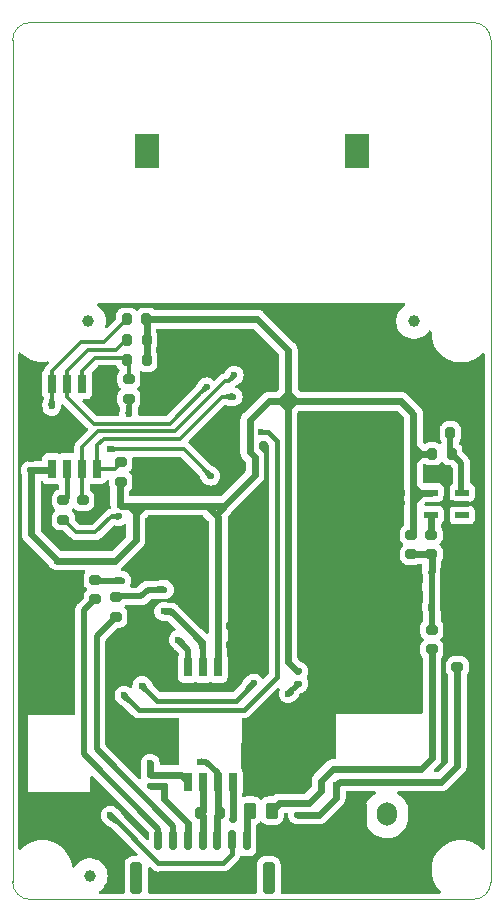
<source format=gbr>
%TF.GenerationSoftware,KiCad,Pcbnew,(7.0.0)*%
%TF.CreationDate,2023-07-13T15:07:19+05:30*%
%TF.ProjectId,EMO current sense INA190,454d4f20-6375-4727-9265-6e742073656e,1*%
%TF.SameCoordinates,Original*%
%TF.FileFunction,Copper,L2,Bot*%
%TF.FilePolarity,Positive*%
%FSLAX46Y46*%
G04 Gerber Fmt 4.6, Leading zero omitted, Abs format (unit mm)*
G04 Created by KiCad (PCBNEW (7.0.0)) date 2023-07-13 15:07:19*
%MOMM*%
%LPD*%
G01*
G04 APERTURE LIST*
G04 Aperture macros list*
%AMRoundRect*
0 Rectangle with rounded corners*
0 $1 Rounding radius*
0 $2 $3 $4 $5 $6 $7 $8 $9 X,Y pos of 4 corners*
0 Add a 4 corners polygon primitive as box body*
4,1,4,$2,$3,$4,$5,$6,$7,$8,$9,$2,$3,0*
0 Add four circle primitives for the rounded corners*
1,1,$1+$1,$2,$3*
1,1,$1+$1,$4,$5*
1,1,$1+$1,$6,$7*
1,1,$1+$1,$8,$9*
0 Add four rect primitives between the rounded corners*
20,1,$1+$1,$2,$3,$4,$5,0*
20,1,$1+$1,$4,$5,$6,$7,0*
20,1,$1+$1,$6,$7,$8,$9,0*
20,1,$1+$1,$8,$9,$2,$3,0*%
G04 Aperture macros list end*
%TA.AperFunction,ComponentPad*%
%ADD10R,2.000000X3.000000*%
%TD*%
%TA.AperFunction,SMDPad,CuDef*%
%ADD11RoundRect,0.200000X-0.275000X0.200000X-0.275000X-0.200000X0.275000X-0.200000X0.275000X0.200000X0*%
%TD*%
%TA.AperFunction,SMDPad,CuDef*%
%ADD12RoundRect,0.140000X-0.140000X-0.170000X0.140000X-0.170000X0.140000X0.170000X-0.140000X0.170000X0*%
%TD*%
%TA.AperFunction,SMDPad,CuDef*%
%ADD13RoundRect,0.140000X0.170000X-0.140000X0.170000X0.140000X-0.170000X0.140000X-0.170000X-0.140000X0*%
%TD*%
%TA.AperFunction,SMDPad,CuDef*%
%ADD14R,0.650000X1.650000*%
%TD*%
%TA.AperFunction,SMDPad,CuDef*%
%ADD15RoundRect,0.150000X0.150000X0.700000X-0.150000X0.700000X-0.150000X-0.700000X0.150000X-0.700000X0*%
%TD*%
%TA.AperFunction,SMDPad,CuDef*%
%ADD16RoundRect,0.250000X0.250000X1.100000X-0.250000X1.100000X-0.250000X-1.100000X0.250000X-1.100000X0*%
%TD*%
%TA.AperFunction,SMDPad,CuDef*%
%ADD17RoundRect,0.200000X-0.200000X-0.275000X0.200000X-0.275000X0.200000X0.275000X-0.200000X0.275000X0*%
%TD*%
%TA.AperFunction,SMDPad,CuDef*%
%ADD18RoundRect,0.140000X-0.170000X0.140000X-0.170000X-0.140000X0.170000X-0.140000X0.170000X0.140000X0*%
%TD*%
%TA.AperFunction,FiducialPad,Global*%
%ADD19C,1.000000*%
%TD*%
%TA.AperFunction,SMDPad,CuDef*%
%ADD20R,0.650000X1.600000*%
%TD*%
%TA.AperFunction,SMDPad,CuDef*%
%ADD21RoundRect,0.200000X0.200000X0.275000X-0.200000X0.275000X-0.200000X-0.275000X0.200000X-0.275000X0*%
%TD*%
%TA.AperFunction,SMDPad,CuDef*%
%ADD22R,1.150000X0.600000*%
%TD*%
%TA.AperFunction,SMDPad,CuDef*%
%ADD23RoundRect,0.200000X0.275000X-0.200000X0.275000X0.200000X-0.275000X0.200000X-0.275000X-0.200000X0*%
%TD*%
%TA.AperFunction,SMDPad,CuDef*%
%ADD24RoundRect,0.135000X-0.185000X0.135000X-0.185000X-0.135000X0.185000X-0.135000X0.185000X0.135000X0*%
%TD*%
%TA.AperFunction,ComponentPad*%
%ADD25RoundRect,0.250000X-0.600000X-0.750000X0.600000X-0.750000X0.600000X0.750000X-0.600000X0.750000X0*%
%TD*%
%TA.AperFunction,ComponentPad*%
%ADD26O,1.700000X2.000000*%
%TD*%
%TA.AperFunction,SMDPad,CuDef*%
%ADD27RoundRect,0.140000X0.140000X0.170000X-0.140000X0.170000X-0.140000X-0.170000X0.140000X-0.170000X0*%
%TD*%
%TA.AperFunction,SMDPad,CuDef*%
%ADD28RoundRect,0.250000X0.262500X0.450000X-0.262500X0.450000X-0.262500X-0.450000X0.262500X-0.450000X0*%
%TD*%
%TA.AperFunction,ViaPad*%
%ADD29C,0.600000*%
%TD*%
%TA.AperFunction,Conductor*%
%ADD30C,0.300000*%
%TD*%
%TA.AperFunction,Conductor*%
%ADD31C,0.600000*%
%TD*%
%TA.AperFunction,Conductor*%
%ADD32C,0.500000*%
%TD*%
%TA.AperFunction,Conductor*%
%ADD33C,0.400000*%
%TD*%
%TA.AperFunction,Profile*%
%ADD34C,0.100000*%
%TD*%
G04 APERTURE END LIST*
D10*
%TO.P,J2,1,Pin_1*%
%TO.N,Net-(J2-Pin_1)*%
X182649999Y-37389999D03*
%TO.P,J2,2,Pin_2*%
%TO.N,Net-(J2-Pin_2)*%
X164849999Y-37339999D03*
%TD*%
D11*
%TO.P,R13,1*%
%TO.N,GND2*%
X191160000Y-79415000D03*
%TO.P,R13,2*%
%TO.N,GND1*%
X191160000Y-81065000D03*
%TD*%
D12*
%TO.P,C8,1*%
%TO.N,+3.3V*%
X170900000Y-79190000D03*
%TO.P,C8,2*%
%TO.N,GND2*%
X171860000Y-79190000D03*
%TD*%
D13*
%TO.P,C16,1*%
%TO.N,+3.3V*%
X155060000Y-64420000D03*
%TO.P,C16,2*%
%TO.N,GND2*%
X155060000Y-63460000D03*
%TD*%
D11*
%TO.P,R37,1*%
%TO.N,Net-(U5-RB2)*%
X162250000Y-75175000D03*
%TO.P,R37,2*%
%TO.N,TX*%
X162250000Y-76825000D03*
%TD*%
%TO.P,R38,1*%
%TO.N,Net-(U5-RB1)*%
X160500000Y-73675000D03*
%TO.P,R38,2*%
%TO.N,RX*%
X160500000Y-75325000D03*
%TD*%
D14*
%TO.P,U6,1,~{CS}*%
%TO.N,CS_FLASH*%
X156844999Y-57079999D03*
%TO.P,U6,2,DO(IO1)*%
%TO.N,MISO*%
X158114999Y-57079999D03*
%TO.P,U6,3,IO2/WP(L)*%
%TO.N,Net-(U6-IO2{slash}WP(L))*%
X159384999Y-57079999D03*
%TO.P,U6,4,GND*%
%TO.N,GND2*%
X160654999Y-57079999D03*
%TO.P,U6,5,DI(IO0)*%
%TO.N,MOSI*%
X160654999Y-64279999D03*
%TO.P,U6,6,CLK*%
%TO.N,SCLK*%
X159384999Y-64279999D03*
%TO.P,U6,7,IO3/HOLD(L)*%
%TO.N,Net-(U6-IO3{slash}HOLD(L))*%
X158114999Y-64279999D03*
%TO.P,U6,8,VCC*%
%TO.N,+3.3V*%
X156844999Y-64279999D03*
%TD*%
D15*
%TO.P,J5,1,Pin_1*%
%TO.N,PWR*%
X173340000Y-95730000D03*
%TO.P,J5,2,Pin_2*%
%TO.N,ALERT_CON*%
X172090000Y-95730000D03*
%TO.P,J5,3,Pin_3*%
%TO.N,CANL*%
X170840000Y-95730000D03*
%TO.P,J5,4,Pin_4*%
%TO.N,CANH*%
X169590000Y-95730000D03*
%TO.P,J5,5,Pin_5*%
%TO.N,GND1*%
X168340000Y-95730000D03*
%TO.P,J5,6,Pin_6*%
%TO.N,TX*%
X167090000Y-95730000D03*
%TO.P,J5,7,Pin_7*%
%TO.N,RX*%
X165840000Y-95730000D03*
D16*
%TO.P,J5,MP*%
%TO.N,N/C*%
X175190000Y-98930000D03*
X163990000Y-98930000D03*
%TD*%
D12*
%TO.P,C13,1*%
%TO.N,Net-(U4-+Vo)*%
X188980000Y-72900000D03*
%TO.P,C13,2*%
%TO.N,GND2*%
X189940000Y-72900000D03*
%TD*%
D17*
%TO.P,R33,1*%
%TO.N,MISO*%
X163215000Y-53350000D03*
%TO.P,R33,2*%
%TO.N,+3.3V*%
X164865000Y-53350000D03*
%TD*%
D18*
%TO.P,C21,1*%
%TO.N,VCC*%
X166310000Y-90200000D03*
%TO.P,C21,2*%
%TO.N,GND1*%
X166310000Y-91160000D03*
%TD*%
D19*
%TO.P,FID6,1*%
%TO.N,N/C*%
X187490000Y-51790000D03*
%TD*%
D18*
%TO.P,C23,1*%
%TO.N,VCC*%
X177640000Y-92600000D03*
%TO.P,C23,2*%
%TO.N,GND1*%
X177640000Y-93560000D03*
%TD*%
D20*
%TO.P,U1,1,RXD*%
%TO.N,CANRX*%
X168334999Y-81089999D03*
%TO.P,U1,2,TXD*%
%TO.N,CANTX*%
X169604999Y-81089999D03*
%TO.P,U1,3,VDDA*%
%TO.N,+3.3V*%
X170874999Y-81089999D03*
%TO.P,U1,4,GNDA*%
%TO.N,GND2*%
X172144999Y-81089999D03*
%TO.P,U1,5,GNDB*%
%TO.N,GND1*%
X172144999Y-90789999D03*
%TO.P,U1,6,CANL*%
%TO.N,CANL*%
X170874999Y-90789999D03*
%TO.P,U1,7,CANH*%
%TO.N,CANH*%
X169604999Y-90789999D03*
%TO.P,U1,8,VDDB*%
%TO.N,VCC*%
X168334999Y-90789999D03*
%TD*%
D21*
%TO.P,R28,1*%
%TO.N,Net-(U8-FB{slash}NC)*%
X190575000Y-61250000D03*
%TO.P,R28,2*%
%TO.N,GND2*%
X188925000Y-61250000D03*
%TD*%
D11*
%TO.P,R39,1*%
%TO.N,Net-(U8-IN)*%
X188940000Y-69865000D03*
%TO.P,R39,2*%
%TO.N,Net-(U4-+Vo)*%
X188940000Y-71515000D03*
%TD*%
%TO.P,R34,1*%
%TO.N,Net-(U6-IO2{slash}WP(L))*%
X163350000Y-56695000D03*
%TO.P,R34,2*%
%TO.N,WP*%
X163350000Y-58345000D03*
%TD*%
D22*
%TO.P,U8,1,FB/NC*%
%TO.N,Net-(U8-FB{slash}NC)*%
X191559999Y-66299999D03*
%TO.P,U8,2,GND*%
%TO.N,GND2*%
X191559999Y-67249999D03*
%TO.P,U8,3,NC*%
%TO.N,unconnected-(U8-NC-Pad3)*%
X191559999Y-68199999D03*
%TO.P,U8,4,IN*%
%TO.N,Net-(U8-IN)*%
X188959999Y-68199999D03*
%TO.P,U8,5,OUT*%
%TO.N,+3.3V*%
X188959999Y-66299999D03*
%TD*%
D19*
%TO.P,FID4,1*%
%TO.N,N/C*%
X160040000Y-98750000D03*
%TD*%
D23*
%TO.P,R27,1*%
%TO.N,Net-(U4-+Vo)*%
X187270000Y-71535000D03*
%TO.P,R27,2*%
%TO.N,+3.3V*%
X187270000Y-69885000D03*
%TD*%
D11*
%TO.P,R35,1*%
%TO.N,Net-(U6-IO3{slash}HOLD(L))*%
X157810000Y-66955000D03*
%TO.P,R35,2*%
%TO.N,HOLD*%
X157810000Y-68605000D03*
%TD*%
%TO.P,R32,1*%
%TO.N,MOSI*%
X162670000Y-63745000D03*
%TO.P,R32,2*%
%TO.N,+3.3V*%
X162670000Y-65395000D03*
%TD*%
D12*
%TO.P,C2,1*%
%TO.N,Net-(U4-+Vo)*%
X188980000Y-74270000D03*
%TO.P,C2,2*%
%TO.N,GND2*%
X189940000Y-74270000D03*
%TD*%
D17*
%TO.P,R6,1*%
%TO.N,+3.3V*%
X189035000Y-63020000D03*
%TO.P,R6,2*%
%TO.N,Net-(U8-FB{slash}NC)*%
X190685000Y-63020000D03*
%TD*%
%TO.P,R29,1*%
%TO.N,Net-(U6-IO2{slash}WP(L))*%
X163215000Y-55090000D03*
%TO.P,R29,2*%
%TO.N,+3.3V*%
X164865000Y-55090000D03*
%TD*%
%TO.P,R30,1*%
%TO.N,CS_FLASH*%
X163185000Y-51610000D03*
%TO.P,R30,2*%
%TO.N,+3.3V*%
X164835000Y-51610000D03*
%TD*%
D12*
%TO.P,C14,1*%
%TO.N,GND2*%
X186480000Y-66300000D03*
%TO.P,C14,2*%
%TO.N,+3.3V*%
X187440000Y-66300000D03*
%TD*%
D24*
%TO.P,R3,1*%
%TO.N,+3.3V*%
X177680000Y-81450000D03*
%TO.P,R3,2*%
%TO.N,Net-(JP1-B)*%
X177680000Y-82470000D03*
%TD*%
D18*
%TO.P,C9,1*%
%TO.N,VCC*%
X165230000Y-90200000D03*
%TO.P,C9,2*%
%TO.N,GND1*%
X165230000Y-91160000D03*
%TD*%
D25*
%TO.P,J3,1,Pin_1*%
%TO.N,GND2*%
X182660000Y-93542500D03*
D26*
%TO.P,J3,2,Pin_2*%
%TO.N,VBUS*%
X185159999Y-93542499D03*
%TD*%
D21*
%TO.P,R36,1*%
%TO.N,CANL*%
X171035000Y-93470000D03*
%TO.P,R36,2*%
%TO.N,CANH*%
X169385000Y-93470000D03*
%TD*%
D11*
%TO.P,R12,1*%
%TO.N,Net-(U4-+Vo)*%
X189000000Y-77925000D03*
%TO.P,R12,2*%
%TO.N,VCC*%
X189000000Y-79575000D03*
%TD*%
D27*
%TO.P,C22,1*%
%TO.N,GND2*%
X171860000Y-77610000D03*
%TO.P,C22,2*%
%TO.N,+3.3V*%
X170900000Y-77610000D03*
%TD*%
D28*
%TO.P,R23,1*%
%TO.N,VCC*%
X175432500Y-93230000D03*
%TO.P,R23,2*%
%TO.N,PWR*%
X173607500Y-93230000D03*
%TD*%
D23*
%TO.P,R31,1*%
%TO.N,GND2*%
X159450000Y-68585000D03*
%TO.P,R31,2*%
%TO.N,SCLK*%
X159450000Y-66935000D03*
%TD*%
D19*
%TO.P,FID5,1*%
%TO.N,N/C*%
X159890000Y-51760000D03*
%TD*%
D29*
%TO.N,GND2*%
X158930000Y-96220000D03*
X176670000Y-89770000D03*
X175390000Y-89980000D03*
X188990000Y-64790000D03*
X180590000Y-60080000D03*
X192830000Y-58740000D03*
X157580000Y-70290000D03*
X162120000Y-69560000D03*
X161450000Y-65760000D03*
%TO.N,GND1*%
X172120000Y-93980000D03*
X178690000Y-93560000D03*
X180895000Y-91055000D03*
X168340000Y-94409500D03*
%TO.N,CANH*%
X169605000Y-92150000D03*
%TO.N,CANL*%
X169365000Y-89075000D03*
%TO.N,ALERT*%
X174510000Y-61170000D03*
X162935250Y-83450500D03*
%TO.N,CANRX*%
X167530000Y-78750000D03*
%TO.N,CANTX*%
X166300000Y-76370000D03*
X169605000Y-79054339D03*
%TO.N,MISO*%
X169950000Y-57360500D03*
%TO.N,SCLK*%
X172260000Y-56360000D03*
%TO.N,Net-(JP1-B)*%
X176840000Y-83330000D03*
%TO.N,MOSI*%
X172170000Y-58190000D03*
%TO.N,Net-(U4-+Vo)*%
X189000000Y-76000000D03*
%TO.N,+3.3V*%
X157270000Y-72080000D03*
X170900000Y-76450000D03*
X176830000Y-54640000D03*
X162590000Y-67330000D03*
X174000000Y-63300000D03*
%TO.N,GND2*%
X169720000Y-54090000D03*
X184340000Y-80350000D03*
X172290000Y-78390000D03*
X191110500Y-77940000D03*
X155590000Y-82770000D03*
X180470000Y-64720000D03*
X165340000Y-98710000D03*
X155150000Y-95080000D03*
X186450000Y-67190000D03*
X179580000Y-53540000D03*
X183210000Y-54320000D03*
X154880000Y-57240000D03*
X183200000Y-81580000D03*
X170380000Y-82650000D03*
X181880000Y-82630000D03*
X156360000Y-65940000D03*
X172410000Y-72510000D03*
X178910000Y-55580000D03*
X167160000Y-55290000D03*
X155040000Y-62570000D03*
X190860000Y-72900000D03*
X167140000Y-54060000D03*
X168390000Y-54080000D03*
X170730000Y-60970000D03*
X165380000Y-58700000D03*
X185700000Y-81670000D03*
X188571982Y-60278018D03*
X168430000Y-55290000D03*
X161810000Y-55750000D03*
X165890000Y-69990000D03*
X156930000Y-77380000D03*
X164600000Y-63530000D03*
X166640000Y-52790000D03*
X180530000Y-69540000D03*
X169740000Y-55320000D03*
X184690000Y-82850000D03*
X174650000Y-53610000D03*
X187010000Y-82980000D03*
X175050000Y-96070000D03*
X177110000Y-50760000D03*
X172060000Y-76710000D03*
X163290000Y-96820000D03*
X169010000Y-71130000D03*
X190870000Y-74290000D03*
X186660000Y-80400000D03*
X179590000Y-54650000D03*
X181880000Y-80350000D03*
X190250000Y-67200000D03*
X166560000Y-50560000D03*
X173380000Y-97750000D03*
X170570000Y-50570000D03*
%TO.N,ALERT_CON*%
X161790000Y-93630000D03*
%TO.N,MCLR*%
X164450000Y-82640000D03*
X173910000Y-82430000D03*
%TO.N,CS_FLASH*%
X156820000Y-59000000D03*
X161720000Y-62590000D03*
X170285000Y-64915000D03*
%TO.N,WP*%
X163350000Y-59660000D03*
%TO.N,HOLD*%
X162490000Y-68320000D03*
%TO.N,Net-(U5-RB2)*%
X166360000Y-74520000D03*
%TO.N,Net-(U5-RB1)*%
X162750000Y-73750000D03*
%TO.N,VCC*%
X165150000Y-89220000D03*
X178610000Y-92580000D03*
%TD*%
D30*
%TO.N,CS_FLASH*%
X168000000Y-62630000D02*
X161760000Y-62630000D01*
X170285000Y-64915000D02*
X168000000Y-62630000D01*
X161760000Y-62630000D02*
X161720000Y-62590000D01*
D31*
%TO.N,+3.3V*%
X174200000Y-51610000D02*
X164835000Y-51610000D01*
X176830000Y-54640000D02*
X176830000Y-54240000D01*
X176830000Y-54240000D02*
X174200000Y-51610000D01*
D30*
%TO.N,Net-(U6-IO2{slash}WP(L))*%
X159385000Y-57080000D02*
X159385000Y-55995000D01*
X159385000Y-55995000D02*
X160500000Y-54880000D01*
X160500000Y-54880000D02*
X163005000Y-54880000D01*
%TO.N,MISO*%
X162270000Y-54210000D02*
X163130000Y-53350000D01*
X158115000Y-55995000D02*
X159900000Y-54210000D01*
X158115000Y-57080000D02*
X158115000Y-55995000D01*
X159900000Y-54210000D02*
X162270000Y-54210000D01*
%TO.N,CS_FLASH*%
X159300000Y-53580000D02*
X161215000Y-53580000D01*
X156845000Y-56035000D02*
X159300000Y-53580000D01*
X161215000Y-53580000D02*
X163185000Y-51610000D01*
X156845000Y-57080000D02*
X156845000Y-56035000D01*
D31*
%TO.N,+3.3V*%
X169930000Y-67430000D02*
X170900000Y-68400000D01*
X169890000Y-67430000D02*
X169930000Y-67430000D01*
X170900000Y-68400000D02*
X170900000Y-79190000D01*
X169890000Y-67430000D02*
X171400000Y-67430000D01*
X164640000Y-67430000D02*
X169890000Y-67430000D01*
X157270000Y-72080000D02*
X157270000Y-72040000D01*
X155080000Y-69850000D02*
X155080000Y-64440000D01*
X157270000Y-72040000D02*
X155080000Y-69850000D01*
X155080000Y-64440000D02*
X155060000Y-64420000D01*
X163940000Y-70330000D02*
X163940000Y-68420000D01*
X162190000Y-72080000D02*
X163940000Y-70330000D01*
X157270000Y-72080000D02*
X162190000Y-72080000D01*
D30*
%TO.N,HOLD*%
X158910000Y-69680000D02*
X157835000Y-68605000D01*
X161880000Y-68320000D02*
X160520000Y-69680000D01*
X162490000Y-68320000D02*
X161880000Y-68320000D01*
X160520000Y-69680000D02*
X158910000Y-69680000D01*
D31*
%TO.N,+3.3V*%
X186395000Y-58575000D02*
X177490000Y-58575000D01*
X187440000Y-59620000D02*
X186395000Y-58575000D01*
X187440000Y-62410000D02*
X187440000Y-59620000D01*
%TO.N,VCC*%
X180650000Y-89680000D02*
X179640000Y-90690000D01*
X189010000Y-88790000D02*
X188120000Y-89680000D01*
X188120000Y-89680000D02*
X180650000Y-89680000D01*
X179640000Y-90690000D02*
X179640000Y-91550000D01*
X189010000Y-79585000D02*
X189010000Y-88790000D01*
X179640000Y-91550000D02*
X178610000Y-92580000D01*
%TO.N,GND1*%
X191160000Y-89420000D02*
X191160000Y-81065000D01*
X189810000Y-90770000D02*
X191160000Y-89420000D01*
X181180000Y-90770000D02*
X189810000Y-90770000D01*
X180895000Y-91055000D02*
X181180000Y-90770000D01*
%TO.N,VCC*%
X176062500Y-92600000D02*
X175432500Y-93230000D01*
X177640000Y-92600000D02*
X176062500Y-92600000D01*
D30*
%TO.N,SCLK*%
X171750000Y-56870000D02*
X172260000Y-56360000D01*
X171510000Y-56870000D02*
X167260000Y-61120000D01*
X171510000Y-56870000D02*
X171750000Y-56870000D01*
%TO.N,MISO*%
X158115000Y-58215000D02*
X158115000Y-57080000D01*
X160360000Y-60460000D02*
X158115000Y-58215000D01*
X166800000Y-60460000D02*
X160360000Y-60460000D01*
X169899500Y-57360500D02*
X166800000Y-60460000D01*
X169950000Y-57360500D02*
X169899500Y-57360500D01*
D32*
%TO.N,Net-(U5-RB2)*%
X164370000Y-75090000D02*
X162335000Y-75090000D01*
X164940000Y-74520000D02*
X164370000Y-75090000D01*
X166360000Y-74520000D02*
X164940000Y-74520000D01*
D31*
%TO.N,GND1*%
X168340000Y-95730000D02*
X168350000Y-95820000D01*
X168350000Y-95820000D02*
X168350000Y-94260000D01*
X168350000Y-94260000D02*
X166310000Y-92220000D01*
X166310000Y-92220000D02*
X166310000Y-91160000D01*
D33*
%TO.N,ALERT*%
X175900000Y-61950000D02*
X175120000Y-61170000D01*
X175120000Y-61170000D02*
X174510000Y-61170000D01*
X175900000Y-81890000D02*
X175900000Y-61950000D01*
X164164750Y-84680000D02*
X173110000Y-84680000D01*
X162935250Y-83450500D02*
X164164750Y-84680000D01*
X173110000Y-84680000D02*
X175900000Y-81890000D01*
D30*
%TO.N,MOSI*%
X171240000Y-58190000D02*
X172170000Y-58190000D01*
X161220000Y-61750000D02*
X167680000Y-61750000D01*
X160655000Y-62315000D02*
X161220000Y-61750000D01*
X167680000Y-61750000D02*
X171240000Y-58190000D01*
X160655000Y-64280000D02*
X160655000Y-62315000D01*
%TO.N,SCLK*%
X159390000Y-62430000D02*
X159390000Y-64275000D01*
X160700000Y-61120000D02*
X159390000Y-62430000D01*
X167260000Y-61120000D02*
X160700000Y-61120000D01*
D32*
%TO.N,CANTX*%
X166920661Y-76370000D02*
X169605000Y-79054339D01*
X166300000Y-76370000D02*
X166920661Y-76370000D01*
D31*
%TO.N,GND1*%
X172145000Y-90790000D02*
X172145000Y-93905000D01*
X179480000Y-93560000D02*
X180895000Y-92145000D01*
X172120000Y-93980000D02*
X172070000Y-93980000D01*
X172070000Y-93980000D02*
X172110000Y-93940000D01*
X180895000Y-92145000D02*
X180895000Y-91055000D01*
X178690000Y-93560000D02*
X177640000Y-93560000D01*
X172145000Y-93905000D02*
X172120000Y-93930000D01*
X166310000Y-91160000D02*
X165230000Y-91160000D01*
X178690000Y-93560000D02*
X179480000Y-93560000D01*
X172120000Y-93930000D02*
X172120000Y-93980000D01*
X168340000Y-94409500D02*
X168340000Y-95730000D01*
%TO.N,CANH*%
X169590000Y-95730000D02*
X169590000Y-93675000D01*
X169590000Y-93675000D02*
X169385000Y-93470000D01*
X169605000Y-93250000D02*
X169385000Y-93470000D01*
X169605000Y-90790000D02*
X169605000Y-93250000D01*
%TO.N,CANL*%
X170840000Y-95730000D02*
X170840000Y-93665000D01*
X170875000Y-93310000D02*
X171035000Y-93470000D01*
X170840000Y-93665000D02*
X171035000Y-93470000D01*
D32*
X169365000Y-89075000D02*
X169915000Y-89075000D01*
X169915000Y-89075000D02*
X170875000Y-90035000D01*
D31*
X170875000Y-90790000D02*
X170875000Y-93310000D01*
D32*
X170875000Y-90035000D02*
X170875000Y-90790000D01*
%TO.N,CANRX*%
X168370000Y-79590000D02*
X168370000Y-81055000D01*
X167530000Y-78750000D02*
X168370000Y-79590000D01*
%TO.N,CANTX*%
X169605000Y-79054339D02*
X169605000Y-81090000D01*
D30*
%TO.N,SCLK*%
X159390000Y-66875000D02*
X159390000Y-64285000D01*
D33*
%TO.N,Net-(JP1-B)*%
X176840000Y-83330000D02*
X176840000Y-83310000D01*
X176840000Y-83310000D02*
X177680000Y-82470000D01*
D30*
%TO.N,MOSI*%
X162135000Y-64280000D02*
X162670000Y-63745000D01*
X160655000Y-64280000D02*
X162135000Y-64280000D01*
D32*
%TO.N,Net-(U4-+Vo)*%
X189000000Y-76000000D02*
X189000000Y-73390000D01*
X188980000Y-74270000D02*
X188980000Y-73370000D01*
X188980000Y-73370000D02*
X188980000Y-72900000D01*
D31*
X188940000Y-71515000D02*
X187290000Y-71515000D01*
D32*
X189000000Y-73390000D02*
X188980000Y-73370000D01*
D31*
X188980000Y-72900000D02*
X188980000Y-71555000D01*
D32*
X189000000Y-77925000D02*
X189000000Y-76000000D01*
D31*
%TO.N,PWR*%
X173340000Y-93497500D02*
X173607500Y-93230000D01*
X173340000Y-95730000D02*
X173340000Y-93497500D01*
%TO.N,+3.3V*%
X188130000Y-66300000D02*
X188130000Y-66320000D01*
X170875000Y-81090000D02*
X170875000Y-79215000D01*
X164865000Y-55090000D02*
X164865000Y-51640000D01*
X187440000Y-66300000D02*
X187440000Y-65750000D01*
X188050000Y-63020000D02*
X187440000Y-62410000D01*
X176280000Y-58470000D02*
X176840000Y-57910000D01*
X177350000Y-58620000D02*
X176790000Y-59180000D01*
X177490000Y-58575000D02*
X176905000Y-58575000D01*
X174000000Y-63300000D02*
X173590000Y-62890000D01*
X173590000Y-62890000D02*
X173590000Y-60185000D01*
X187440000Y-63160000D02*
X187580000Y-63020000D01*
X188340000Y-63020000D02*
X188040000Y-63020000D01*
X163940000Y-68420000D02*
X163940000Y-68130000D01*
X177490000Y-58575000D02*
X176775000Y-58575000D01*
X176820000Y-80680000D02*
X177590000Y-81450000D01*
X156705000Y-64420000D02*
X156845000Y-64280000D01*
X177490000Y-58560000D02*
X176840000Y-57910000D01*
X175200000Y-58575000D02*
X176280000Y-58575000D01*
X163940000Y-68130000D02*
X164640000Y-67430000D01*
X188960000Y-66300000D02*
X188130000Y-66300000D01*
X176840000Y-57910000D02*
X176840000Y-54650000D01*
X176775000Y-58575000D02*
X176820000Y-58620000D01*
X163940000Y-68010000D02*
X163360000Y-67430000D01*
X176280000Y-58575000D02*
X176905000Y-58575000D01*
X187670000Y-63020000D02*
X187580000Y-63020000D01*
X187440000Y-67010000D02*
X187440000Y-66300000D01*
X173590000Y-60185000D02*
X175200000Y-58575000D01*
X187990000Y-66300000D02*
X187440000Y-65750000D01*
X188340000Y-63020000D02*
X188050000Y-63020000D01*
X177490000Y-58575000D02*
X177490000Y-58560000D01*
X176820000Y-58620000D02*
X176820000Y-80680000D01*
X162690000Y-67430000D02*
X163360000Y-67430000D01*
X187440000Y-65750000D02*
X187440000Y-63620000D01*
X155060000Y-64420000D02*
X156705000Y-64420000D01*
X176840000Y-54650000D02*
X176830000Y-54640000D01*
X189035000Y-63020000D02*
X188340000Y-63020000D01*
X188040000Y-63020000D02*
X187440000Y-63620000D01*
X174020992Y-63320992D02*
X174000000Y-63300000D01*
X163940000Y-68420000D02*
X163940000Y-68010000D01*
X162670000Y-65395000D02*
X162525000Y-65540000D01*
X187440000Y-63620000D02*
X187440000Y-63160000D01*
X187270000Y-69885000D02*
X187440000Y-69715000D01*
X176905000Y-58575000D02*
X176840000Y-58510000D01*
X177590000Y-81450000D02*
X177680000Y-81450000D01*
X176280000Y-58575000D02*
X176280000Y-58470000D01*
X170875000Y-79215000D02*
X170900000Y-79190000D01*
X176740000Y-59130000D02*
X176180000Y-58570000D01*
X162590000Y-67330000D02*
X162690000Y-67430000D01*
X174020992Y-64829008D02*
X174020992Y-63320992D01*
X171420000Y-67430000D02*
X174020992Y-64829008D01*
X187440000Y-69715000D02*
X187440000Y-67010000D01*
X188340000Y-63020000D02*
X187670000Y-63020000D01*
X188130000Y-66300000D02*
X187440000Y-66300000D01*
X187440000Y-63160000D02*
X187440000Y-62410000D01*
X171400000Y-67460000D02*
X171400000Y-67430000D01*
X188130000Y-66300000D02*
X187990000Y-66300000D01*
X176840000Y-58510000D02*
X176840000Y-57910000D01*
X163360000Y-67430000D02*
X164640000Y-67430000D01*
X170940000Y-67920000D02*
X171400000Y-67460000D01*
X162590000Y-65475000D02*
X162590000Y-67330000D01*
X188130000Y-66320000D02*
X187440000Y-67010000D01*
X171400000Y-67430000D02*
X171420000Y-67430000D01*
D32*
%TO.N,RX*%
X165840000Y-95730000D02*
X165840000Y-94760000D01*
X165840000Y-94760000D02*
X159540000Y-88460000D01*
X159540000Y-88460000D02*
X159540000Y-76285000D01*
X159540000Y-76285000D02*
X160500000Y-75325000D01*
%TO.N,TX*%
X167090000Y-94500000D02*
X160610000Y-88020000D01*
X167090000Y-95730000D02*
X167090000Y-94500000D01*
X160610000Y-88020000D02*
X160610000Y-78465000D01*
X160610000Y-78465000D02*
X162250000Y-76825000D01*
%TO.N,GND2*%
X189970000Y-64500000D02*
X190250000Y-64780000D01*
X190250000Y-67250000D02*
X190250000Y-72590000D01*
X189940000Y-74270000D02*
X189980000Y-74310000D01*
X190250000Y-64780000D02*
X190250000Y-67200000D01*
X189980000Y-74310000D02*
X189980000Y-76230000D01*
X190250000Y-72590000D02*
X189940000Y-72900000D01*
X189980000Y-76230000D02*
X191160000Y-77410000D01*
X190250000Y-67200000D02*
X190250000Y-67250000D01*
X191160000Y-77410000D02*
X191160000Y-79415000D01*
X191560000Y-67250000D02*
X190250000Y-67250000D01*
X189940000Y-74270000D02*
X189940000Y-72900000D01*
%TO.N,Net-(U8-FB{slash}NC)*%
X191500000Y-66240000D02*
X191560000Y-66300000D01*
X190685000Y-63020000D02*
X191500000Y-63835000D01*
X191500000Y-63835000D02*
X191500000Y-66240000D01*
X190575000Y-61250000D02*
X190575000Y-62910000D01*
D33*
%TO.N,ALERT_CON*%
X172090000Y-96910000D02*
X172090000Y-95730000D01*
X171320000Y-97680000D02*
X172090000Y-96910000D01*
X165850000Y-97680000D02*
X171320000Y-97680000D01*
X161790000Y-93630000D02*
X161800000Y-93630000D01*
X161800000Y-93630000D02*
X165850000Y-97680000D01*
%TO.N,MCLR*%
X172420000Y-83920000D02*
X173910000Y-82430000D01*
X164450000Y-82640000D02*
X165730000Y-83920000D01*
X165730000Y-83920000D02*
X172420000Y-83920000D01*
D30*
%TO.N,Net-(U6-IO2{slash}WP(L))*%
X163350000Y-56695000D02*
X163350000Y-55225000D01*
%TO.N,CS_FLASH*%
X156820000Y-59000000D02*
X156820000Y-57105000D01*
D33*
%TO.N,WP*%
X163350000Y-59660000D02*
X163350000Y-58345000D01*
%TO.N,Net-(U6-IO3{slash}HOLD(L))*%
X158120000Y-66645000D02*
X157810000Y-66955000D01*
X158120000Y-64285000D02*
X158120000Y-66645000D01*
D32*
%TO.N,Net-(U5-RB1)*%
X160575000Y-73750000D02*
X162750000Y-73750000D01*
D31*
%TO.N,Net-(U8-IN)*%
X188940000Y-68220000D02*
X188960000Y-68200000D01*
X188940000Y-69865000D02*
X188940000Y-68220000D01*
%TO.N,VCC*%
X167745000Y-90200000D02*
X168335000Y-90790000D01*
X178590000Y-92600000D02*
X178610000Y-92580000D01*
X165150000Y-89220000D02*
X165150000Y-90120000D01*
X165150000Y-90120000D02*
X165230000Y-90200000D01*
X177640000Y-92600000D02*
X178590000Y-92600000D01*
X165230000Y-90200000D02*
X167745000Y-90200000D01*
%TD*%
%TA.AperFunction,Conductor*%
%TO.N,GND2*%
G36*
X186718979Y-50286956D02*
G01*
X186764452Y-50333187D01*
X186780371Y-50396050D01*
X186762382Y-50458352D01*
X186715407Y-50503053D01*
X186666491Y-50529526D01*
X186662448Y-50532672D01*
X186662440Y-50532678D01*
X186503956Y-50656032D01*
X186470256Y-50682262D01*
X186466793Y-50686023D01*
X186466784Y-50686032D01*
X186305311Y-50861439D01*
X186305305Y-50861446D01*
X186301836Y-50865215D01*
X186299031Y-50869506D01*
X186299028Y-50869512D01*
X186168631Y-51069099D01*
X186168624Y-51069111D01*
X186165827Y-51073393D01*
X186163772Y-51078077D01*
X186163766Y-51078089D01*
X186074673Y-51281203D01*
X186065937Y-51301119D01*
X186064679Y-51306084D01*
X186064678Y-51306089D01*
X186006151Y-51537204D01*
X186006149Y-51537213D01*
X186004892Y-51542179D01*
X186004469Y-51547286D01*
X186004467Y-51547298D01*
X185992606Y-51690451D01*
X185984357Y-51790000D01*
X185984781Y-51795117D01*
X186004467Y-52032701D01*
X186004468Y-52032709D01*
X186004892Y-52037821D01*
X186006149Y-52042788D01*
X186006151Y-52042795D01*
X186058340Y-52248881D01*
X186065937Y-52278881D01*
X186073734Y-52296657D01*
X186163766Y-52501910D01*
X186163769Y-52501916D01*
X186165827Y-52506607D01*
X186168627Y-52510893D01*
X186168631Y-52510900D01*
X186241662Y-52622682D01*
X186301836Y-52714785D01*
X186305310Y-52718559D01*
X186305311Y-52718560D01*
X186466784Y-52893967D01*
X186466787Y-52893970D01*
X186470256Y-52897738D01*
X186666491Y-53050474D01*
X186885190Y-53168828D01*
X187120386Y-53249571D01*
X187365665Y-53290500D01*
X187609201Y-53290500D01*
X187614335Y-53290500D01*
X187859614Y-53249571D01*
X188094810Y-53168828D01*
X188313509Y-53050474D01*
X188509744Y-52897738D01*
X188678164Y-52714785D01*
X188741691Y-52617548D01*
X188788293Y-52575355D01*
X188849600Y-52561438D01*
X188909852Y-52579376D01*
X188953564Y-52624557D01*
X188969500Y-52685370D01*
X188969500Y-52937318D01*
X188969987Y-52941177D01*
X188969988Y-52941184D01*
X189008444Y-53245597D01*
X189008934Y-53249473D01*
X189009904Y-53253251D01*
X189009905Y-53253256D01*
X189086212Y-53550452D01*
X189087181Y-53554225D01*
X189088614Y-53557846D01*
X189088615Y-53557847D01*
X189175005Y-53776045D01*
X189203006Y-53846766D01*
X189204880Y-53850176D01*
X189204884Y-53850183D01*
X189352710Y-54119076D01*
X189354584Y-54122484D01*
X189356872Y-54125633D01*
X189495929Y-54317030D01*
X189539522Y-54377030D01*
X189754906Y-54606390D01*
X189904559Y-54730194D01*
X189974408Y-54787979D01*
X189997337Y-54806947D01*
X190262993Y-54975537D01*
X190547685Y-55109503D01*
X190846921Y-55206731D01*
X191155985Y-55265688D01*
X191391417Y-55280500D01*
X191546622Y-55280500D01*
X191548583Y-55280500D01*
X191784015Y-55265688D01*
X192093079Y-55206731D01*
X192392315Y-55109503D01*
X192677007Y-54975537D01*
X192942663Y-54806947D01*
X193185094Y-54606390D01*
X193285108Y-54499885D01*
X193334230Y-54467839D01*
X193392586Y-54461953D01*
X193447119Y-54483544D01*
X193485629Y-54527782D01*
X193499500Y-54584770D01*
X193499500Y-96414581D01*
X193485629Y-96471569D01*
X193447119Y-96515807D01*
X193392586Y-96537398D01*
X193334230Y-96531512D01*
X193285108Y-96499465D01*
X193195094Y-96403610D01*
X193093538Y-96319595D01*
X192955665Y-96205536D01*
X192955660Y-96205532D01*
X192952663Y-96203053D01*
X192949375Y-96200966D01*
X192949369Y-96200962D01*
X192690293Y-96036548D01*
X192690288Y-96036545D01*
X192687007Y-96034463D01*
X192402315Y-95900497D01*
X192398612Y-95899293D01*
X192398610Y-95899293D01*
X192106788Y-95804474D01*
X192106786Y-95804473D01*
X192103079Y-95803269D01*
X192099254Y-95802539D01*
X192099249Y-95802538D01*
X191797841Y-95745041D01*
X191797827Y-95745039D01*
X191794015Y-95744312D01*
X191790121Y-95744067D01*
X191560545Y-95729623D01*
X191560531Y-95729622D01*
X191558583Y-95729500D01*
X191401417Y-95729500D01*
X191399469Y-95729622D01*
X191399454Y-95729623D01*
X191169878Y-95744067D01*
X191169876Y-95744067D01*
X191165985Y-95744312D01*
X191162174Y-95745038D01*
X191162158Y-95745041D01*
X190860750Y-95802538D01*
X190860741Y-95802540D01*
X190856921Y-95803269D01*
X190853217Y-95804472D01*
X190853211Y-95804474D01*
X190561389Y-95899293D01*
X190561382Y-95899295D01*
X190557685Y-95900497D01*
X190554170Y-95902150D01*
X190554165Y-95902153D01*
X190276511Y-96032807D01*
X190276504Y-96032810D01*
X190272993Y-96034463D01*
X190269717Y-96036541D01*
X190269706Y-96036548D01*
X190010630Y-96200962D01*
X190010616Y-96200971D01*
X190007337Y-96203053D01*
X190004346Y-96205526D01*
X190004334Y-96205536D01*
X189767902Y-96401131D01*
X189767897Y-96401135D01*
X189764906Y-96403610D01*
X189762248Y-96406440D01*
X189762241Y-96406447D01*
X189552190Y-96630128D01*
X189552183Y-96630135D01*
X189549522Y-96632970D01*
X189547236Y-96636115D01*
X189547228Y-96636126D01*
X189366872Y-96884366D01*
X189366867Y-96884372D01*
X189364584Y-96887516D01*
X189362717Y-96890911D01*
X189362710Y-96890923D01*
X189214884Y-97159816D01*
X189214877Y-97159829D01*
X189213006Y-97163234D01*
X189211572Y-97166853D01*
X189211568Y-97166864D01*
X189098615Y-97452152D01*
X189097181Y-97455775D01*
X189096214Y-97459539D01*
X189096212Y-97459547D01*
X189019905Y-97756743D01*
X189019903Y-97756751D01*
X189018934Y-97760527D01*
X189018445Y-97764394D01*
X189018444Y-97764402D01*
X188979988Y-98068815D01*
X188979987Y-98068823D01*
X188979500Y-98072682D01*
X188979500Y-98387318D01*
X188979987Y-98391177D01*
X188979988Y-98391184D01*
X189018444Y-98695597D01*
X189018934Y-98699473D01*
X189019904Y-98703251D01*
X189019905Y-98703256D01*
X189096212Y-99000452D01*
X189097181Y-99004225D01*
X189098614Y-99007846D01*
X189098615Y-99007847D01*
X189190087Y-99238881D01*
X189213006Y-99296766D01*
X189214880Y-99300176D01*
X189214884Y-99300183D01*
X189259380Y-99381120D01*
X189364584Y-99572484D01*
X189366872Y-99575633D01*
X189441652Y-99678560D01*
X189549522Y-99827030D01*
X189552190Y-99829871D01*
X189750093Y-100040616D01*
X189778558Y-100090158D01*
X189781787Y-100147203D01*
X189759095Y-100199640D01*
X189715301Y-100236336D01*
X189659701Y-100249500D01*
X176310498Y-100249500D01*
X176244890Y-100230722D01*
X176199153Y-100180074D01*
X176187140Y-100112898D01*
X176190180Y-100083140D01*
X176190180Y-100083139D01*
X176190500Y-100080009D01*
X176190499Y-97779992D01*
X176179999Y-97677203D01*
X176124814Y-97510666D01*
X176067537Y-97417805D01*
X176036502Y-97367488D01*
X176036500Y-97367485D01*
X176032712Y-97361344D01*
X175908656Y-97237288D01*
X175902515Y-97233500D01*
X175902511Y-97233497D01*
X175765480Y-97148977D01*
X175759334Y-97145186D01*
X175703770Y-97126774D01*
X175599225Y-97092131D01*
X175599224Y-97092130D01*
X175592797Y-97090001D01*
X175586064Y-97089313D01*
X175586059Y-97089312D01*
X175493140Y-97079819D01*
X175493123Y-97079818D01*
X175490009Y-97079500D01*
X175486860Y-97079500D01*
X174893141Y-97079500D01*
X174893121Y-97079500D01*
X174889992Y-97079501D01*
X174886860Y-97079820D01*
X174886858Y-97079821D01*
X174793938Y-97089312D01*
X174793928Y-97089313D01*
X174787203Y-97090001D01*
X174780781Y-97092128D01*
X174780776Y-97092130D01*
X174627521Y-97142914D01*
X174627517Y-97142915D01*
X174620666Y-97145186D01*
X174614522Y-97148975D01*
X174614519Y-97148977D01*
X174477488Y-97233497D01*
X174477480Y-97233503D01*
X174471344Y-97237288D01*
X174466242Y-97242389D01*
X174466238Y-97242393D01*
X174352393Y-97356238D01*
X174352389Y-97356242D01*
X174347288Y-97361344D01*
X174343503Y-97367480D01*
X174343497Y-97367488D01*
X174258977Y-97504519D01*
X174255186Y-97510666D01*
X174200001Y-97677203D01*
X174199313Y-97683933D01*
X174199312Y-97683940D01*
X174189819Y-97776859D01*
X174189818Y-97776877D01*
X174189500Y-97779991D01*
X174189500Y-97783138D01*
X174189500Y-97783139D01*
X174189500Y-100076859D01*
X174189500Y-100076878D01*
X174189501Y-100080008D01*
X174189819Y-100083122D01*
X174189820Y-100083139D01*
X174192861Y-100112898D01*
X174180848Y-100180075D01*
X174135111Y-100230722D01*
X174069503Y-100249500D01*
X165110498Y-100249500D01*
X165044890Y-100230722D01*
X164999153Y-100180074D01*
X164987140Y-100112898D01*
X164990180Y-100083140D01*
X164990180Y-100083139D01*
X164990500Y-100080009D01*
X164990499Y-98110517D01*
X165004014Y-98054223D01*
X165041614Y-98010200D01*
X165095101Y-97988045D01*
X165152817Y-97992587D01*
X165202180Y-98022837D01*
X165337059Y-98157716D01*
X165342193Y-98163170D01*
X165382071Y-98208183D01*
X165431577Y-98242355D01*
X165437597Y-98246785D01*
X165484943Y-98283878D01*
X165491779Y-98286954D01*
X165491785Y-98286958D01*
X165494179Y-98288035D01*
X165513733Y-98299063D01*
X165522070Y-98304818D01*
X165578288Y-98326138D01*
X165578296Y-98326141D01*
X165585217Y-98329007D01*
X165640069Y-98353695D01*
X165650041Y-98355522D01*
X165671656Y-98361547D01*
X165681128Y-98365140D01*
X165738831Y-98372146D01*
X165740815Y-98372387D01*
X165748222Y-98373514D01*
X165807394Y-98384358D01*
X165867433Y-98380725D01*
X165874921Y-98380500D01*
X171295079Y-98380500D01*
X171302566Y-98380725D01*
X171362606Y-98384358D01*
X171421782Y-98373513D01*
X171429181Y-98372387D01*
X171488872Y-98365140D01*
X171498332Y-98361551D01*
X171519959Y-98355522D01*
X171529932Y-98353695D01*
X171584808Y-98328996D01*
X171591673Y-98326152D01*
X171647930Y-98304818D01*
X171656264Y-98299064D01*
X171675821Y-98288034D01*
X171685057Y-98283878D01*
X171732413Y-98246775D01*
X171738420Y-98242355D01*
X171787929Y-98208183D01*
X171827822Y-98163151D01*
X171832924Y-98157731D01*
X172567731Y-97422924D01*
X172573151Y-97417822D01*
X172618183Y-97377929D01*
X172652362Y-97328410D01*
X172656779Y-97322407D01*
X172693877Y-97275057D01*
X172698030Y-97265826D01*
X172709058Y-97246272D01*
X172714818Y-97237930D01*
X172736149Y-97181680D01*
X172739014Y-97174766D01*
X172763694Y-97119932D01*
X172765046Y-97112548D01*
X172766041Y-97109358D01*
X172803628Y-97052182D01*
X172865818Y-97023646D01*
X172929554Y-97031906D01*
X172929602Y-97031744D01*
X173087431Y-97077598D01*
X173124306Y-97080500D01*
X173553249Y-97080500D01*
X173555694Y-97080500D01*
X173592569Y-97077598D01*
X173750398Y-97031744D01*
X173891865Y-96948081D01*
X174008081Y-96831865D01*
X174091744Y-96690398D01*
X174137598Y-96532569D01*
X174140500Y-96495694D01*
X174140500Y-94964306D01*
X174140500Y-94464142D01*
X174156223Y-94403710D01*
X174199401Y-94358604D01*
X174338656Y-94272712D01*
X174432319Y-94179048D01*
X174487906Y-94146955D01*
X174552094Y-94146955D01*
X174607681Y-94179049D01*
X174701344Y-94272712D01*
X174707484Y-94276499D01*
X174707488Y-94276502D01*
X174751668Y-94303752D01*
X174850666Y-94364814D01*
X175017203Y-94419999D01*
X175119991Y-94430500D01*
X175745008Y-94430499D01*
X175847797Y-94419999D01*
X176014334Y-94364814D01*
X176163656Y-94272712D01*
X176287712Y-94148656D01*
X176379814Y-93999334D01*
X176434999Y-93832797D01*
X176445500Y-93730009D01*
X176445500Y-93524500D01*
X176462113Y-93462500D01*
X176507500Y-93417113D01*
X176569500Y-93400500D01*
X176705500Y-93400500D01*
X176767500Y-93417113D01*
X176812887Y-93462500D01*
X176829500Y-93524500D01*
X176829500Y-93764690D01*
X176829690Y-93767110D01*
X176829691Y-93767124D01*
X176831859Y-93794675D01*
X176831860Y-93794682D01*
X176832357Y-93800993D01*
X176834123Y-93807074D01*
X176834125Y-93807081D01*
X176875329Y-93948902D01*
X176877506Y-93956395D01*
X176959883Y-94095687D01*
X177074313Y-94210117D01*
X177213605Y-94292494D01*
X177369007Y-94337643D01*
X177405310Y-94340500D01*
X177428949Y-94340500D01*
X177455327Y-94343472D01*
X177460745Y-94345368D01*
X177595046Y-94360500D01*
X178638086Y-94360500D01*
X178651968Y-94361279D01*
X178690000Y-94365565D01*
X178728031Y-94361279D01*
X178741914Y-94360500D01*
X179563233Y-94360500D01*
X179570194Y-94360500D01*
X179607523Y-94351979D01*
X179621197Y-94349655D01*
X179659255Y-94345368D01*
X179695403Y-94332718D01*
X179708726Y-94328881D01*
X179746061Y-94320360D01*
X179780546Y-94303752D01*
X179793398Y-94298429D01*
X179804141Y-94294670D01*
X179829522Y-94285789D01*
X179861939Y-94265418D01*
X179874086Y-94258705D01*
X179908587Y-94242091D01*
X179938519Y-94218220D01*
X179949853Y-94210179D01*
X179949952Y-94210117D01*
X179982262Y-94189816D01*
X180109816Y-94062262D01*
X181492826Y-92679252D01*
X181492825Y-92679252D01*
X181524816Y-92647262D01*
X181545180Y-92614850D01*
X181553220Y-92603519D01*
X181577091Y-92573587D01*
X181593705Y-92539086D01*
X181600418Y-92526939D01*
X181620789Y-92494522D01*
X181633429Y-92458397D01*
X181638752Y-92445547D01*
X181639249Y-92444513D01*
X181655360Y-92411061D01*
X181663881Y-92373726D01*
X181667718Y-92360403D01*
X181680368Y-92324255D01*
X181684655Y-92286197D01*
X181686979Y-92272523D01*
X181695500Y-92235194D01*
X181695500Y-92054806D01*
X181695500Y-91694500D01*
X181712113Y-91632500D01*
X181757500Y-91587113D01*
X181819500Y-91570500D01*
X184152018Y-91570500D01*
X184213494Y-91586812D01*
X184258796Y-91631457D01*
X184276005Y-91692688D01*
X184260593Y-91754396D01*
X184216617Y-91800343D01*
X184080390Y-91883482D01*
X184076905Y-91886381D01*
X184076901Y-91886385D01*
X183875666Y-92053853D01*
X183875658Y-92053859D01*
X183872180Y-92056755D01*
X183869162Y-92060123D01*
X183869154Y-92060131D01*
X183694446Y-92255117D01*
X183694437Y-92255128D01*
X183691418Y-92258498D01*
X183688917Y-92262277D01*
X183688914Y-92262282D01*
X183544455Y-92480632D01*
X183544452Y-92480637D01*
X183541956Y-92484410D01*
X183540039Y-92488497D01*
X183540034Y-92488508D01*
X183428904Y-92725570D01*
X183428900Y-92725579D01*
X183426980Y-92729676D01*
X183425673Y-92734017D01*
X183425671Y-92734025D01*
X183350246Y-92984727D01*
X183348940Y-92989069D01*
X183348282Y-92993539D01*
X183348280Y-92993549D01*
X183310158Y-93252586D01*
X183310157Y-93252593D01*
X183309500Y-93257061D01*
X183309500Y-93760131D01*
X183309664Y-93762380D01*
X183309665Y-93762390D01*
X183314325Y-93826059D01*
X183324323Y-93962656D01*
X183325307Y-93967075D01*
X183325308Y-93967079D01*
X183382232Y-94222622D01*
X183382235Y-94222634D01*
X183383220Y-94227053D01*
X183384839Y-94231287D01*
X183384840Y-94231289D01*
X183473898Y-94464142D01*
X183479986Y-94480058D01*
X183612559Y-94716277D01*
X183615329Y-94719864D01*
X183775343Y-94927092D01*
X183775348Y-94927098D01*
X183778112Y-94930677D01*
X183973119Y-95118686D01*
X183976796Y-95121316D01*
X183976800Y-95121320D01*
X184083270Y-95197492D01*
X184193421Y-95276299D01*
X184434325Y-95400156D01*
X184690695Y-95487618D01*
X184957067Y-95536819D01*
X185227765Y-95546712D01*
X185497018Y-95517086D01*
X185759088Y-95448572D01*
X186008390Y-95342630D01*
X186239610Y-95201518D01*
X186447820Y-95028245D01*
X186628582Y-94826502D01*
X186778044Y-94600590D01*
X186893020Y-94355324D01*
X186971060Y-94095931D01*
X187010500Y-93827939D01*
X187010500Y-93324869D01*
X186995677Y-93122344D01*
X186952254Y-92927416D01*
X186937767Y-92862377D01*
X186937766Y-92862374D01*
X186936780Y-92857947D01*
X186840014Y-92604942D01*
X186707441Y-92368723D01*
X186573262Y-92194954D01*
X186544656Y-92157907D01*
X186544652Y-92157902D01*
X186541888Y-92154323D01*
X186346881Y-91966314D01*
X186343205Y-91963684D01*
X186343199Y-91963679D01*
X186167656Y-91838089D01*
X186126579Y-91808701D01*
X186118944Y-91804776D01*
X186070756Y-91760635D01*
X186051700Y-91698122D01*
X186067073Y-91634603D01*
X186112604Y-91587722D01*
X186175647Y-91570500D01*
X189893233Y-91570500D01*
X189900194Y-91570500D01*
X189937523Y-91561979D01*
X189951197Y-91559655D01*
X189989255Y-91555368D01*
X190025403Y-91542718D01*
X190038726Y-91538881D01*
X190076061Y-91530360D01*
X190110546Y-91513752D01*
X190123398Y-91508429D01*
X190159522Y-91495789D01*
X190191939Y-91475418D01*
X190204086Y-91468705D01*
X190238587Y-91452091D01*
X190268519Y-91428220D01*
X190279853Y-91420179D01*
X190312262Y-91399816D01*
X190439816Y-91272262D01*
X190439816Y-91272261D01*
X191757826Y-89954252D01*
X191757826Y-89954251D01*
X191789816Y-89922262D01*
X191810180Y-89889850D01*
X191818220Y-89878519D01*
X191842091Y-89848587D01*
X191858700Y-89814095D01*
X191865417Y-89801942D01*
X191885789Y-89769522D01*
X191898436Y-89733377D01*
X191903753Y-89720543D01*
X191917335Y-89692340D01*
X191917334Y-89692340D01*
X191920359Y-89686061D01*
X191928876Y-89648746D01*
X191932722Y-89635393D01*
X191945368Y-89599255D01*
X191949655Y-89561201D01*
X191951982Y-89547512D01*
X191958951Y-89516983D01*
X191958951Y-89516979D01*
X191960500Y-89510195D01*
X191960500Y-89329806D01*
X191960500Y-81779765D01*
X191967283Y-81739315D01*
X191986320Y-81704336D01*
X191990472Y-81700185D01*
X192078478Y-81554606D01*
X192129086Y-81392196D01*
X192135500Y-81321616D01*
X192135500Y-80808384D01*
X192129086Y-80737804D01*
X192078478Y-80575394D01*
X191990472Y-80429815D01*
X191870185Y-80309528D01*
X191724606Y-80221522D01*
X191688224Y-80210185D01*
X191568457Y-80172864D01*
X191568448Y-80172862D01*
X191562196Y-80170914D01*
X191555662Y-80170320D01*
X191555661Y-80170320D01*
X191494425Y-80164755D01*
X191494419Y-80164754D01*
X191491616Y-80164500D01*
X190828384Y-80164500D01*
X190825581Y-80164754D01*
X190825574Y-80164755D01*
X190764338Y-80170320D01*
X190764335Y-80170320D01*
X190757804Y-80170914D01*
X190751553Y-80172861D01*
X190751542Y-80172864D01*
X190602550Y-80219292D01*
X190595394Y-80221522D01*
X190588982Y-80225398D01*
X190588978Y-80225400D01*
X190456232Y-80305648D01*
X190456227Y-80305651D01*
X190449815Y-80309528D01*
X190444515Y-80314827D01*
X190444511Y-80314831D01*
X190334831Y-80424511D01*
X190334827Y-80424515D01*
X190329528Y-80429815D01*
X190325651Y-80436227D01*
X190325648Y-80436232D01*
X190245400Y-80568978D01*
X190245398Y-80568982D01*
X190241522Y-80575394D01*
X190239292Y-80582548D01*
X190239292Y-80582550D01*
X190192864Y-80731542D01*
X190192861Y-80731553D01*
X190190914Y-80737804D01*
X190184500Y-80808384D01*
X190184500Y-81321616D01*
X190190914Y-81392196D01*
X190192862Y-81398448D01*
X190192864Y-81398457D01*
X190232452Y-81525500D01*
X190241522Y-81554606D01*
X190245399Y-81561020D01*
X190245400Y-81561021D01*
X190320471Y-81685204D01*
X190329528Y-81700185D01*
X190333679Y-81704336D01*
X190352717Y-81739315D01*
X190359500Y-81779765D01*
X190359500Y-89037060D01*
X190350061Y-89084513D01*
X190323181Y-89124741D01*
X189514741Y-89933181D01*
X189474513Y-89960061D01*
X189427060Y-89969500D01*
X189261940Y-89969500D01*
X189205645Y-89955985D01*
X189161622Y-89918385D01*
X189139467Y-89864898D01*
X189144009Y-89807182D01*
X189174259Y-89757819D01*
X189607825Y-89324253D01*
X189607826Y-89324252D01*
X189607826Y-89324251D01*
X189639816Y-89292262D01*
X189660180Y-89259850D01*
X189668220Y-89248519D01*
X189692091Y-89218587D01*
X189708705Y-89184086D01*
X189715418Y-89171939D01*
X189735789Y-89139522D01*
X189748429Y-89103397D01*
X189753752Y-89090547D01*
X189756658Y-89084513D01*
X189770360Y-89056061D01*
X189778881Y-89018726D01*
X189782718Y-89005403D01*
X189795368Y-88969255D01*
X189799655Y-88931197D01*
X189801979Y-88917523D01*
X189810500Y-88880194D01*
X189810500Y-88699806D01*
X189810500Y-80277001D01*
X189817284Y-80236547D01*
X189831346Y-80210713D01*
X189830472Y-80210185D01*
X189854571Y-80170320D01*
X189918478Y-80064606D01*
X189969086Y-79902196D01*
X189975500Y-79831616D01*
X189975500Y-79318384D01*
X189969086Y-79247804D01*
X189918478Y-79085394D01*
X189830472Y-78939815D01*
X189728337Y-78837680D01*
X189696244Y-78782094D01*
X189696244Y-78717906D01*
X189728338Y-78662319D01*
X189728337Y-78662319D01*
X189830472Y-78560185D01*
X189918478Y-78414606D01*
X189969086Y-78252196D01*
X189975500Y-78181616D01*
X189975500Y-77668384D01*
X189969086Y-77597804D01*
X189962032Y-77575168D01*
X189951604Y-77541701D01*
X189918478Y-77435394D01*
X189830472Y-77289815D01*
X189786818Y-77246161D01*
X189759939Y-77205934D01*
X189750500Y-77158481D01*
X189750500Y-76950318D01*
X189751392Y-76935473D01*
X189751649Y-76933334D01*
X189755629Y-76900335D01*
X189760161Y-76705613D01*
X189760503Y-76698871D01*
X189770825Y-76567095D01*
X189771164Y-76563472D01*
X189784896Y-76436730D01*
X189784906Y-76436632D01*
X189784941Y-76436311D01*
X189785734Y-76428415D01*
X189785766Y-76428069D01*
X189786370Y-76420992D01*
X189788165Y-76398086D01*
X189791911Y-76350246D01*
X189798730Y-76263202D01*
X189799608Y-76249675D01*
X189799641Y-76249033D01*
X189800170Y-76234847D01*
X189805085Y-76023695D01*
X189804719Y-76020367D01*
X189804944Y-76013888D01*
X189804785Y-76013888D01*
X189804785Y-76006921D01*
X189805565Y-76000000D01*
X189804785Y-75993077D01*
X189804785Y-75986114D01*
X189804945Y-75986114D01*
X189804719Y-75979634D01*
X189805085Y-75976304D01*
X189800170Y-75765151D01*
X189799641Y-75750965D01*
X189799608Y-75750323D01*
X189798730Y-75736796D01*
X189789505Y-75619028D01*
X189786398Y-75579359D01*
X189786390Y-75579266D01*
X189786370Y-75579005D01*
X189785766Y-75571928D01*
X189785734Y-75571582D01*
X189785234Y-75566608D01*
X189784978Y-75564050D01*
X189784968Y-75563960D01*
X189784941Y-75563685D01*
X189783549Y-75550834D01*
X189771173Y-75436605D01*
X189770830Y-75432934D01*
X189770823Y-75432840D01*
X189760502Y-75301119D01*
X189760160Y-75294357D01*
X189755629Y-75099665D01*
X189751392Y-75064526D01*
X189750500Y-75049682D01*
X189750500Y-74583226D01*
X189754757Y-74553310D01*
X189754737Y-74553307D01*
X189754830Y-74552793D01*
X189755422Y-74548636D01*
X189757643Y-74540993D01*
X189760500Y-74504690D01*
X189760500Y-74035310D01*
X189757643Y-73999007D01*
X189755422Y-73991363D01*
X189754830Y-73987206D01*
X189754737Y-73986693D01*
X189754757Y-73986689D01*
X189750500Y-73956774D01*
X189750500Y-73453707D01*
X189751809Y-73435736D01*
X189752739Y-73429386D01*
X189755289Y-73411977D01*
X189750971Y-73362633D01*
X189750500Y-73351827D01*
X189750500Y-73349902D01*
X189750500Y-73346291D01*
X189747066Y-73316921D01*
X189746924Y-73289421D01*
X189781292Y-72966368D01*
X189780569Y-72944747D01*
X189780500Y-72940608D01*
X189780500Y-72168165D01*
X189798383Y-72104015D01*
X189798759Y-72103392D01*
X189858478Y-72004606D01*
X189909086Y-71842196D01*
X189915500Y-71771616D01*
X189915500Y-71258384D01*
X189909086Y-71187804D01*
X189858478Y-71025394D01*
X189770472Y-70879815D01*
X189668338Y-70777681D01*
X189636244Y-70722094D01*
X189636244Y-70657906D01*
X189668338Y-70602319D01*
X189711913Y-70558744D01*
X189770472Y-70500185D01*
X189858478Y-70354606D01*
X189909086Y-70192196D01*
X189915500Y-70121616D01*
X189915500Y-69608384D01*
X189909086Y-69537804D01*
X189903046Y-69518422D01*
X189881251Y-69448478D01*
X189858478Y-69375394D01*
X189770472Y-69229815D01*
X189766320Y-69225663D01*
X189747283Y-69190685D01*
X189740500Y-69150235D01*
X189740500Y-69033437D01*
X189753616Y-68977933D01*
X189790187Y-68934171D01*
X189892546Y-68857546D01*
X189978796Y-68742331D01*
X190029091Y-68607483D01*
X190035500Y-68547873D01*
X190035500Y-68544578D01*
X190484500Y-68544578D01*
X190484501Y-68547872D01*
X190484853Y-68551150D01*
X190484854Y-68551161D01*
X190490079Y-68599768D01*
X190490080Y-68599773D01*
X190490909Y-68607483D01*
X190493619Y-68614749D01*
X190493620Y-68614753D01*
X190514925Y-68671873D01*
X190541204Y-68742331D01*
X190627454Y-68857546D01*
X190742669Y-68943796D01*
X190877517Y-68994091D01*
X190937127Y-69000500D01*
X192182872Y-69000499D01*
X192242483Y-68994091D01*
X192377331Y-68943796D01*
X192492546Y-68857546D01*
X192578796Y-68742331D01*
X192629091Y-68607483D01*
X192635500Y-68547873D01*
X192635499Y-67852128D01*
X192629091Y-67792517D01*
X192578796Y-67657669D01*
X192492546Y-67542454D01*
X192377331Y-67456204D01*
X192279499Y-67419715D01*
X192249752Y-67408620D01*
X192249750Y-67408619D01*
X192242483Y-67405909D01*
X192234770Y-67405079D01*
X192234767Y-67405079D01*
X192186180Y-67399855D01*
X192186169Y-67399854D01*
X192182873Y-67399500D01*
X192179550Y-67399500D01*
X190940439Y-67399500D01*
X190940420Y-67399500D01*
X190937128Y-67399501D01*
X190933850Y-67399853D01*
X190933838Y-67399854D01*
X190885231Y-67405079D01*
X190885225Y-67405080D01*
X190877517Y-67405909D01*
X190870252Y-67408618D01*
X190870246Y-67408620D01*
X190750980Y-67453104D01*
X190750978Y-67453104D01*
X190742669Y-67456204D01*
X190735572Y-67461516D01*
X190735568Y-67461519D01*
X190634550Y-67537141D01*
X190634546Y-67537144D01*
X190627454Y-67542454D01*
X190622144Y-67549546D01*
X190622141Y-67549550D01*
X190546519Y-67650568D01*
X190546516Y-67650572D01*
X190541204Y-67657669D01*
X190538104Y-67665978D01*
X190538104Y-67665980D01*
X190493620Y-67785247D01*
X190493619Y-67785250D01*
X190490909Y-67792517D01*
X190490079Y-67800227D01*
X190490079Y-67800232D01*
X190484855Y-67848819D01*
X190484854Y-67848831D01*
X190484500Y-67852127D01*
X190484500Y-67855448D01*
X190484500Y-67855449D01*
X190484500Y-68544560D01*
X190484500Y-68544578D01*
X190035500Y-68544578D01*
X190035499Y-67852128D01*
X190029091Y-67792517D01*
X189978796Y-67657669D01*
X189892546Y-67542454D01*
X189777331Y-67456204D01*
X189679499Y-67419715D01*
X189649752Y-67408620D01*
X189649750Y-67408619D01*
X189642483Y-67405909D01*
X189634770Y-67405079D01*
X189634767Y-67405079D01*
X189586180Y-67399855D01*
X189586169Y-67399854D01*
X189582873Y-67399500D01*
X189050195Y-67399500D01*
X189050194Y-67399500D01*
X188869806Y-67399500D01*
X188869803Y-67399500D01*
X188481939Y-67399500D01*
X188425644Y-67385985D01*
X188381621Y-67348385D01*
X188359466Y-67294897D01*
X188364008Y-67237181D01*
X188394257Y-67187820D01*
X188445260Y-67136818D01*
X188485488Y-67109939D01*
X188532940Y-67100500D01*
X189004946Y-67100500D01*
X189004954Y-67100500D01*
X189004956Y-67100499D01*
X189004962Y-67100499D01*
X189579561Y-67100499D01*
X189582872Y-67100499D01*
X189642483Y-67094091D01*
X189777331Y-67043796D01*
X189892546Y-66957546D01*
X189978796Y-66842331D01*
X190029091Y-66707483D01*
X190035500Y-66647873D01*
X190035499Y-65952128D01*
X190029091Y-65892517D01*
X189978796Y-65757669D01*
X189892546Y-65642454D01*
X189867909Y-65624011D01*
X189784431Y-65561519D01*
X189784430Y-65561518D01*
X189777331Y-65556204D01*
X189706965Y-65529959D01*
X189649752Y-65508620D01*
X189649750Y-65508619D01*
X189642483Y-65505909D01*
X189634770Y-65505079D01*
X189634767Y-65505079D01*
X189586180Y-65499855D01*
X189586169Y-65499854D01*
X189582873Y-65499500D01*
X189579551Y-65499500D01*
X188372940Y-65499500D01*
X188325487Y-65490061D01*
X188285259Y-65463181D01*
X188276819Y-65454741D01*
X188249939Y-65414513D01*
X188240500Y-65367060D01*
X188240500Y-64002941D01*
X188249938Y-63955490D01*
X188276816Y-63915262D01*
X188282650Y-63909427D01*
X188294841Y-63897235D01*
X188340895Y-63868113D01*
X188394988Y-63861544D01*
X188446672Y-63878798D01*
X188545394Y-63938478D01*
X188635752Y-63966634D01*
X188701542Y-63987135D01*
X188701544Y-63987135D01*
X188707804Y-63989086D01*
X188778384Y-63995500D01*
X189288797Y-63995500D01*
X189291616Y-63995500D01*
X189362196Y-63989086D01*
X189524606Y-63938478D01*
X189670185Y-63850472D01*
X189772319Y-63748337D01*
X189827906Y-63716244D01*
X189892094Y-63716244D01*
X189947681Y-63748338D01*
X190049815Y-63850472D01*
X190195394Y-63938478D01*
X190285752Y-63966634D01*
X190351542Y-63987135D01*
X190351544Y-63987135D01*
X190357804Y-63989086D01*
X190428384Y-63995500D01*
X190547770Y-63995500D01*
X190595223Y-64004939D01*
X190635451Y-64031819D01*
X190713181Y-64109549D01*
X190740061Y-64149777D01*
X190749500Y-64197230D01*
X190749500Y-65489021D01*
X190736384Y-65544525D01*
X190699812Y-65588286D01*
X190684272Y-65599920D01*
X190634550Y-65637141D01*
X190634546Y-65637144D01*
X190627454Y-65642454D01*
X190622144Y-65649546D01*
X190622141Y-65649550D01*
X190546519Y-65750568D01*
X190546516Y-65750572D01*
X190541204Y-65757669D01*
X190538104Y-65765978D01*
X190538104Y-65765980D01*
X190493620Y-65885247D01*
X190493619Y-65885250D01*
X190490909Y-65892517D01*
X190490079Y-65900227D01*
X190490079Y-65900232D01*
X190484855Y-65948819D01*
X190484854Y-65948831D01*
X190484500Y-65952127D01*
X190484500Y-65955448D01*
X190484500Y-65955449D01*
X190484500Y-66644560D01*
X190484500Y-66644578D01*
X190484501Y-66647872D01*
X190484853Y-66651150D01*
X190484854Y-66651161D01*
X190490079Y-66699768D01*
X190490080Y-66699773D01*
X190490909Y-66707483D01*
X190493619Y-66714749D01*
X190493620Y-66714753D01*
X190527217Y-66804831D01*
X190541204Y-66842331D01*
X190627454Y-66957546D01*
X190742669Y-67043796D01*
X190877517Y-67094091D01*
X190937127Y-67100500D01*
X192182872Y-67100499D01*
X192242483Y-67094091D01*
X192377331Y-67043796D01*
X192492546Y-66957546D01*
X192578796Y-66842331D01*
X192629091Y-66707483D01*
X192635500Y-66647873D01*
X192635499Y-65952128D01*
X192629091Y-65892517D01*
X192578796Y-65757669D01*
X192492546Y-65642454D01*
X192467909Y-65624011D01*
X192384431Y-65561519D01*
X192384430Y-65561518D01*
X192377331Y-65556204D01*
X192331166Y-65538985D01*
X192288931Y-65512547D01*
X192260512Y-65471617D01*
X192250500Y-65422804D01*
X192250500Y-63898707D01*
X192251809Y-63880736D01*
X192252297Y-63877396D01*
X192255289Y-63856977D01*
X192250972Y-63807631D01*
X192250500Y-63796824D01*
X192250500Y-63794901D01*
X192250500Y-63791291D01*
X192246903Y-63760520D01*
X192246536Y-63756929D01*
X192240628Y-63689398D01*
X192239999Y-63682203D01*
X192237726Y-63675345D01*
X192237027Y-63671957D01*
X192236972Y-63671619D01*
X192236878Y-63671286D01*
X192236079Y-63667915D01*
X192235241Y-63660745D01*
X192228548Y-63642357D01*
X192209592Y-63590274D01*
X192208408Y-63586868D01*
X192198676Y-63557500D01*
X192184814Y-63515666D01*
X192181023Y-63509520D01*
X192179559Y-63506379D01*
X192179430Y-63506069D01*
X192179261Y-63505765D01*
X192177709Y-63502675D01*
X192175237Y-63495883D01*
X192134019Y-63433215D01*
X192132087Y-63430181D01*
X192124453Y-63417804D01*
X192092712Y-63366344D01*
X192087604Y-63361236D01*
X192085459Y-63358523D01*
X192085257Y-63358244D01*
X192085022Y-63357987D01*
X192082796Y-63355334D01*
X192078830Y-63349304D01*
X192024290Y-63297848D01*
X192021703Y-63295335D01*
X191621819Y-62895451D01*
X191594939Y-62855223D01*
X191585500Y-62807770D01*
X191585500Y-62691203D01*
X191585500Y-62688384D01*
X191579086Y-62617804D01*
X191571899Y-62594741D01*
X191544577Y-62507059D01*
X191528478Y-62455394D01*
X191440472Y-62309815D01*
X191361819Y-62231162D01*
X191334939Y-62190934D01*
X191325500Y-62143481D01*
X191325500Y-62002978D01*
X191343383Y-61938828D01*
X191359179Y-61912698D01*
X191418478Y-61814606D01*
X191469086Y-61652196D01*
X191475500Y-61581616D01*
X191475500Y-60918384D01*
X191469086Y-60847804D01*
X191466713Y-60840190D01*
X191447796Y-60779481D01*
X191418478Y-60685394D01*
X191330472Y-60539815D01*
X191210185Y-60419528D01*
X191194139Y-60409828D01*
X191071021Y-60335400D01*
X191071020Y-60335399D01*
X191064606Y-60331522D01*
X191035500Y-60322452D01*
X190908457Y-60282864D01*
X190908448Y-60282862D01*
X190902196Y-60280914D01*
X190895662Y-60280320D01*
X190895661Y-60280320D01*
X190834425Y-60274755D01*
X190834419Y-60274754D01*
X190831616Y-60274500D01*
X190318384Y-60274500D01*
X190315581Y-60274754D01*
X190315574Y-60274755D01*
X190254338Y-60280320D01*
X190254335Y-60280320D01*
X190247804Y-60280914D01*
X190241553Y-60282861D01*
X190241542Y-60282864D01*
X190092550Y-60329292D01*
X190085394Y-60331522D01*
X190078982Y-60335398D01*
X190078978Y-60335400D01*
X189946232Y-60415648D01*
X189946227Y-60415651D01*
X189939815Y-60419528D01*
X189934515Y-60424827D01*
X189934511Y-60424831D01*
X189824831Y-60534511D01*
X189824827Y-60534515D01*
X189819528Y-60539815D01*
X189815651Y-60546227D01*
X189815648Y-60546232D01*
X189735400Y-60678978D01*
X189735398Y-60678982D01*
X189731522Y-60685394D01*
X189729292Y-60692548D01*
X189729292Y-60692550D01*
X189682864Y-60841542D01*
X189682861Y-60841553D01*
X189680914Y-60847804D01*
X189680320Y-60854335D01*
X189680320Y-60854338D01*
X189677818Y-60881875D01*
X189674500Y-60918384D01*
X189674500Y-61581616D01*
X189680914Y-61652196D01*
X189682862Y-61658448D01*
X189682864Y-61658457D01*
X189722452Y-61785500D01*
X189731522Y-61814606D01*
X189735399Y-61821020D01*
X189735400Y-61821021D01*
X189806617Y-61938828D01*
X189824500Y-62002978D01*
X189824500Y-62062957D01*
X189807574Y-62125497D01*
X189761415Y-62170963D01*
X189698627Y-62186943D01*
X189636350Y-62169074D01*
X189625986Y-62162809D01*
X189524606Y-62101522D01*
X189470384Y-62084626D01*
X189368457Y-62052864D01*
X189368448Y-62052862D01*
X189362196Y-62050914D01*
X189355662Y-62050320D01*
X189355661Y-62050320D01*
X189294425Y-62044755D01*
X189294419Y-62044754D01*
X189291616Y-62044500D01*
X188778384Y-62044500D01*
X188775581Y-62044754D01*
X188775574Y-62044755D01*
X188714338Y-62050320D01*
X188714335Y-62050320D01*
X188707804Y-62050914D01*
X188701553Y-62052861D01*
X188701542Y-62052864D01*
X188552550Y-62099292D01*
X188545394Y-62101522D01*
X188538982Y-62105398D01*
X188538978Y-62105400D01*
X188452906Y-62157433D01*
X188401221Y-62174688D01*
X188347129Y-62168120D01*
X188301075Y-62138997D01*
X188276819Y-62114741D01*
X188249939Y-62074513D01*
X188240500Y-62027060D01*
X188240500Y-59536768D01*
X188240500Y-59529806D01*
X188231981Y-59492484D01*
X188229653Y-59478777D01*
X188225368Y-59440745D01*
X188223069Y-59434175D01*
X188223068Y-59434170D01*
X188212725Y-59404613D01*
X188208879Y-59391266D01*
X188200360Y-59353939D01*
X188183747Y-59319443D01*
X188178431Y-59306606D01*
X188168088Y-59277048D01*
X188168087Y-59277047D01*
X188165789Y-59270478D01*
X188145422Y-59238064D01*
X188138697Y-59225895D01*
X188125114Y-59197690D01*
X188125113Y-59197688D01*
X188122091Y-59191413D01*
X188116942Y-59184957D01*
X188105498Y-59170606D01*
X188098223Y-59161484D01*
X188090177Y-59150143D01*
X188073520Y-59123633D01*
X188069816Y-59117738D01*
X187942262Y-58990184D01*
X186929252Y-57977174D01*
X186897262Y-57945184D01*
X186864851Y-57924818D01*
X186853509Y-57916771D01*
X186823587Y-57892909D01*
X186817318Y-57889890D01*
X186817315Y-57889888D01*
X186789093Y-57876296D01*
X186776927Y-57869572D01*
X186750414Y-57852913D01*
X186750412Y-57852912D01*
X186744522Y-57849211D01*
X186708393Y-57836568D01*
X186695554Y-57831250D01*
X186667336Y-57817661D01*
X186667329Y-57817658D01*
X186661061Y-57814640D01*
X186654276Y-57813091D01*
X186654267Y-57813088D01*
X186623735Y-57806119D01*
X186610382Y-57802273D01*
X186591699Y-57795735D01*
X186580823Y-57791930D01*
X186580821Y-57791929D01*
X186574255Y-57789632D01*
X186567338Y-57788852D01*
X186567336Y-57788852D01*
X186536218Y-57785345D01*
X186522518Y-57783017D01*
X186491988Y-57776050D01*
X186491983Y-57776049D01*
X186485194Y-57774500D01*
X186478228Y-57774500D01*
X177887940Y-57774500D01*
X177840487Y-57765061D01*
X177800259Y-57738181D01*
X177676819Y-57614741D01*
X177649939Y-57574513D01*
X177640500Y-57527060D01*
X177640500Y-54566767D01*
X177640500Y-54559806D01*
X177634279Y-54532550D01*
X177633609Y-54529613D01*
X177630500Y-54502021D01*
X177630500Y-54156768D01*
X177630500Y-54149806D01*
X177621981Y-54112484D01*
X177619653Y-54098777D01*
X177615368Y-54060745D01*
X177613069Y-54054175D01*
X177613068Y-54054170D01*
X177602725Y-54024613D01*
X177598879Y-54011266D01*
X177590360Y-53973939D01*
X177587340Y-53967667D01*
X177587338Y-53967662D01*
X177573748Y-53939443D01*
X177568433Y-53926613D01*
X177555789Y-53890478D01*
X177535424Y-53858068D01*
X177528699Y-53845898D01*
X177515115Y-53817691D01*
X177515114Y-53817689D01*
X177512092Y-53811414D01*
X177488228Y-53781490D01*
X177480181Y-53770149D01*
X177463523Y-53743637D01*
X177463521Y-53743634D01*
X177459816Y-53737738D01*
X177332262Y-53610184D01*
X177332259Y-53610182D01*
X174734252Y-51012174D01*
X174702262Y-50980184D01*
X174669851Y-50959818D01*
X174658509Y-50951771D01*
X174628587Y-50927909D01*
X174622318Y-50924890D01*
X174622315Y-50924888D01*
X174594093Y-50911296D01*
X174581927Y-50904572D01*
X174555414Y-50887913D01*
X174555412Y-50887912D01*
X174549522Y-50884211D01*
X174513393Y-50871568D01*
X174500554Y-50866250D01*
X174472336Y-50852661D01*
X174472329Y-50852658D01*
X174466061Y-50849640D01*
X174459276Y-50848091D01*
X174459267Y-50848088D01*
X174428735Y-50841119D01*
X174415382Y-50837273D01*
X174379255Y-50824632D01*
X174372338Y-50823852D01*
X174372336Y-50823852D01*
X174341218Y-50820345D01*
X174327518Y-50818017D01*
X174296988Y-50811050D01*
X174296983Y-50811049D01*
X174290194Y-50809500D01*
X174283228Y-50809500D01*
X165549765Y-50809500D01*
X165509315Y-50802717D01*
X165474336Y-50783679D01*
X165470185Y-50779528D01*
X165324606Y-50691522D01*
X165284777Y-50679111D01*
X165168457Y-50642864D01*
X165168448Y-50642862D01*
X165162196Y-50640914D01*
X165155662Y-50640320D01*
X165155661Y-50640320D01*
X165094425Y-50634755D01*
X165094419Y-50634754D01*
X165091616Y-50634500D01*
X164578384Y-50634500D01*
X164575581Y-50634754D01*
X164575574Y-50634755D01*
X164514338Y-50640320D01*
X164514335Y-50640320D01*
X164507804Y-50640914D01*
X164501553Y-50642861D01*
X164501542Y-50642864D01*
X164363012Y-50686032D01*
X164345394Y-50691522D01*
X164338982Y-50695398D01*
X164338978Y-50695400D01*
X164206232Y-50775648D01*
X164206227Y-50775651D01*
X164199815Y-50779528D01*
X164194515Y-50784827D01*
X164194511Y-50784831D01*
X164097681Y-50881662D01*
X164042094Y-50913756D01*
X163977906Y-50913756D01*
X163922319Y-50881662D01*
X163825488Y-50784831D01*
X163820185Y-50779528D01*
X163674606Y-50691522D01*
X163634777Y-50679111D01*
X163518457Y-50642864D01*
X163518448Y-50642862D01*
X163512196Y-50640914D01*
X163505662Y-50640320D01*
X163505661Y-50640320D01*
X163444425Y-50634755D01*
X163444419Y-50634754D01*
X163441616Y-50634500D01*
X162928384Y-50634500D01*
X162925581Y-50634754D01*
X162925574Y-50634755D01*
X162864338Y-50640320D01*
X162864335Y-50640320D01*
X162857804Y-50640914D01*
X162851553Y-50642861D01*
X162851542Y-50642864D01*
X162713012Y-50686032D01*
X162695394Y-50691522D01*
X162688982Y-50695398D01*
X162688978Y-50695400D01*
X162556232Y-50775648D01*
X162556227Y-50775651D01*
X162549815Y-50779528D01*
X162544515Y-50784827D01*
X162544511Y-50784831D01*
X162434831Y-50894511D01*
X162434827Y-50894515D01*
X162429528Y-50899815D01*
X162425651Y-50906227D01*
X162425648Y-50906232D01*
X162345400Y-51038978D01*
X162345398Y-51038982D01*
X162341522Y-51045394D01*
X162339292Y-51052548D01*
X162339292Y-51052550D01*
X162292864Y-51201542D01*
X162292861Y-51201553D01*
X162290914Y-51207804D01*
X162284500Y-51278384D01*
X162284500Y-51281203D01*
X162284500Y-51539192D01*
X162275061Y-51586645D01*
X162248181Y-51626873D01*
X161526662Y-52348391D01*
X161471404Y-52380396D01*
X161407548Y-52380660D01*
X161352027Y-52349113D01*
X161319567Y-52294121D01*
X161318776Y-52230269D01*
X161325132Y-52205172D01*
X161375108Y-52007821D01*
X161395643Y-51760000D01*
X161375108Y-51512179D01*
X161314063Y-51271119D01*
X161214173Y-51043393D01*
X161199877Y-51021512D01*
X161127870Y-50911296D01*
X161078164Y-50835215D01*
X161023326Y-50775645D01*
X160913215Y-50656032D01*
X160913211Y-50656029D01*
X160909744Y-50652262D01*
X160752053Y-50529526D01*
X160717563Y-50502681D01*
X160717560Y-50502679D01*
X160713509Y-50499526D01*
X160709882Y-50497563D01*
X160667911Y-50451205D01*
X160653995Y-50389899D01*
X160671933Y-50329647D01*
X160717115Y-50285936D01*
X160777927Y-50270000D01*
X186656388Y-50270000D01*
X186718979Y-50286956D01*
G37*
%TD.AperFunction*%
%TA.AperFunction,Conductor*%
G36*
X154165770Y-54418488D02*
G01*
X154214891Y-54450534D01*
X154304906Y-54546390D01*
X154380429Y-54608868D01*
X154535292Y-54736983D01*
X154547337Y-54746947D01*
X154812993Y-54915537D01*
X155097685Y-55049503D01*
X155396921Y-55146731D01*
X155705985Y-55205688D01*
X155941417Y-55220500D01*
X156096622Y-55220500D01*
X156098583Y-55220500D01*
X156334015Y-55205688D01*
X156457525Y-55182127D01*
X156519817Y-55186243D01*
X156572210Y-55220190D01*
X156601423Y-55275363D01*
X156600050Y-55337777D01*
X156568440Y-55391612D01*
X156442354Y-55517698D01*
X156433719Y-55525556D01*
X156433639Y-55525621D01*
X156427060Y-55529798D01*
X156421727Y-55535476D01*
X156421722Y-55535481D01*
X156379132Y-55580834D01*
X156376428Y-55583625D01*
X156356089Y-55603965D01*
X156353712Y-55607028D01*
X156353688Y-55607056D01*
X156353363Y-55607476D01*
X156345807Y-55616321D01*
X156319892Y-55643919D01*
X156319887Y-55643924D01*
X156314552Y-55649607D01*
X156310797Y-55656436D01*
X156310789Y-55656448D01*
X156304321Y-55668213D01*
X156293647Y-55684464D01*
X156280638Y-55701236D01*
X156277541Y-55708391D01*
X156277540Y-55708394D01*
X156262506Y-55743133D01*
X156257370Y-55753616D01*
X156239130Y-55786796D01*
X156239127Y-55786802D01*
X156235373Y-55793632D01*
X156233434Y-55801179D01*
X156233430Y-55801192D01*
X156230574Y-55812315D01*
X156213525Y-55850435D01*
X156184788Y-55880733D01*
X156169552Y-55892139D01*
X156169546Y-55892144D01*
X156162454Y-55897454D01*
X156157144Y-55904546D01*
X156157141Y-55904550D01*
X156081519Y-56005568D01*
X156081516Y-56005572D01*
X156076204Y-56012669D01*
X156073104Y-56020978D01*
X156073104Y-56020980D01*
X156028620Y-56140247D01*
X156028619Y-56140250D01*
X156025909Y-56147517D01*
X156025079Y-56155227D01*
X156025079Y-56155232D01*
X156019855Y-56203819D01*
X156019854Y-56203831D01*
X156019500Y-56207127D01*
X156019500Y-56210448D01*
X156019500Y-56210449D01*
X156019500Y-57949560D01*
X156019500Y-57949578D01*
X156019501Y-57952872D01*
X156019853Y-57956150D01*
X156019854Y-57956161D01*
X156025079Y-58004768D01*
X156025080Y-58004773D01*
X156025909Y-58012483D01*
X156028619Y-58019749D01*
X156028620Y-58019753D01*
X156053170Y-58085574D01*
X156076204Y-58147331D01*
X156081518Y-58154430D01*
X156081519Y-58154431D01*
X156118052Y-58203233D01*
X156140180Y-58252261D01*
X156139465Y-58306046D01*
X156131444Y-58340007D01*
X156128558Y-58350241D01*
X156092962Y-58458485D01*
X156092945Y-58458535D01*
X156092759Y-58459104D01*
X156092591Y-58459652D01*
X156092575Y-58459703D01*
X156086844Y-58478418D01*
X156086817Y-58478509D01*
X156086661Y-58479019D01*
X156086388Y-58479981D01*
X156086233Y-58480574D01*
X156086213Y-58480651D01*
X156080881Y-58501174D01*
X156080864Y-58501241D01*
X156080721Y-58501793D01*
X156080581Y-58502382D01*
X156080571Y-58502426D01*
X156044138Y-58656687D01*
X156044131Y-58656718D01*
X156043851Y-58657905D01*
X156043621Y-58659091D01*
X156043614Y-58659125D01*
X156036282Y-58696979D01*
X156036274Y-58697019D01*
X156036046Y-58698202D01*
X156035764Y-58700059D01*
X156031245Y-58740988D01*
X156031156Y-58742268D01*
X156031156Y-58742271D01*
X156016867Y-58948348D01*
X156016866Y-58948355D01*
X156016575Y-58952567D01*
X156016858Y-58956778D01*
X156016858Y-58956798D01*
X156017024Y-58959264D01*
X156016524Y-58981447D01*
X156015214Y-58993076D01*
X156015214Y-58993085D01*
X156014435Y-59000000D01*
X156015214Y-59006914D01*
X156015214Y-59006920D01*
X156033852Y-59172334D01*
X156034632Y-59179255D01*
X156036928Y-59185819D01*
X156036930Y-59185824D01*
X156066552Y-59270478D01*
X156094211Y-59349522D01*
X156097912Y-59355412D01*
X156179643Y-59485487D01*
X156190184Y-59502262D01*
X156317738Y-59629816D01*
X156470478Y-59725789D01*
X156640745Y-59785368D01*
X156820000Y-59805565D01*
X156999255Y-59785368D01*
X157169522Y-59725789D01*
X157322262Y-59629816D01*
X157449816Y-59502262D01*
X157545789Y-59349522D01*
X157605368Y-59179255D01*
X157625565Y-59000000D01*
X157623474Y-58981453D01*
X157622975Y-58959236D01*
X157623424Y-58952567D01*
X157623131Y-58948341D01*
X157623127Y-58944115D01*
X157624497Y-58944113D01*
X157633576Y-58892234D01*
X157670018Y-58845118D01*
X157724226Y-58820430D01*
X157783691Y-58823868D01*
X157834692Y-58854638D01*
X159842694Y-60862640D01*
X159850558Y-60871282D01*
X159850620Y-60871356D01*
X159854798Y-60877940D01*
X159859590Y-60882440D01*
X159885330Y-60936406D01*
X159882483Y-60996755D01*
X159851457Y-61048595D01*
X158987354Y-61912698D01*
X158978719Y-61920556D01*
X158978639Y-61920621D01*
X158972060Y-61924798D01*
X158966727Y-61930476D01*
X158966722Y-61930481D01*
X158924132Y-61975834D01*
X158921428Y-61978625D01*
X158901089Y-61998965D01*
X158898712Y-62002028D01*
X158898688Y-62002056D01*
X158898363Y-62002476D01*
X158890807Y-62011321D01*
X158864892Y-62038919D01*
X158864887Y-62038924D01*
X158859552Y-62044607D01*
X158855797Y-62051436D01*
X158855789Y-62051448D01*
X158849321Y-62063213D01*
X158838647Y-62079464D01*
X158825638Y-62096236D01*
X158822541Y-62103391D01*
X158822540Y-62103394D01*
X158807506Y-62138133D01*
X158802370Y-62148616D01*
X158784130Y-62181796D01*
X158784127Y-62181802D01*
X158780373Y-62188632D01*
X158778434Y-62196180D01*
X158778431Y-62196190D01*
X158775089Y-62209204D01*
X158768792Y-62227596D01*
X158763464Y-62239910D01*
X158763462Y-62239916D01*
X158760365Y-62247074D01*
X158759145Y-62254772D01*
X158759144Y-62254778D01*
X158753223Y-62292162D01*
X158750855Y-62303593D01*
X158739500Y-62347823D01*
X158739500Y-62355625D01*
X158739500Y-62369046D01*
X158737973Y-62388445D01*
X158735873Y-62401697D01*
X158735872Y-62401704D01*
X158734653Y-62409405D01*
X158735387Y-62417170D01*
X158735387Y-62417172D01*
X158738950Y-62454860D01*
X158739500Y-62466530D01*
X158739500Y-62853934D01*
X158725375Y-62911409D01*
X158686219Y-62955791D01*
X158630952Y-62976967D01*
X158572165Y-62970115D01*
X158567090Y-62968222D01*
X158554753Y-62963620D01*
X158554749Y-62963619D01*
X158547483Y-62960909D01*
X158539770Y-62960079D01*
X158539767Y-62960079D01*
X158491180Y-62954855D01*
X158491169Y-62954854D01*
X158487873Y-62954500D01*
X158484550Y-62954500D01*
X157745439Y-62954500D01*
X157745420Y-62954500D01*
X157742128Y-62954501D01*
X157738850Y-62954853D01*
X157738838Y-62954854D01*
X157690231Y-62960079D01*
X157690225Y-62960080D01*
X157682517Y-62960909D01*
X157675252Y-62963618D01*
X157675246Y-62963620D01*
X157555976Y-63008105D01*
X157555971Y-63008107D01*
X157547669Y-63011204D01*
X157540572Y-63016516D01*
X157539425Y-63017143D01*
X157480000Y-63032310D01*
X157420575Y-63017143D01*
X157419427Y-63016516D01*
X157412331Y-63011204D01*
X157404024Y-63008106D01*
X157404023Y-63008105D01*
X157284752Y-62963620D01*
X157284750Y-62963619D01*
X157277483Y-62960909D01*
X157269770Y-62960079D01*
X157269767Y-62960079D01*
X157221180Y-62954855D01*
X157221169Y-62954854D01*
X157217873Y-62954500D01*
X157214550Y-62954500D01*
X156475439Y-62954500D01*
X156475420Y-62954500D01*
X156472128Y-62954501D01*
X156468850Y-62954853D01*
X156468838Y-62954854D01*
X156420231Y-62960079D01*
X156420225Y-62960080D01*
X156412517Y-62960909D01*
X156405252Y-62963618D01*
X156405246Y-62963620D01*
X156285980Y-63008104D01*
X156285978Y-63008104D01*
X156277669Y-63011204D01*
X156270572Y-63016516D01*
X156270568Y-63016519D01*
X156169550Y-63092141D01*
X156169546Y-63092144D01*
X156162454Y-63097454D01*
X156157144Y-63104546D01*
X156157141Y-63104550D01*
X156081519Y-63205568D01*
X156081516Y-63205572D01*
X156076204Y-63212669D01*
X156073104Y-63220978D01*
X156073104Y-63220980D01*
X156028620Y-63340247D01*
X156028619Y-63340250D01*
X156025909Y-63347517D01*
X156025079Y-63355227D01*
X156025079Y-63355232D01*
X156019855Y-63403819D01*
X156019854Y-63403831D01*
X156019500Y-63407127D01*
X156019500Y-63410449D01*
X156019500Y-63495500D01*
X156002887Y-63557500D01*
X155957500Y-63602887D01*
X155895500Y-63619500D01*
X155150194Y-63619500D01*
X154969806Y-63619500D01*
X154963020Y-63621048D01*
X154963008Y-63621050D01*
X154932479Y-63628017D01*
X154918781Y-63630345D01*
X154887660Y-63633852D01*
X154887653Y-63633853D01*
X154880745Y-63634632D01*
X154875327Y-63636527D01*
X154848948Y-63639500D01*
X154825310Y-63639500D01*
X154822890Y-63639690D01*
X154822875Y-63639691D01*
X154795324Y-63641859D01*
X154795315Y-63641860D01*
X154789007Y-63642357D01*
X154782927Y-63644123D01*
X154782918Y-63644125D01*
X154641097Y-63685329D01*
X154641094Y-63685330D01*
X154633605Y-63687506D01*
X154626891Y-63691476D01*
X154626890Y-63691477D01*
X154501030Y-63765910D01*
X154501026Y-63765912D01*
X154494313Y-63769883D01*
X154488798Y-63775397D01*
X154488794Y-63775401D01*
X154385401Y-63878794D01*
X154385397Y-63878798D01*
X154379883Y-63884313D01*
X154375912Y-63891026D01*
X154375910Y-63891030D01*
X154308849Y-64004425D01*
X154297506Y-64023605D01*
X154295330Y-64031094D01*
X154295329Y-64031097D01*
X154254125Y-64172918D01*
X154254123Y-64172927D01*
X154252357Y-64179007D01*
X154251860Y-64185315D01*
X154251859Y-64185324D01*
X154249691Y-64212875D01*
X154249690Y-64212890D01*
X154249500Y-64215310D01*
X154249500Y-64624690D01*
X154249690Y-64627110D01*
X154249691Y-64627124D01*
X154251859Y-64654675D01*
X154251860Y-64654682D01*
X154252357Y-64660993D01*
X154254123Y-64667074D01*
X154254125Y-64667081D01*
X154274576Y-64737471D01*
X154279500Y-64772066D01*
X154279500Y-69759806D01*
X154279500Y-69940194D01*
X154281049Y-69946983D01*
X154281050Y-69946988D01*
X154288017Y-69977518D01*
X154290345Y-69991218D01*
X154291157Y-69998422D01*
X154294632Y-70029255D01*
X154296929Y-70035821D01*
X154296930Y-70035823D01*
X154307272Y-70065379D01*
X154311119Y-70078735D01*
X154318088Y-70109267D01*
X154318091Y-70109276D01*
X154319640Y-70116061D01*
X154322658Y-70122329D01*
X154322661Y-70122336D01*
X154336250Y-70150554D01*
X154341568Y-70163393D01*
X154354211Y-70199522D01*
X154357912Y-70205412D01*
X154357913Y-70205414D01*
X154374572Y-70231927D01*
X154381296Y-70244093D01*
X154394888Y-70272315D01*
X154397909Y-70278587D01*
X154410582Y-70294478D01*
X154421771Y-70308509D01*
X154429818Y-70319850D01*
X154439555Y-70335347D01*
X154450184Y-70352262D01*
X154455112Y-70357190D01*
X154482174Y-70384252D01*
X156562675Y-72464752D01*
X156579988Y-72486461D01*
X156640184Y-72582262D01*
X156767738Y-72709816D01*
X156920478Y-72805789D01*
X157090745Y-72865368D01*
X157111211Y-72867674D01*
X157270000Y-72885565D01*
X157308031Y-72881279D01*
X157321914Y-72880500D01*
X159545980Y-72880500D01*
X159608520Y-72897426D01*
X159653986Y-72943585D01*
X159669966Y-73006373D01*
X159652097Y-73068650D01*
X159585400Y-73178978D01*
X159585398Y-73178982D01*
X159581522Y-73185394D01*
X159579292Y-73192548D01*
X159579292Y-73192550D01*
X159532864Y-73341542D01*
X159532861Y-73341553D01*
X159530914Y-73347804D01*
X159530320Y-73354335D01*
X159530320Y-73354338D01*
X159525245Y-73410188D01*
X159524500Y-73418384D01*
X159524500Y-73931616D01*
X159524754Y-73934419D01*
X159524755Y-73934425D01*
X159524882Y-73935824D01*
X159530914Y-74002196D01*
X159532862Y-74008448D01*
X159532864Y-74008457D01*
X159541994Y-74037755D01*
X159581522Y-74164606D01*
X159585399Y-74171020D01*
X159585400Y-74171021D01*
X159648548Y-74275481D01*
X159669528Y-74310185D01*
X159674831Y-74315488D01*
X159771662Y-74412319D01*
X159803756Y-74467906D01*
X159803756Y-74532094D01*
X159771662Y-74587681D01*
X159674831Y-74684511D01*
X159674827Y-74684515D01*
X159669528Y-74689815D01*
X159665651Y-74696227D01*
X159665648Y-74696232D01*
X159585400Y-74828978D01*
X159585398Y-74828982D01*
X159581522Y-74835394D01*
X159579292Y-74842548D01*
X159579292Y-74842550D01*
X159532864Y-74991542D01*
X159532861Y-74991553D01*
X159530914Y-74997804D01*
X159530320Y-75004335D01*
X159530320Y-75004338D01*
X159524851Y-75064527D01*
X159524500Y-75068384D01*
X159524500Y-75071203D01*
X159524500Y-75187770D01*
X159515061Y-75235223D01*
X159488181Y-75275451D01*
X159054358Y-75709272D01*
X159040730Y-75721050D01*
X159027263Y-75731076D01*
X159027257Y-75731081D01*
X159021470Y-75735390D01*
X159016832Y-75740916D01*
X159016830Y-75740919D01*
X158989633Y-75773330D01*
X158982350Y-75781280D01*
X158980969Y-75782661D01*
X158980955Y-75782676D01*
X158978409Y-75785223D01*
X158976173Y-75788050D01*
X158976171Y-75788053D01*
X158959176Y-75809546D01*
X158956902Y-75812337D01*
X158913339Y-75864254D01*
X158913335Y-75864258D01*
X158908698Y-75869786D01*
X158905460Y-75876230D01*
X158903537Y-75879155D01*
X158903352Y-75879411D01*
X158903192Y-75879698D01*
X158901363Y-75882663D01*
X158896889Y-75888323D01*
X158893839Y-75894862D01*
X158893838Y-75894865D01*
X158865192Y-75956294D01*
X158863623Y-75959536D01*
X158833196Y-76020122D01*
X158833194Y-76020127D01*
X158829960Y-76026567D01*
X158828296Y-76033584D01*
X158827109Y-76036847D01*
X158826977Y-76037163D01*
X158826888Y-76037480D01*
X158825791Y-76040787D01*
X158822743Y-76047327D01*
X158821284Y-76054390D01*
X158821283Y-76054395D01*
X158807574Y-76120787D01*
X158806794Y-76124306D01*
X158791164Y-76190255D01*
X158791163Y-76190260D01*
X158789500Y-76197279D01*
X158789500Y-76204491D01*
X158789097Y-76207939D01*
X158789043Y-76208273D01*
X158789028Y-76208626D01*
X158788726Y-76212070D01*
X158787266Y-76219144D01*
X158787476Y-76226360D01*
X158787476Y-76226361D01*
X158789448Y-76294130D01*
X158789500Y-76297737D01*
X158789500Y-85041465D01*
X158772804Y-85103609D01*
X158727211Y-85149018D01*
X158665000Y-85165463D01*
X158549201Y-85164997D01*
X154846316Y-85150065D01*
X154846313Y-85150065D01*
X154830000Y-85150000D01*
X154829925Y-85166317D01*
X154829925Y-85166318D01*
X154800121Y-91663710D01*
X154800000Y-91690000D01*
X160090000Y-91680000D01*
X160092004Y-90372540D01*
X160105588Y-90316304D01*
X160143211Y-90272349D01*
X160196681Y-90250249D01*
X160254358Y-90254815D01*
X160303685Y-90285053D01*
X165003181Y-94984548D01*
X165030061Y-95024776D01*
X165039500Y-95072229D01*
X165039500Y-95579481D01*
X165025985Y-95635776D01*
X164988385Y-95679799D01*
X164934898Y-95701954D01*
X164877182Y-95697412D01*
X164827819Y-95667162D01*
X162964734Y-93804077D01*
X162953453Y-93791112D01*
X162938584Y-93771418D01*
X162938576Y-93771409D01*
X162936797Y-93769052D01*
X162814806Y-93636034D01*
X162806764Y-93626316D01*
X162804350Y-93623077D01*
X162740930Y-93537965D01*
X162737049Y-93532448D01*
X162670083Y-93431493D01*
X162662540Y-93420442D01*
X162662177Y-93419925D01*
X162653812Y-93408363D01*
X162559059Y-93281202D01*
X162543273Y-93261098D01*
X162542518Y-93260185D01*
X162535899Y-93252586D01*
X162526046Y-93241273D01*
X162526023Y-93241248D01*
X162525508Y-93240656D01*
X162382909Y-93085171D01*
X162353400Y-93060597D01*
X162345070Y-93052992D01*
X162297190Y-93005112D01*
X162297189Y-93005111D01*
X162292262Y-93000184D01*
X162281702Y-92993549D01*
X162145412Y-92907912D01*
X162139522Y-92904211D01*
X162132959Y-92901914D01*
X162132956Y-92901913D01*
X161975824Y-92846930D01*
X161975819Y-92846928D01*
X161969255Y-92844632D01*
X161962335Y-92843852D01*
X161962334Y-92843852D01*
X161796923Y-92825215D01*
X161790000Y-92824435D01*
X161783077Y-92825215D01*
X161617665Y-92843852D01*
X161617662Y-92843852D01*
X161610745Y-92844632D01*
X161604182Y-92846928D01*
X161604175Y-92846930D01*
X161447043Y-92901913D01*
X161447036Y-92901915D01*
X161440478Y-92904211D01*
X161434590Y-92907910D01*
X161434587Y-92907912D01*
X161293638Y-92996476D01*
X161293633Y-92996479D01*
X161287738Y-93000184D01*
X161282813Y-93005108D01*
X161282809Y-93005112D01*
X161165112Y-93122809D01*
X161165108Y-93122813D01*
X161160184Y-93127738D01*
X161156479Y-93133633D01*
X161156476Y-93133638D01*
X161067912Y-93274587D01*
X161067910Y-93274590D01*
X161064211Y-93280478D01*
X161061915Y-93287036D01*
X161061913Y-93287043D01*
X161006930Y-93444175D01*
X161006928Y-93444182D01*
X161004632Y-93450745D01*
X161003852Y-93457662D01*
X161003852Y-93457665D01*
X160995110Y-93535257D01*
X160984435Y-93630000D01*
X160985215Y-93636923D01*
X160999351Y-93762390D01*
X161004632Y-93809255D01*
X161006928Y-93815819D01*
X161006930Y-93815824D01*
X161059857Y-93967079D01*
X161064211Y-93979522D01*
X161067912Y-93985412D01*
X161140669Y-94101205D01*
X161160184Y-94132262D01*
X161165111Y-94137189D01*
X161165112Y-94137190D01*
X161215427Y-94187505D01*
X161222560Y-94195272D01*
X161247719Y-94225122D01*
X161404223Y-94366788D01*
X161426685Y-94385958D01*
X161427752Y-94386816D01*
X161451398Y-94404714D01*
X161580832Y-94496840D01*
X161594194Y-94506031D01*
X161594805Y-94506437D01*
X161607807Y-94514792D01*
X161608213Y-94515044D01*
X161709063Y-94577699D01*
X161715527Y-94582001D01*
X161799689Y-94641905D01*
X161810994Y-94650994D01*
X161939297Y-94767134D01*
X161939311Y-94767145D01*
X161941489Y-94769117D01*
X161943846Y-94770874D01*
X161943852Y-94770879D01*
X161961670Y-94784162D01*
X161975240Y-94795897D01*
X164047162Y-96867819D01*
X164077412Y-96917182D01*
X164081954Y-96974898D01*
X164059799Y-97028385D01*
X164015776Y-97065985D01*
X163959481Y-97079500D01*
X163693141Y-97079500D01*
X163693121Y-97079500D01*
X163689992Y-97079501D01*
X163686860Y-97079820D01*
X163686858Y-97079821D01*
X163593938Y-97089312D01*
X163593928Y-97089313D01*
X163587203Y-97090001D01*
X163580781Y-97092128D01*
X163580776Y-97092130D01*
X163427521Y-97142914D01*
X163427517Y-97142915D01*
X163420666Y-97145186D01*
X163414522Y-97148975D01*
X163414519Y-97148977D01*
X163277488Y-97233497D01*
X163277480Y-97233503D01*
X163271344Y-97237288D01*
X163266242Y-97242389D01*
X163266238Y-97242393D01*
X163152393Y-97356238D01*
X163152389Y-97356242D01*
X163147288Y-97361344D01*
X163143503Y-97367480D01*
X163143497Y-97367488D01*
X163058977Y-97504519D01*
X163055186Y-97510666D01*
X163000001Y-97677203D01*
X162999313Y-97683933D01*
X162999312Y-97683940D01*
X162989819Y-97776859D01*
X162989818Y-97776877D01*
X162989500Y-97779991D01*
X162989500Y-97783138D01*
X162989500Y-97783139D01*
X162989500Y-100076859D01*
X162989500Y-100076878D01*
X162989501Y-100080008D01*
X162989819Y-100083122D01*
X162989820Y-100083139D01*
X162992861Y-100112898D01*
X162980848Y-100180075D01*
X162935111Y-100230722D01*
X162869503Y-100249500D01*
X160911493Y-100249500D01*
X160848902Y-100232544D01*
X160803429Y-100186313D01*
X160787510Y-100123451D01*
X160805498Y-100061149D01*
X160852474Y-100016446D01*
X160853164Y-100016072D01*
X160863509Y-100010474D01*
X161059744Y-99857738D01*
X161228164Y-99674785D01*
X161364173Y-99466607D01*
X161464063Y-99238881D01*
X161525108Y-98997821D01*
X161545643Y-98750000D01*
X161525108Y-98502179D01*
X161464063Y-98261119D01*
X161364173Y-98033393D01*
X161357276Y-98022837D01*
X161230971Y-97829512D01*
X161228164Y-97825215D01*
X161186533Y-97779992D01*
X161063215Y-97646032D01*
X161063211Y-97646029D01*
X161059744Y-97642262D01*
X160863509Y-97489526D01*
X160740471Y-97422941D01*
X160649316Y-97373610D01*
X160649310Y-97373607D01*
X160644810Y-97371172D01*
X160639969Y-97369510D01*
X160639962Y-97369507D01*
X160414465Y-97292094D01*
X160414461Y-97292093D01*
X160409614Y-97290429D01*
X160400768Y-97288952D01*
X160169398Y-97250344D01*
X160169387Y-97250343D01*
X160164335Y-97249500D01*
X159915665Y-97249500D01*
X159910613Y-97250343D01*
X159910601Y-97250344D01*
X159675443Y-97289585D01*
X159675441Y-97289585D01*
X159670386Y-97290429D01*
X159665541Y-97292092D01*
X159665534Y-97292094D01*
X159440037Y-97369507D01*
X159440026Y-97369511D01*
X159435190Y-97371172D01*
X159430693Y-97373605D01*
X159430683Y-97373610D01*
X159221002Y-97487084D01*
X159220995Y-97487088D01*
X159216491Y-97489526D01*
X159212448Y-97492672D01*
X159212440Y-97492678D01*
X159024304Y-97639111D01*
X159020256Y-97642262D01*
X159016793Y-97646023D01*
X159016784Y-97646032D01*
X158855311Y-97821439D01*
X158855305Y-97821446D01*
X158851836Y-97825215D01*
X158849030Y-97829509D01*
X158849026Y-97829515D01*
X158740911Y-97994997D01*
X158697056Y-98035718D01*
X158639235Y-98051157D01*
X158580917Y-98037715D01*
X158535688Y-97998526D01*
X158514081Y-97942718D01*
X158491066Y-97760527D01*
X158412819Y-97455775D01*
X158296994Y-97163234D01*
X158261615Y-97098881D01*
X158147289Y-96890923D01*
X158145416Y-96887516D01*
X157960478Y-96632970D01*
X157745094Y-96403610D01*
X157643538Y-96319595D01*
X157505665Y-96205536D01*
X157505660Y-96205532D01*
X157502663Y-96203053D01*
X157499375Y-96200966D01*
X157499369Y-96200962D01*
X157240293Y-96036548D01*
X157240288Y-96036545D01*
X157237007Y-96034463D01*
X156952315Y-95900497D01*
X156948612Y-95899293D01*
X156948610Y-95899293D01*
X156656788Y-95804474D01*
X156656786Y-95804473D01*
X156653079Y-95803269D01*
X156649254Y-95802539D01*
X156649249Y-95802538D01*
X156347841Y-95745041D01*
X156347827Y-95745039D01*
X156344015Y-95744312D01*
X156340121Y-95744067D01*
X156110545Y-95729623D01*
X156110531Y-95729622D01*
X156108583Y-95729500D01*
X155951417Y-95729500D01*
X155949469Y-95729622D01*
X155949454Y-95729623D01*
X155719878Y-95744067D01*
X155719876Y-95744067D01*
X155715985Y-95744312D01*
X155712174Y-95745038D01*
X155712158Y-95745041D01*
X155410750Y-95802538D01*
X155410741Y-95802540D01*
X155406921Y-95803269D01*
X155403217Y-95804472D01*
X155403211Y-95804474D01*
X155111389Y-95899293D01*
X155111382Y-95899295D01*
X155107685Y-95900497D01*
X155104170Y-95902150D01*
X155104165Y-95902153D01*
X154826511Y-96032807D01*
X154826504Y-96032810D01*
X154822993Y-96034463D01*
X154819717Y-96036541D01*
X154819706Y-96036548D01*
X154560630Y-96200962D01*
X154560616Y-96200971D01*
X154557337Y-96203053D01*
X154554346Y-96205526D01*
X154554334Y-96205536D01*
X154317902Y-96401131D01*
X154317897Y-96401135D01*
X154314906Y-96403610D01*
X154312248Y-96406440D01*
X154312241Y-96406447D01*
X154294603Y-96425230D01*
X154226148Y-96498128D01*
X154214892Y-96510114D01*
X154165770Y-96542161D01*
X154107414Y-96548047D01*
X154052881Y-96526456D01*
X154014371Y-96482218D01*
X154000500Y-96425230D01*
X154000500Y-54535419D01*
X154014371Y-54478431D01*
X154052881Y-54434193D01*
X154107414Y-54412602D01*
X154165770Y-54418488D01*
G37*
%TD.AperFunction*%
%TA.AperFunction,Conductor*%
G36*
X186059513Y-59384939D02*
G01*
X186099741Y-59411819D01*
X186603181Y-59915259D01*
X186630061Y-59955487D01*
X186639500Y-60002940D01*
X186639500Y-66248086D01*
X186638720Y-66261968D01*
X186634435Y-66300000D01*
X186635215Y-66306923D01*
X186638720Y-66338031D01*
X186639500Y-66351914D01*
X186639500Y-69011420D01*
X186623506Y-69072335D01*
X186579651Y-69117536D01*
X186566234Y-69125646D01*
X186566225Y-69125653D01*
X186559815Y-69129528D01*
X186554515Y-69134827D01*
X186554511Y-69134831D01*
X186444831Y-69244511D01*
X186444827Y-69244515D01*
X186439528Y-69249815D01*
X186435651Y-69256227D01*
X186435648Y-69256232D01*
X186355400Y-69388978D01*
X186355398Y-69388982D01*
X186351522Y-69395394D01*
X186349292Y-69402548D01*
X186349292Y-69402550D01*
X186302864Y-69551542D01*
X186302861Y-69551553D01*
X186300914Y-69557804D01*
X186300320Y-69564335D01*
X186300320Y-69564338D01*
X186296318Y-69608384D01*
X186294500Y-69628384D01*
X186294500Y-70141616D01*
X186294754Y-70144419D01*
X186294755Y-70144425D01*
X186299096Y-70192196D01*
X186300914Y-70212196D01*
X186302862Y-70218448D01*
X186302864Y-70218457D01*
X186338908Y-70334126D01*
X186351522Y-70374606D01*
X186355399Y-70381020D01*
X186355400Y-70381021D01*
X186432920Y-70509255D01*
X186439528Y-70520185D01*
X186444831Y-70525488D01*
X186541662Y-70622319D01*
X186573756Y-70677906D01*
X186573756Y-70742094D01*
X186541662Y-70797681D01*
X186444831Y-70894511D01*
X186444827Y-70894515D01*
X186439528Y-70899815D01*
X186435651Y-70906227D01*
X186435648Y-70906232D01*
X186355400Y-71038978D01*
X186355398Y-71038982D01*
X186351522Y-71045394D01*
X186349292Y-71052548D01*
X186349292Y-71052550D01*
X186302864Y-71201542D01*
X186302861Y-71201553D01*
X186300914Y-71207804D01*
X186300320Y-71214335D01*
X186300320Y-71214338D01*
X186296318Y-71258384D01*
X186294500Y-71278384D01*
X186294500Y-71791616D01*
X186294754Y-71794419D01*
X186294755Y-71794425D01*
X186299096Y-71842196D01*
X186300914Y-71862196D01*
X186302862Y-71868448D01*
X186302864Y-71868457D01*
X186342452Y-71995500D01*
X186351522Y-72024606D01*
X186439528Y-72170185D01*
X186559815Y-72290472D01*
X186705394Y-72378478D01*
X186824859Y-72415704D01*
X186861542Y-72427135D01*
X186861544Y-72427135D01*
X186867804Y-72429086D01*
X186938384Y-72435500D01*
X187598797Y-72435500D01*
X187601616Y-72435500D01*
X187672196Y-72429086D01*
X187834606Y-72378478D01*
X187909202Y-72333382D01*
X187973352Y-72315500D01*
X188055500Y-72315500D01*
X188117500Y-72332113D01*
X188162887Y-72377500D01*
X188179500Y-72439500D01*
X188179500Y-72940597D01*
X188179431Y-72944747D01*
X188179213Y-72951267D01*
X188178707Y-72966366D01*
X188179163Y-72970661D01*
X188179164Y-72970662D01*
X188225587Y-73407043D01*
X188226223Y-73413013D01*
X188226775Y-73415774D01*
X188226779Y-73415796D01*
X188227089Y-73417341D01*
X188229500Y-73441676D01*
X188229500Y-73887934D01*
X188224576Y-73922529D01*
X188204125Y-73992918D01*
X188204124Y-73992924D01*
X188202357Y-73999007D01*
X188201860Y-74005315D01*
X188201859Y-74005324D01*
X188199691Y-74032875D01*
X188199690Y-74032890D01*
X188199500Y-74035310D01*
X188199500Y-74504690D01*
X188199690Y-74507110D01*
X188199691Y-74507124D01*
X188201859Y-74534675D01*
X188201860Y-74534682D01*
X188202357Y-74540993D01*
X188204123Y-74547074D01*
X188204125Y-74547081D01*
X188244576Y-74686310D01*
X188249500Y-74720905D01*
X188249500Y-75049679D01*
X188248608Y-75064526D01*
X188244728Y-75096691D01*
X188244726Y-75096709D01*
X188244370Y-75099667D01*
X188244300Y-75102663D01*
X188244300Y-75102667D01*
X188239838Y-75294357D01*
X188239493Y-75301154D01*
X188229178Y-75432840D01*
X188228836Y-75436513D01*
X188215080Y-75563473D01*
X188215010Y-75564152D01*
X188214418Y-75570016D01*
X188214325Y-75570936D01*
X188214302Y-75571181D01*
X188213633Y-75578953D01*
X188213616Y-75579167D01*
X188213608Y-75579266D01*
X188201299Y-75736404D01*
X188201294Y-75736476D01*
X188201267Y-75736822D01*
X188201245Y-75737150D01*
X188201242Y-75737204D01*
X188200732Y-75745112D01*
X188200371Y-75750713D01*
X188200341Y-75751305D01*
X188200323Y-75751779D01*
X188200323Y-75751790D01*
X188199847Y-75764648D01*
X188199844Y-75764741D01*
X188199830Y-75765125D01*
X188199821Y-75765502D01*
X188199818Y-75765609D01*
X188195009Y-75972191D01*
X188195009Y-75972202D01*
X188194914Y-75976305D01*
X188195279Y-75979633D01*
X188195055Y-75986115D01*
X188195214Y-75986115D01*
X188195214Y-75993082D01*
X188194435Y-76000000D01*
X188195214Y-76006921D01*
X188195215Y-76013878D01*
X188195056Y-76013878D01*
X188195279Y-76020362D01*
X188194914Y-76023693D01*
X188195009Y-76027792D01*
X188195009Y-76027802D01*
X188199817Y-76234339D01*
X188199819Y-76234434D01*
X188199830Y-76234871D01*
X188199844Y-76235265D01*
X188199848Y-76235383D01*
X188200312Y-76248002D01*
X188200317Y-76248132D01*
X188200332Y-76248519D01*
X188200362Y-76249115D01*
X188200388Y-76249531D01*
X188200391Y-76249570D01*
X188201236Y-76262707D01*
X188201240Y-76262756D01*
X188201267Y-76263181D01*
X188201304Y-76263655D01*
X188201305Y-76263667D01*
X188213600Y-76420628D01*
X188213633Y-76421040D01*
X188214262Y-76428383D01*
X188214286Y-76428641D01*
X188214304Y-76428825D01*
X188214324Y-76429027D01*
X188214993Y-76435669D01*
X188215054Y-76436270D01*
X188215070Y-76436420D01*
X188215079Y-76436505D01*
X188228836Y-76563477D01*
X188229178Y-76567150D01*
X188239493Y-76698843D01*
X188239838Y-76705640D01*
X188243580Y-76866361D01*
X188244371Y-76900335D01*
X188244729Y-76903306D01*
X188244730Y-76903316D01*
X188248608Y-76935473D01*
X188249500Y-76950318D01*
X188249500Y-77158481D01*
X188240061Y-77205934D01*
X188213181Y-77246162D01*
X188174831Y-77284511D01*
X188174827Y-77284515D01*
X188169528Y-77289815D01*
X188165651Y-77296227D01*
X188165648Y-77296232D01*
X188085400Y-77428978D01*
X188085398Y-77428982D01*
X188081522Y-77435394D01*
X188079292Y-77442548D01*
X188079292Y-77442550D01*
X188032864Y-77591542D01*
X188032861Y-77591553D01*
X188030914Y-77597804D01*
X188024500Y-77668384D01*
X188024500Y-78181616D01*
X188024754Y-78184419D01*
X188024755Y-78184425D01*
X188026223Y-78200576D01*
X188030914Y-78252196D01*
X188032862Y-78258448D01*
X188032864Y-78258457D01*
X188049995Y-78313431D01*
X188081522Y-78414606D01*
X188169528Y-78560185D01*
X188174831Y-78565488D01*
X188271662Y-78662319D01*
X188303756Y-78717906D01*
X188303756Y-78782094D01*
X188271662Y-78837681D01*
X188174831Y-78934511D01*
X188174827Y-78934515D01*
X188169528Y-78939815D01*
X188165651Y-78946227D01*
X188165648Y-78946232D01*
X188085400Y-79078978D01*
X188085398Y-79078982D01*
X188081522Y-79085394D01*
X188079292Y-79092548D01*
X188079292Y-79092550D01*
X188032864Y-79241542D01*
X188032861Y-79241553D01*
X188030914Y-79247804D01*
X188030320Y-79254335D01*
X188030320Y-79254338D01*
X188027354Y-79286983D01*
X188024500Y-79318384D01*
X188024500Y-79831616D01*
X188030914Y-79902196D01*
X188032862Y-79908448D01*
X188032864Y-79908457D01*
X188069182Y-80025005D01*
X188081522Y-80064606D01*
X188085399Y-80071020D01*
X188085400Y-80071021D01*
X188148406Y-80175246D01*
X188169528Y-80210185D01*
X188174831Y-80215488D01*
X188179456Y-80221391D01*
X188178649Y-80222022D01*
X188200061Y-80254066D01*
X188209500Y-80301519D01*
X188209500Y-84924317D01*
X188192835Y-84986408D01*
X188147319Y-85031809D01*
X188085186Y-85048317D01*
X180866375Y-85030041D01*
X180866373Y-85030041D01*
X180850000Y-85030000D01*
X180850037Y-85046373D01*
X180850037Y-85046376D01*
X180858563Y-88755215D01*
X180842045Y-88817335D01*
X180796645Y-88862840D01*
X180734563Y-88879500D01*
X180559806Y-88879500D01*
X180553020Y-88881048D01*
X180553008Y-88881050D01*
X180522479Y-88888017D01*
X180508781Y-88890345D01*
X180477665Y-88893852D01*
X180477663Y-88893852D01*
X180470745Y-88894632D01*
X180434619Y-88907272D01*
X180421268Y-88911118D01*
X180390726Y-88918089D01*
X180390711Y-88918094D01*
X180383939Y-88919640D01*
X180377672Y-88922657D01*
X180377674Y-88922657D01*
X180349441Y-88936252D01*
X180336603Y-88941569D01*
X180307046Y-88951912D01*
X180307041Y-88951914D01*
X180300478Y-88954211D01*
X180294592Y-88957908D01*
X180294582Y-88957914D01*
X180268066Y-88974575D01*
X180255903Y-88981297D01*
X180227695Y-88994882D01*
X180227687Y-88994886D01*
X180221414Y-88997908D01*
X180191478Y-89021779D01*
X180180155Y-89029813D01*
X180173215Y-89034175D01*
X180153633Y-89046479D01*
X180153628Y-89046482D01*
X180147738Y-89050184D01*
X180142815Y-89055106D01*
X180142811Y-89055110D01*
X180020182Y-89177740D01*
X179137738Y-90060183D01*
X179137735Y-90060186D01*
X179137736Y-90060186D01*
X179010184Y-90187738D01*
X179006479Y-90193632D01*
X179006479Y-90193634D01*
X178989816Y-90220152D01*
X178981773Y-90231487D01*
X178962253Y-90255965D01*
X178962251Y-90255967D01*
X178957909Y-90261413D01*
X178954889Y-90267682D01*
X178954883Y-90267693D01*
X178941299Y-90295900D01*
X178934577Y-90308064D01*
X178914211Y-90340478D01*
X178911915Y-90347037D01*
X178911911Y-90347047D01*
X178901565Y-90376613D01*
X178896247Y-90389451D01*
X178882660Y-90417666D01*
X178882657Y-90417671D01*
X178879640Y-90423939D01*
X178878092Y-90430717D01*
X178878089Y-90430728D01*
X178871118Y-90461268D01*
X178867272Y-90474619D01*
X178854632Y-90510745D01*
X178853852Y-90517663D01*
X178853852Y-90517665D01*
X178850345Y-90548781D01*
X178848017Y-90562479D01*
X178841050Y-90593008D01*
X178841048Y-90593020D01*
X178839500Y-90599806D01*
X178839500Y-90606772D01*
X178839500Y-91167060D01*
X178830061Y-91214513D01*
X178803181Y-91254741D01*
X178294741Y-91763181D01*
X178254513Y-91790061D01*
X178207060Y-91799500D01*
X177684954Y-91799500D01*
X176152695Y-91799500D01*
X175972306Y-91799500D01*
X175965520Y-91801048D01*
X175965508Y-91801050D01*
X175934979Y-91808017D01*
X175921281Y-91810345D01*
X175890165Y-91813852D01*
X175890163Y-91813852D01*
X175883245Y-91814632D01*
X175847119Y-91827272D01*
X175833768Y-91831118D01*
X175803226Y-91838089D01*
X175803211Y-91838094D01*
X175796439Y-91839640D01*
X175790172Y-91842657D01*
X175790174Y-91842657D01*
X175761941Y-91856252D01*
X175749103Y-91861569D01*
X175719546Y-91871912D01*
X175719541Y-91871914D01*
X175712978Y-91874211D01*
X175707092Y-91877908D01*
X175707082Y-91877914D01*
X175680566Y-91894575D01*
X175668403Y-91901297D01*
X175640192Y-91914883D01*
X175640181Y-91914889D01*
X175633914Y-91917908D01*
X175628475Y-91922245D01*
X175628466Y-91922251D01*
X175603981Y-91941777D01*
X175592645Y-91949820D01*
X175566137Y-91966476D01*
X175566128Y-91966482D01*
X175560238Y-91970184D01*
X175555315Y-91975106D01*
X175555311Y-91975110D01*
X175537238Y-91993183D01*
X175497011Y-92020062D01*
X175449559Y-92029500D01*
X175123141Y-92029500D01*
X175123121Y-92029500D01*
X175119992Y-92029501D01*
X175116860Y-92029820D01*
X175116858Y-92029821D01*
X175023938Y-92039312D01*
X175023928Y-92039313D01*
X175017203Y-92040001D01*
X175010781Y-92042128D01*
X175010776Y-92042130D01*
X174857521Y-92092914D01*
X174857517Y-92092915D01*
X174850666Y-92095186D01*
X174844522Y-92098975D01*
X174844519Y-92098977D01*
X174707488Y-92183497D01*
X174707480Y-92183503D01*
X174701344Y-92187288D01*
X174696242Y-92192389D01*
X174696238Y-92192393D01*
X174607681Y-92280951D01*
X174552094Y-92313045D01*
X174487906Y-92313045D01*
X174432319Y-92280951D01*
X174343761Y-92192393D01*
X174338656Y-92187288D01*
X174332515Y-92183500D01*
X174332511Y-92183497D01*
X174195480Y-92098977D01*
X174189334Y-92095186D01*
X174174118Y-92090144D01*
X174029225Y-92042131D01*
X174029224Y-92042130D01*
X174022797Y-92040001D01*
X174016064Y-92039313D01*
X174016059Y-92039312D01*
X173923140Y-92029819D01*
X173923123Y-92029818D01*
X173920009Y-92029500D01*
X173916860Y-92029500D01*
X173298141Y-92029500D01*
X173298121Y-92029500D01*
X173294992Y-92029501D01*
X173291860Y-92029820D01*
X173291858Y-92029821D01*
X173198938Y-92039312D01*
X173198928Y-92039313D01*
X173192203Y-92040001D01*
X173185781Y-92042128D01*
X173185776Y-92042130D01*
X173108504Y-92067736D01*
X173050637Y-92072587D01*
X172996907Y-92050560D01*
X172959097Y-92006486D01*
X172945500Y-91950030D01*
X172945500Y-91769700D01*
X172953318Y-91726367D01*
X172961379Y-91704753D01*
X172964091Y-91697483D01*
X172970500Y-91637873D01*
X172970499Y-89942128D01*
X172964091Y-89882517D01*
X172913796Y-89747669D01*
X172903707Y-89734192D01*
X172885288Y-89698949D01*
X172878972Y-89659689D01*
X172879000Y-89641959D01*
X172885346Y-85504309D01*
X172902022Y-85442390D01*
X172947401Y-85397081D01*
X173009346Y-85380500D01*
X173085079Y-85380500D01*
X173092566Y-85380725D01*
X173152606Y-85384358D01*
X173211782Y-85373513D01*
X173219181Y-85372387D01*
X173278872Y-85365140D01*
X173288332Y-85361551D01*
X173309959Y-85355522D01*
X173319932Y-85353695D01*
X173374808Y-85328996D01*
X173381673Y-85326152D01*
X173437930Y-85304818D01*
X173446264Y-85299064D01*
X173465821Y-85288034D01*
X173475057Y-85283878D01*
X173522413Y-85246775D01*
X173528426Y-85242352D01*
X173577929Y-85208183D01*
X173617822Y-85163151D01*
X173622924Y-85157731D01*
X175899087Y-82881568D01*
X175956468Y-82849010D01*
X176022428Y-82850490D01*
X176078293Y-82885592D01*
X176108246Y-82944377D01*
X176103808Y-83010205D01*
X176056931Y-83144172D01*
X176056929Y-83144180D01*
X176054632Y-83150745D01*
X176053852Y-83157662D01*
X176053852Y-83157665D01*
X176036919Y-83307953D01*
X176034435Y-83330000D01*
X176035215Y-83336923D01*
X176042261Y-83399463D01*
X176054632Y-83509255D01*
X176056928Y-83515819D01*
X176056930Y-83515824D01*
X176099095Y-83636324D01*
X176114211Y-83679522D01*
X176117912Y-83685412D01*
X176185800Y-83793456D01*
X176210184Y-83832262D01*
X176337738Y-83959816D01*
X176490478Y-84055789D01*
X176660745Y-84115368D01*
X176840000Y-84135565D01*
X177019255Y-84115368D01*
X177189522Y-84055789D01*
X177342262Y-83959816D01*
X177398833Y-83903243D01*
X177406286Y-83896378D01*
X177436249Y-83870970D01*
X177577212Y-83714195D01*
X177597560Y-83690093D01*
X177598467Y-83688948D01*
X177617293Y-83663593D01*
X177707922Y-83533215D01*
X177717203Y-83519383D01*
X177717627Y-83518728D01*
X177726653Y-83504254D01*
X177787467Y-83402970D01*
X177791927Y-83396077D01*
X177848759Y-83314316D01*
X177858359Y-83302196D01*
X177879556Y-83278621D01*
X177916885Y-83250336D01*
X177952858Y-83240439D01*
X177952651Y-83239301D01*
X177958887Y-83238161D01*
X177965204Y-83237665D01*
X178119393Y-83192869D01*
X178257598Y-83111135D01*
X178371135Y-82997598D01*
X178452869Y-82859393D01*
X178497665Y-82705204D01*
X178500500Y-82669181D01*
X178500499Y-82270820D01*
X178497665Y-82234796D01*
X178452869Y-82080607D01*
X178418871Y-82023120D01*
X178401603Y-81960000D01*
X178418872Y-81896878D01*
X178423241Y-81889491D01*
X178452869Y-81839393D01*
X178497665Y-81685204D01*
X178500500Y-81649181D01*
X178500499Y-81250820D01*
X178497665Y-81214796D01*
X178452869Y-81060607D01*
X178371135Y-80922402D01*
X178257598Y-80808865D01*
X178119393Y-80727131D01*
X178111900Y-80724954D01*
X177980567Y-80686798D01*
X177927481Y-80655403D01*
X177656819Y-80384741D01*
X177629939Y-80344513D01*
X177620500Y-80297060D01*
X177620500Y-59532940D01*
X177629939Y-59485487D01*
X177656819Y-59445259D01*
X177690259Y-59411819D01*
X177730487Y-59384939D01*
X177777940Y-59375500D01*
X186012060Y-59375500D01*
X186059513Y-59384939D01*
G37*
%TD.AperFunction*%
%TA.AperFunction,Conductor*%
G36*
X174878284Y-61941694D02*
G01*
X174932854Y-61973511D01*
X175163181Y-62203837D01*
X175190061Y-62244065D01*
X175199500Y-62291518D01*
X175199500Y-81548481D01*
X175190061Y-81595934D01*
X175163181Y-81636162D01*
X174777794Y-82021547D01*
X174731067Y-82050908D01*
X174676229Y-82057086D01*
X174624141Y-82038860D01*
X174585119Y-81999838D01*
X174584708Y-81999184D01*
X174560088Y-81960000D01*
X174543523Y-81933637D01*
X174543521Y-81933634D01*
X174539816Y-81927738D01*
X174412262Y-81800184D01*
X174379765Y-81779765D01*
X174265412Y-81707912D01*
X174259522Y-81704211D01*
X174252959Y-81701914D01*
X174252956Y-81701913D01*
X174095824Y-81646930D01*
X174095819Y-81646928D01*
X174089255Y-81644632D01*
X174082335Y-81643852D01*
X174082334Y-81643852D01*
X173916923Y-81625215D01*
X173910000Y-81624435D01*
X173903077Y-81625215D01*
X173737665Y-81643852D01*
X173737662Y-81643852D01*
X173730745Y-81644632D01*
X173724182Y-81646928D01*
X173724175Y-81646930D01*
X173567043Y-81701913D01*
X173567036Y-81701915D01*
X173560478Y-81704211D01*
X173554590Y-81707910D01*
X173554587Y-81707912D01*
X173413633Y-81796479D01*
X173413627Y-81796483D01*
X173407738Y-81800184D01*
X173402821Y-81805100D01*
X173402817Y-81805104D01*
X173353759Y-81854162D01*
X173345706Y-81861535D01*
X173316009Y-81886411D01*
X173313204Y-81889488D01*
X173313202Y-81889491D01*
X173174184Y-82042044D01*
X173174164Y-82042066D01*
X173173615Y-82042669D01*
X173173093Y-82043274D01*
X173173067Y-82043304D01*
X173155888Y-82063237D01*
X173155859Y-82063271D01*
X173155345Y-82063868D01*
X173154558Y-82064834D01*
X173154079Y-82065454D01*
X173154050Y-82065492D01*
X173138391Y-82085807D01*
X173138343Y-82085870D01*
X173137916Y-82086425D01*
X173137507Y-82086986D01*
X173137457Y-82087053D01*
X173047204Y-82210915D01*
X173044281Y-82214927D01*
X173044105Y-82215176D01*
X173044034Y-82215275D01*
X173035945Y-82226727D01*
X173035871Y-82226833D01*
X173035692Y-82227087D01*
X173035334Y-82227610D01*
X173035204Y-82227804D01*
X173035152Y-82227883D01*
X173027426Y-82239530D01*
X173027185Y-82239894D01*
X173026990Y-82240197D01*
X173026925Y-82240297D01*
X172962089Y-82341208D01*
X172957983Y-82347204D01*
X172894954Y-82433702D01*
X172886392Y-82444196D01*
X172768064Y-82574048D01*
X172768042Y-82574074D01*
X172766066Y-82576243D01*
X172764306Y-82578588D01*
X172764294Y-82578603D01*
X172750202Y-82597384D01*
X172738702Y-82610639D01*
X172166162Y-83183181D01*
X172125934Y-83210061D01*
X172078481Y-83219500D01*
X166071519Y-83219500D01*
X166024066Y-83210061D01*
X165983838Y-83183181D01*
X165621296Y-82820639D01*
X165609793Y-82807380D01*
X165595699Y-82788597D01*
X165593930Y-82786239D01*
X165487260Y-82669181D01*
X165473606Y-82654197D01*
X165465044Y-82643702D01*
X165417608Y-82578603D01*
X165401998Y-82557180D01*
X165397919Y-82551223D01*
X165332816Y-82449899D01*
X165324545Y-82437436D01*
X165324162Y-82436877D01*
X165315696Y-82424897D01*
X165222090Y-82296436D01*
X165212953Y-82284587D01*
X165205835Y-82275355D01*
X165205812Y-82275327D01*
X165205327Y-82274697D01*
X165204519Y-82273706D01*
X165186374Y-82252660D01*
X165043995Y-82096416D01*
X165014281Y-82071524D01*
X165006229Y-82064151D01*
X164957190Y-82015112D01*
X164957189Y-82015111D01*
X164952262Y-82010184D01*
X164935796Y-81999838D01*
X164805412Y-81917912D01*
X164799522Y-81914211D01*
X164792959Y-81911914D01*
X164792956Y-81911913D01*
X164635824Y-81856930D01*
X164635819Y-81856928D01*
X164629255Y-81854632D01*
X164622335Y-81853852D01*
X164622334Y-81853852D01*
X164456923Y-81835215D01*
X164450000Y-81834435D01*
X164443077Y-81835215D01*
X164277665Y-81853852D01*
X164277662Y-81853852D01*
X164270745Y-81854632D01*
X164264182Y-81856928D01*
X164264175Y-81856930D01*
X164107043Y-81911913D01*
X164107036Y-81911915D01*
X164100478Y-81914211D01*
X164094590Y-81917910D01*
X164094587Y-81917912D01*
X163953638Y-82006476D01*
X163953633Y-82006479D01*
X163947738Y-82010184D01*
X163942813Y-82015108D01*
X163942809Y-82015112D01*
X163825112Y-82132809D01*
X163825108Y-82132813D01*
X163820184Y-82137738D01*
X163816479Y-82143633D01*
X163816476Y-82143638D01*
X163727912Y-82284587D01*
X163727910Y-82284590D01*
X163724211Y-82290478D01*
X163721915Y-82297036D01*
X163721913Y-82297043D01*
X163666930Y-82454175D01*
X163666928Y-82454182D01*
X163664632Y-82460745D01*
X163663852Y-82467662D01*
X163663852Y-82467665D01*
X163651247Y-82579537D01*
X163644435Y-82640000D01*
X163645215Y-82646923D01*
X163653976Y-82724683D01*
X163645842Y-82784731D01*
X163610224Y-82833754D01*
X163555629Y-82860046D01*
X163495094Y-82857327D01*
X163448327Y-82829385D01*
X163447878Y-82829949D01*
X163443716Y-82826630D01*
X163443075Y-82826247D01*
X163442440Y-82825612D01*
X163437512Y-82820684D01*
X163427533Y-82814414D01*
X163290662Y-82728412D01*
X163284772Y-82724711D01*
X163278209Y-82722414D01*
X163278206Y-82722413D01*
X163121074Y-82667430D01*
X163121069Y-82667428D01*
X163114505Y-82665132D01*
X163107585Y-82664352D01*
X163107584Y-82664352D01*
X162942173Y-82645715D01*
X162935250Y-82644935D01*
X162928327Y-82645715D01*
X162762915Y-82664352D01*
X162762912Y-82664352D01*
X162755995Y-82665132D01*
X162749432Y-82667428D01*
X162749425Y-82667430D01*
X162592293Y-82722413D01*
X162592286Y-82722415D01*
X162585728Y-82724711D01*
X162579840Y-82728410D01*
X162579837Y-82728412D01*
X162438888Y-82816976D01*
X162438883Y-82816979D01*
X162432988Y-82820684D01*
X162428063Y-82825608D01*
X162428059Y-82825612D01*
X162310362Y-82943309D01*
X162310358Y-82943313D01*
X162305434Y-82948238D01*
X162301729Y-82954133D01*
X162301726Y-82954138D01*
X162213162Y-83095087D01*
X162213160Y-83095090D01*
X162209461Y-83100978D01*
X162207165Y-83107536D01*
X162207163Y-83107543D01*
X162152180Y-83264675D01*
X162152178Y-83264682D01*
X162149882Y-83271245D01*
X162129685Y-83450500D01*
X162130465Y-83457423D01*
X162145387Y-83589866D01*
X162149882Y-83629755D01*
X162152178Y-83636319D01*
X162152180Y-83636324D01*
X162203830Y-83783930D01*
X162209461Y-83800022D01*
X162305434Y-83952762D01*
X162310361Y-83957689D01*
X162310362Y-83957690D01*
X162359401Y-84006729D01*
X162366774Y-84014781D01*
X162391666Y-84044495D01*
X162394742Y-84047298D01*
X162394743Y-84047299D01*
X162407705Y-84059110D01*
X162547910Y-84186874D01*
X162568956Y-84205019D01*
X162569947Y-84205827D01*
X162570577Y-84206312D01*
X162570605Y-84206335D01*
X162586392Y-84218508D01*
X162591686Y-84222590D01*
X162720147Y-84316196D01*
X162732127Y-84324662D01*
X162732686Y-84325045D01*
X162745149Y-84333316D01*
X162846473Y-84398419D01*
X162852430Y-84402498D01*
X162889724Y-84429672D01*
X162938952Y-84465544D01*
X162949447Y-84474106D01*
X163012076Y-84531177D01*
X163081489Y-84594430D01*
X163102630Y-84610293D01*
X163115888Y-84621794D01*
X163651802Y-85157708D01*
X163656936Y-85163162D01*
X163696821Y-85208183D01*
X163702993Y-85212443D01*
X163702994Y-85212444D01*
X163746323Y-85242352D01*
X163752353Y-85246788D01*
X163799694Y-85283878D01*
X163808930Y-85288034D01*
X163828477Y-85299059D01*
X163836820Y-85304818D01*
X163892964Y-85326110D01*
X163893048Y-85326142D01*
X163899970Y-85329009D01*
X163954819Y-85353695D01*
X163964791Y-85355522D01*
X163986406Y-85361547D01*
X163995878Y-85365140D01*
X164053581Y-85372146D01*
X164055565Y-85372387D01*
X164062972Y-85373514D01*
X164122144Y-85384358D01*
X164182183Y-85380725D01*
X164189671Y-85380500D01*
X167490217Y-85380500D01*
X167552381Y-85397208D01*
X167597793Y-85442829D01*
X167614215Y-85505067D01*
X167602534Y-88051552D01*
X167596917Y-89276069D01*
X167580115Y-89337828D01*
X167534754Y-89382982D01*
X167472918Y-89399500D01*
X166074500Y-89399500D01*
X166012500Y-89382887D01*
X165967113Y-89337500D01*
X165950500Y-89275500D01*
X165950500Y-89271914D01*
X165951280Y-89258031D01*
X165954785Y-89226923D01*
X165955565Y-89220000D01*
X165948107Y-89153812D01*
X165935368Y-89040745D01*
X165875789Y-88870478D01*
X165779816Y-88717738D01*
X165652262Y-88590184D01*
X165499522Y-88494211D01*
X165492959Y-88491914D01*
X165492956Y-88491913D01*
X165335824Y-88436930D01*
X165335819Y-88436928D01*
X165329255Y-88434632D01*
X165322335Y-88433852D01*
X165322334Y-88433852D01*
X165156923Y-88415215D01*
X165150000Y-88414435D01*
X165143077Y-88415215D01*
X164977665Y-88433852D01*
X164977662Y-88433852D01*
X164970745Y-88434632D01*
X164964182Y-88436928D01*
X164964175Y-88436930D01*
X164807043Y-88491913D01*
X164807036Y-88491915D01*
X164800478Y-88494211D01*
X164794590Y-88497910D01*
X164794587Y-88497912D01*
X164653638Y-88586476D01*
X164653633Y-88586479D01*
X164647738Y-88590184D01*
X164642813Y-88595108D01*
X164642809Y-88595112D01*
X164525112Y-88712809D01*
X164525108Y-88712813D01*
X164520184Y-88717738D01*
X164516479Y-88723633D01*
X164516476Y-88723638D01*
X164427912Y-88864587D01*
X164427910Y-88864590D01*
X164424211Y-88870478D01*
X164421915Y-88877036D01*
X164421913Y-88877043D01*
X164366930Y-89034175D01*
X164366928Y-89034182D01*
X164364632Y-89040745D01*
X164363852Y-89047662D01*
X164363852Y-89047665D01*
X164362906Y-89056061D01*
X164351893Y-89153812D01*
X164344435Y-89220000D01*
X164345215Y-89226923D01*
X164348720Y-89258031D01*
X164349500Y-89271914D01*
X164349500Y-90029806D01*
X164349500Y-90210194D01*
X164351049Y-90216983D01*
X164351050Y-90216988D01*
X164358017Y-90247518D01*
X164360345Y-90261218D01*
X164363852Y-90292336D01*
X164364632Y-90299255D01*
X164366929Y-90305821D01*
X164366930Y-90305823D01*
X164377272Y-90335379D01*
X164381119Y-90348735D01*
X164388088Y-90379267D01*
X164388091Y-90379276D01*
X164389640Y-90386061D01*
X164392657Y-90392327D01*
X164392661Y-90392337D01*
X164400161Y-90407910D01*
X164411660Y-90475595D01*
X164385386Y-90539024D01*
X164329394Y-90578752D01*
X164260847Y-90582601D01*
X164200759Y-90549391D01*
X161396819Y-87745451D01*
X161369939Y-87705223D01*
X161360500Y-87657770D01*
X161360500Y-78827230D01*
X161369939Y-78779777D01*
X161396819Y-78739549D01*
X162374548Y-77761819D01*
X162414776Y-77734939D01*
X162462229Y-77725500D01*
X162578797Y-77725500D01*
X162581616Y-77725500D01*
X162652196Y-77719086D01*
X162814606Y-77668478D01*
X162960185Y-77580472D01*
X163080472Y-77460185D01*
X163168478Y-77314606D01*
X163219086Y-77152196D01*
X163225500Y-77081616D01*
X163225500Y-76568384D01*
X163219086Y-76497804D01*
X163168478Y-76335394D01*
X163080472Y-76189815D01*
X162978338Y-76087680D01*
X162946244Y-76032094D01*
X162946244Y-75967906D01*
X162978338Y-75912319D01*
X163013838Y-75876819D01*
X163054066Y-75849939D01*
X163101519Y-75840500D01*
X164306293Y-75840500D01*
X164324264Y-75841809D01*
X164328160Y-75842379D01*
X164348023Y-75845289D01*
X164397368Y-75840972D01*
X164408176Y-75840500D01*
X164410100Y-75840500D01*
X164413709Y-75840500D01*
X164444550Y-75836894D01*
X164448031Y-75836539D01*
X164522797Y-75829999D01*
X164529653Y-75827726D01*
X164533043Y-75827027D01*
X164533375Y-75826973D01*
X164533728Y-75826873D01*
X164537071Y-75826080D01*
X164544255Y-75825241D01*
X164614760Y-75799579D01*
X164618118Y-75798412D01*
X164689334Y-75774814D01*
X164695486Y-75771018D01*
X164698607Y-75769564D01*
X164698929Y-75769430D01*
X164699238Y-75769258D01*
X164702315Y-75767712D01*
X164709117Y-75765237D01*
X164771837Y-75723984D01*
X164774732Y-75722140D01*
X164838656Y-75682712D01*
X164843763Y-75677603D01*
X164846476Y-75675459D01*
X164846758Y-75675254D01*
X164847029Y-75675007D01*
X164849659Y-75672799D01*
X164855696Y-75668830D01*
X164907207Y-75614231D01*
X164909596Y-75611770D01*
X165214551Y-75306816D01*
X165254777Y-75279939D01*
X165302230Y-75270500D01*
X165409682Y-75270500D01*
X165424527Y-75271392D01*
X165459665Y-75275629D01*
X165654380Y-75280161D01*
X165661128Y-75280503D01*
X165792884Y-75290824D01*
X165796527Y-75291163D01*
X165923689Y-75304940D01*
X165931582Y-75305733D01*
X165931928Y-75305765D01*
X165939002Y-75306369D01*
X166096793Y-75318730D01*
X166110323Y-75319608D01*
X166110965Y-75319641D01*
X166125151Y-75320170D01*
X166239464Y-75322830D01*
X166298650Y-75339451D01*
X166306522Y-75347158D01*
X166307624Y-75345926D01*
X166363592Y-75325160D01*
X166539255Y-75305368D01*
X166709522Y-75245789D01*
X166862262Y-75149816D01*
X166989816Y-75022262D01*
X167085789Y-74869522D01*
X167145368Y-74699255D01*
X167165565Y-74520000D01*
X167145368Y-74340745D01*
X167085789Y-74170478D01*
X166989816Y-74017738D01*
X166862262Y-73890184D01*
X166783303Y-73840571D01*
X166715412Y-73797912D01*
X166709522Y-73794211D01*
X166702959Y-73791914D01*
X166702956Y-73791913D01*
X166545824Y-73736930D01*
X166545819Y-73736928D01*
X166539255Y-73734632D01*
X166532335Y-73733852D01*
X166532334Y-73733852D01*
X166366920Y-73715214D01*
X166366914Y-73715214D01*
X166360000Y-73714435D01*
X166353085Y-73715214D01*
X166346115Y-73715214D01*
X166346115Y-73715055D01*
X166339633Y-73715279D01*
X166336305Y-73714914D01*
X166332202Y-73715009D01*
X166332191Y-73715009D01*
X166125609Y-73719818D01*
X166125502Y-73719821D01*
X166125125Y-73719830D01*
X166124741Y-73719844D01*
X166124648Y-73719847D01*
X166111790Y-73720323D01*
X166111778Y-73720323D01*
X166111305Y-73720341D01*
X166110713Y-73720371D01*
X166110318Y-73720396D01*
X166110292Y-73720398D01*
X166097204Y-73721242D01*
X166097150Y-73721245D01*
X166096822Y-73721267D01*
X166096508Y-73721291D01*
X166096404Y-73721299D01*
X165939266Y-73733608D01*
X165939132Y-73733618D01*
X165938953Y-73733633D01*
X165938796Y-73733646D01*
X165938668Y-73733657D01*
X165931392Y-73734283D01*
X165931125Y-73734307D01*
X165931067Y-73734312D01*
X165930936Y-73734325D01*
X165930720Y-73734346D01*
X165930576Y-73734361D01*
X165923859Y-73735040D01*
X165923764Y-73735050D01*
X165923735Y-73735053D01*
X165923674Y-73735059D01*
X165923642Y-73735063D01*
X165796544Y-73748832D01*
X165792874Y-73749174D01*
X165661147Y-73759494D01*
X165654348Y-73759839D01*
X165462669Y-73764301D01*
X165462667Y-73764301D01*
X165459665Y-73764371D01*
X165456694Y-73764729D01*
X165456683Y-73764730D01*
X165424527Y-73768608D01*
X165409682Y-73769500D01*
X165003707Y-73769500D01*
X164985736Y-73768191D01*
X164969126Y-73765758D01*
X164969124Y-73765757D01*
X164961977Y-73764711D01*
X164954784Y-73765340D01*
X164954778Y-73765340D01*
X164912631Y-73769028D01*
X164901824Y-73769500D01*
X164896291Y-73769500D01*
X164892730Y-73769916D01*
X164892715Y-73769917D01*
X164865501Y-73773098D01*
X164861916Y-73773464D01*
X164794393Y-73779371D01*
X164794385Y-73779372D01*
X164787203Y-73780001D01*
X164780352Y-73782270D01*
X164776935Y-73782976D01*
X164776619Y-73783027D01*
X164776295Y-73783119D01*
X164772913Y-73783920D01*
X164765745Y-73784759D01*
X164758968Y-73787225D01*
X164758957Y-73787228D01*
X164695231Y-73810421D01*
X164691831Y-73811603D01*
X164661863Y-73821533D01*
X164620666Y-73835186D01*
X164614528Y-73838971D01*
X164611367Y-73840445D01*
X164611061Y-73840571D01*
X164610781Y-73840728D01*
X164607659Y-73842296D01*
X164600883Y-73844763D01*
X164594855Y-73848727D01*
X164594854Y-73848728D01*
X164538220Y-73885976D01*
X164535182Y-73887911D01*
X164477492Y-73923495D01*
X164477483Y-73923501D01*
X164471345Y-73927288D01*
X164466243Y-73932389D01*
X164463504Y-73934555D01*
X164463235Y-73934749D01*
X164462994Y-73934970D01*
X164460326Y-73937208D01*
X164454304Y-73941170D01*
X164449361Y-73946408D01*
X164449354Y-73946415D01*
X164402816Y-73995742D01*
X164400304Y-73998327D01*
X164095451Y-74303181D01*
X164055223Y-74330061D01*
X164007770Y-74339500D01*
X163549362Y-74339500D01*
X163486361Y-74322303D01*
X163440834Y-74275481D01*
X163425411Y-74212022D01*
X163444368Y-74149528D01*
X163475789Y-74099522D01*
X163535368Y-73929255D01*
X163555565Y-73750000D01*
X163535368Y-73570745D01*
X163475789Y-73400478D01*
X163379816Y-73247738D01*
X163252262Y-73120184D01*
X163099522Y-73024211D01*
X163092959Y-73021914D01*
X163092956Y-73021913D01*
X162935824Y-72966930D01*
X162935819Y-72966928D01*
X162929255Y-72964632D01*
X162922335Y-72963852D01*
X162922334Y-72963852D01*
X162756918Y-72945214D01*
X162756914Y-72945214D01*
X162750000Y-72944435D01*
X162746552Y-72944823D01*
X162686838Y-72929058D01*
X162641588Y-72884806D01*
X162624071Y-72823988D01*
X162638850Y-72762446D01*
X162682073Y-72716217D01*
X162692262Y-72709816D01*
X162819816Y-72582262D01*
X164537826Y-70864252D01*
X164537825Y-70864252D01*
X164569816Y-70832262D01*
X164590186Y-70799842D01*
X164598221Y-70788517D01*
X164622092Y-70758586D01*
X164638704Y-70724088D01*
X164645423Y-70711933D01*
X164665789Y-70679522D01*
X164678431Y-70643394D01*
X164683749Y-70630553D01*
X164700360Y-70596061D01*
X164708881Y-70558726D01*
X164712718Y-70545403D01*
X164725368Y-70509255D01*
X164729655Y-70471197D01*
X164731979Y-70457523D01*
X164740500Y-70420194D01*
X164740500Y-70239806D01*
X164740500Y-68512940D01*
X164749939Y-68465487D01*
X164776819Y-68425259D01*
X164935259Y-68266819D01*
X164975487Y-68239939D01*
X165022940Y-68230500D01*
X169547060Y-68230500D01*
X169594513Y-68239939D01*
X169634741Y-68266819D01*
X170063181Y-68695259D01*
X170090061Y-68735487D01*
X170099500Y-68782940D01*
X170099500Y-76398086D01*
X170098720Y-76411968D01*
X170094435Y-76450000D01*
X170095215Y-76456923D01*
X170098720Y-76488031D01*
X170099500Y-76501914D01*
X170099500Y-78133329D01*
X170079929Y-78200192D01*
X170027393Y-78245949D01*
X169958476Y-78256155D01*
X169894933Y-78227589D01*
X169863597Y-78200805D01*
X169863588Y-78200797D01*
X169863329Y-78200576D01*
X169862424Y-78199816D01*
X169856965Y-78195228D01*
X169856887Y-78195163D01*
X169856789Y-78195081D01*
X169856565Y-78194896D01*
X169851527Y-78190790D01*
X169751886Y-78110630D01*
X169749069Y-78108293D01*
X169648601Y-78022421D01*
X169643550Y-78017858D01*
X169504855Y-77885473D01*
X169504844Y-77885464D01*
X169502677Y-77883395D01*
X169474819Y-77861532D01*
X169463700Y-77851672D01*
X167605106Y-75993077D01*
X167602866Y-75990779D01*
X167598934Y-75986638D01*
X167599475Y-75986123D01*
X167598571Y-75984677D01*
X167597639Y-75985610D01*
X167496390Y-75884361D01*
X167484608Y-75870727D01*
X167474586Y-75857265D01*
X167474582Y-75857261D01*
X167470271Y-75851470D01*
X167440540Y-75826523D01*
X167432327Y-75819631D01*
X167424352Y-75812323D01*
X167422990Y-75810961D01*
X167422988Y-75810959D01*
X167420438Y-75808409D01*
X167417614Y-75806176D01*
X167417605Y-75806168D01*
X167396106Y-75789170D01*
X167393335Y-75786913D01*
X167335875Y-75738698D01*
X167329421Y-75735456D01*
X167326520Y-75733548D01*
X167326249Y-75733352D01*
X167325953Y-75733187D01*
X167323000Y-75731366D01*
X167317338Y-75726889D01*
X167310795Y-75723838D01*
X167310792Y-75723836D01*
X167249353Y-75695186D01*
X167246107Y-75693615D01*
X167208838Y-75674898D01*
X167179094Y-75659960D01*
X167172070Y-75658295D01*
X167168812Y-75657109D01*
X167168493Y-75656977D01*
X167168165Y-75656884D01*
X167164879Y-75655795D01*
X167158334Y-75652743D01*
X167151265Y-75651283D01*
X167151261Y-75651282D01*
X167084873Y-75637574D01*
X167081352Y-75636794D01*
X167015402Y-75621163D01*
X167015395Y-75621162D01*
X167008382Y-75619500D01*
X167001171Y-75619500D01*
X166997722Y-75619097D01*
X166997388Y-75619043D01*
X166997035Y-75619028D01*
X166993590Y-75618726D01*
X166986517Y-75617266D01*
X166979299Y-75617476D01*
X166911531Y-75619448D01*
X166907924Y-75619500D01*
X166614336Y-75619500D01*
X166578575Y-75614231D01*
X166573425Y-75612680D01*
X166573421Y-75612679D01*
X166570692Y-75611857D01*
X166567907Y-75611290D01*
X166567891Y-75611286D01*
X166546357Y-75606902D01*
X166530142Y-75602437D01*
X166485831Y-75586932D01*
X166485822Y-75586930D01*
X166479255Y-75584632D01*
X166366503Y-75571928D01*
X166363592Y-75571600D01*
X166307624Y-75550834D01*
X166305948Y-75548958D01*
X166250460Y-75570016D01*
X166127665Y-75583852D01*
X166127662Y-75583852D01*
X166120745Y-75584632D01*
X166114182Y-75586928D01*
X166114175Y-75586930D01*
X165957043Y-75641913D01*
X165957036Y-75641915D01*
X165950478Y-75644211D01*
X165944590Y-75647910D01*
X165944587Y-75647912D01*
X165803638Y-75736476D01*
X165803633Y-75736479D01*
X165797738Y-75740184D01*
X165792813Y-75745108D01*
X165792809Y-75745112D01*
X165675112Y-75862809D01*
X165675108Y-75862813D01*
X165670184Y-75867738D01*
X165666479Y-75873633D01*
X165666476Y-75873638D01*
X165577912Y-76014587D01*
X165577910Y-76014590D01*
X165574211Y-76020478D01*
X165571915Y-76027036D01*
X165571913Y-76027043D01*
X165516930Y-76184175D01*
X165516928Y-76184182D01*
X165514632Y-76190745D01*
X165513852Y-76197662D01*
X165513852Y-76197665D01*
X165508055Y-76249115D01*
X165494435Y-76370000D01*
X165495215Y-76376923D01*
X165501862Y-76435922D01*
X165514632Y-76549255D01*
X165516928Y-76555819D01*
X165516930Y-76555824D01*
X165571913Y-76712956D01*
X165574211Y-76719522D01*
X165670184Y-76872262D01*
X165797738Y-76999816D01*
X165950478Y-77095789D01*
X166120745Y-77155368D01*
X166300000Y-77175565D01*
X166324991Y-77172748D01*
X166345541Y-77172149D01*
X166355003Y-77172659D01*
X166510487Y-77159586D01*
X166537718Y-77156551D01*
X166538970Y-77156377D01*
X166565810Y-77151907D01*
X166565846Y-77151899D01*
X166624887Y-77155580D01*
X166675533Y-77186239D01*
X167287635Y-77798341D01*
X167319108Y-77851694D01*
X167320845Y-77913613D01*
X167292415Y-77968648D01*
X167240911Y-78003063D01*
X167187046Y-78021912D01*
X167187040Y-78021914D01*
X167180478Y-78024211D01*
X167174590Y-78027910D01*
X167174587Y-78027912D01*
X167033638Y-78116476D01*
X167033633Y-78116479D01*
X167027738Y-78120184D01*
X167022813Y-78125108D01*
X167022809Y-78125112D01*
X166905112Y-78242809D01*
X166905108Y-78242813D01*
X166900184Y-78247738D01*
X166896479Y-78253633D01*
X166896476Y-78253638D01*
X166807912Y-78394587D01*
X166807910Y-78394590D01*
X166804211Y-78400478D01*
X166801915Y-78407036D01*
X166801913Y-78407043D01*
X166746930Y-78564175D01*
X166746928Y-78564182D01*
X166744632Y-78570745D01*
X166724435Y-78750000D01*
X166744632Y-78929255D01*
X166746928Y-78935819D01*
X166746930Y-78935824D01*
X166797022Y-79078978D01*
X166804211Y-79099522D01*
X166900184Y-79252262D01*
X166905112Y-79257190D01*
X166946362Y-79298440D01*
X166955400Y-79308523D01*
X166977474Y-79336036D01*
X166980442Y-79338869D01*
X166980443Y-79338870D01*
X167130019Y-79481642D01*
X167130078Y-79481697D01*
X167130241Y-79481853D01*
X167139978Y-79490906D01*
X167140454Y-79491337D01*
X167151308Y-79500886D01*
X167151572Y-79501111D01*
X167151607Y-79501142D01*
X167193841Y-79537239D01*
X167271650Y-79603744D01*
X167271748Y-79603826D01*
X167271799Y-79603870D01*
X167277134Y-79608361D01*
X167277386Y-79608573D01*
X167277638Y-79608782D01*
X167277725Y-79608853D01*
X167277743Y-79608868D01*
X167283407Y-79613495D01*
X167283577Y-79613633D01*
X167383113Y-79693708D01*
X167385953Y-79696063D01*
X167486393Y-79781911D01*
X167491444Y-79786474D01*
X167569519Y-79860997D01*
X167601414Y-79911110D01*
X167606341Y-79970308D01*
X167583170Y-80025005D01*
X167566204Y-80047669D01*
X167563104Y-80055978D01*
X167563104Y-80055980D01*
X167518620Y-80175247D01*
X167518619Y-80175250D01*
X167515909Y-80182517D01*
X167515079Y-80190227D01*
X167515079Y-80190232D01*
X167509855Y-80238819D01*
X167509854Y-80238831D01*
X167509500Y-80242127D01*
X167509500Y-80245448D01*
X167509500Y-80245449D01*
X167509500Y-81934560D01*
X167509500Y-81934578D01*
X167509501Y-81937872D01*
X167509853Y-81941150D01*
X167509854Y-81941161D01*
X167515079Y-81989768D01*
X167515080Y-81989773D01*
X167515909Y-81997483D01*
X167518619Y-82004749D01*
X167518620Y-82004753D01*
X167540850Y-82064354D01*
X167566204Y-82132331D01*
X167652454Y-82247546D01*
X167767669Y-82333796D01*
X167902517Y-82384091D01*
X167962127Y-82390500D01*
X168707872Y-82390499D01*
X168767483Y-82384091D01*
X168902331Y-82333796D01*
X168909435Y-82328477D01*
X168910568Y-82327859D01*
X168969997Y-82312689D01*
X169029426Y-82327857D01*
X169030570Y-82328482D01*
X169037669Y-82333796D01*
X169045975Y-82336893D01*
X169045977Y-82336895D01*
X169094364Y-82354941D01*
X169172517Y-82384091D01*
X169232127Y-82390500D01*
X169977872Y-82390499D01*
X170037483Y-82384091D01*
X170172331Y-82333796D01*
X170179435Y-82328477D01*
X170180568Y-82327859D01*
X170239997Y-82312689D01*
X170299426Y-82327857D01*
X170300570Y-82328482D01*
X170307669Y-82333796D01*
X170315975Y-82336893D01*
X170315977Y-82336895D01*
X170364364Y-82354941D01*
X170442517Y-82384091D01*
X170502127Y-82390500D01*
X171247872Y-82390499D01*
X171307483Y-82384091D01*
X171442331Y-82333796D01*
X171557546Y-82247546D01*
X171643796Y-82132331D01*
X171694091Y-81997483D01*
X171700500Y-81937873D01*
X171700499Y-80242128D01*
X171694091Y-80182517D01*
X171683318Y-80153633D01*
X171675500Y-80110300D01*
X171675500Y-79480363D01*
X171677078Y-79462936D01*
X171677643Y-79460993D01*
X171680500Y-79424690D01*
X171680500Y-79401051D01*
X171683471Y-79374675D01*
X171685368Y-79369255D01*
X171689655Y-79331201D01*
X171691982Y-79317512D01*
X171692425Y-79315574D01*
X171695240Y-79303238D01*
X171698951Y-79286983D01*
X171698951Y-79286979D01*
X171700500Y-79280195D01*
X171700500Y-79099806D01*
X171700500Y-76501914D01*
X171701280Y-76488031D01*
X171704785Y-76456923D01*
X171705565Y-76450000D01*
X171701279Y-76411968D01*
X171700500Y-76398086D01*
X171700500Y-68342939D01*
X171709939Y-68295486D01*
X171736819Y-68255258D01*
X171997824Y-67994254D01*
X171997824Y-67994253D01*
X171997826Y-67994252D01*
X171997825Y-67994252D01*
X172029816Y-67962262D01*
X172039287Y-67947186D01*
X172056599Y-67925477D01*
X174618818Y-65363260D01*
X174618818Y-65363259D01*
X174650808Y-65331270D01*
X174671172Y-65298858D01*
X174679212Y-65287527D01*
X174703083Y-65257595D01*
X174719697Y-65223094D01*
X174726410Y-65210947D01*
X174746781Y-65178530D01*
X174759421Y-65142405D01*
X174764744Y-65129555D01*
X174765241Y-65128521D01*
X174781352Y-65095069D01*
X174789873Y-65057734D01*
X174793710Y-65044411D01*
X174806360Y-65008263D01*
X174810647Y-64970205D01*
X174812971Y-64956531D01*
X174821492Y-64919202D01*
X174821492Y-64738814D01*
X174821492Y-63276038D01*
X174821492Y-63230798D01*
X174812973Y-63193476D01*
X174810645Y-63179769D01*
X174806360Y-63141737D01*
X174804061Y-63135167D01*
X174804060Y-63135162D01*
X174793717Y-63105605D01*
X174789871Y-63092258D01*
X174781352Y-63054931D01*
X174764739Y-63020435D01*
X174759423Y-63007598D01*
X174749080Y-62978040D01*
X174749079Y-62978039D01*
X174746781Y-62971470D01*
X174726414Y-62939056D01*
X174719689Y-62926887D01*
X174706106Y-62898682D01*
X174706105Y-62898680D01*
X174703083Y-62892405D01*
X174679215Y-62862476D01*
X174671169Y-62851135D01*
X174654512Y-62824625D01*
X174650808Y-62818730D01*
X174523254Y-62691176D01*
X174502266Y-62670187D01*
X174502262Y-62670183D01*
X174502261Y-62670182D01*
X174426818Y-62594740D01*
X174399939Y-62554512D01*
X174390500Y-62507059D01*
X174390500Y-62098785D01*
X174407113Y-62036785D01*
X174452500Y-61991398D01*
X174510045Y-61975978D01*
X174509999Y-61975565D01*
X174509999Y-61975564D01*
X174510000Y-61975565D01*
X174543467Y-61971793D01*
X174561972Y-61971100D01*
X174574304Y-61971560D01*
X174737394Y-61954876D01*
X174772934Y-61949960D01*
X174774577Y-61949673D01*
X174810029Y-61942161D01*
X174815123Y-61940889D01*
X174878284Y-61941694D01*
G37*
%TD.AperFunction*%
%TA.AperFunction,Conductor*%
G36*
X156056011Y-65345666D02*
G01*
X156103766Y-65384149D01*
X156162454Y-65462546D01*
X156277669Y-65548796D01*
X156412517Y-65599091D01*
X156472127Y-65605500D01*
X157217872Y-65605499D01*
X157277483Y-65599091D01*
X157277635Y-65600508D01*
X157322394Y-65600207D01*
X157372439Y-65624011D01*
X157407116Y-65667239D01*
X157419500Y-65721255D01*
X157419500Y-65966027D01*
X157408576Y-66016918D01*
X157377727Y-66058842D01*
X157332390Y-66084412D01*
X157252557Y-66109288D01*
X157252542Y-66109294D01*
X157245394Y-66111522D01*
X157238982Y-66115398D01*
X157238978Y-66115400D01*
X157106232Y-66195648D01*
X157106227Y-66195651D01*
X157099815Y-66199528D01*
X157094515Y-66204827D01*
X157094511Y-66204831D01*
X156984831Y-66314511D01*
X156984827Y-66314515D01*
X156979528Y-66319815D01*
X156975651Y-66326227D01*
X156975648Y-66326232D01*
X156895400Y-66458978D01*
X156895398Y-66458982D01*
X156891522Y-66465394D01*
X156889292Y-66472548D01*
X156889292Y-66472550D01*
X156842864Y-66621542D01*
X156842861Y-66621553D01*
X156840914Y-66627804D01*
X156840320Y-66634335D01*
X156840320Y-66634338D01*
X156836318Y-66678384D01*
X156834500Y-66698384D01*
X156834500Y-67211616D01*
X156834754Y-67214419D01*
X156834755Y-67214425D01*
X156839096Y-67262196D01*
X156840914Y-67282196D01*
X156842862Y-67288448D01*
X156842864Y-67288457D01*
X156881744Y-67413228D01*
X156891522Y-67444606D01*
X156895399Y-67451020D01*
X156895400Y-67451021D01*
X156967437Y-67570185D01*
X156979528Y-67590185D01*
X156984831Y-67595488D01*
X157081662Y-67692319D01*
X157113756Y-67747906D01*
X157113756Y-67812094D01*
X157081662Y-67867681D01*
X156984831Y-67964511D01*
X156984827Y-67964515D01*
X156979528Y-67969815D01*
X156975651Y-67976227D01*
X156975648Y-67976232D01*
X156895400Y-68108978D01*
X156895398Y-68108982D01*
X156891522Y-68115394D01*
X156889292Y-68122548D01*
X156889292Y-68122550D01*
X156842864Y-68271542D01*
X156842861Y-68271553D01*
X156840914Y-68277804D01*
X156840320Y-68284335D01*
X156840320Y-68284338D01*
X156834995Y-68342939D01*
X156834500Y-68348384D01*
X156834500Y-68861616D01*
X156840914Y-68932196D01*
X156842862Y-68938448D01*
X156842864Y-68938457D01*
X156872461Y-69033437D01*
X156891522Y-69094606D01*
X156979528Y-69240185D01*
X157099815Y-69360472D01*
X157245394Y-69448478D01*
X157364859Y-69485704D01*
X157401542Y-69497135D01*
X157401544Y-69497135D01*
X157407804Y-69499086D01*
X157478384Y-69505500D01*
X157764192Y-69505500D01*
X157811645Y-69514939D01*
X157851873Y-69541819D01*
X158392694Y-70082640D01*
X158400554Y-70091277D01*
X158400619Y-70091356D01*
X158404798Y-70097940D01*
X158410481Y-70103277D01*
X158410483Y-70103279D01*
X158455832Y-70145864D01*
X158458629Y-70148575D01*
X158478966Y-70168912D01*
X158482037Y-70171294D01*
X158482438Y-70171605D01*
X158491324Y-70179193D01*
X158524607Y-70210448D01*
X158543201Y-70220669D01*
X158559463Y-70231352D01*
X158570070Y-70239580D01*
X158570074Y-70239582D01*
X158576237Y-70244363D01*
X158583394Y-70247460D01*
X158618138Y-70262495D01*
X158628626Y-70267633D01*
X158668632Y-70289627D01*
X158687528Y-70294478D01*
X158689183Y-70294903D01*
X158707598Y-70301207D01*
X158727074Y-70309636D01*
X158734774Y-70310855D01*
X158734776Y-70310856D01*
X158747630Y-70312891D01*
X158772174Y-70316778D01*
X158783605Y-70319146D01*
X158827823Y-70330500D01*
X158849046Y-70330500D01*
X158868443Y-70332026D01*
X158889405Y-70335347D01*
X158934862Y-70331050D01*
X158946532Y-70330500D01*
X160438927Y-70330500D01*
X160450596Y-70331050D01*
X160450681Y-70331058D01*
X160458296Y-70332760D01*
X160528262Y-70330560D01*
X160532157Y-70330500D01*
X160557025Y-70330500D01*
X160560925Y-70330500D01*
X160565294Y-70329947D01*
X160576939Y-70329030D01*
X160622569Y-70327597D01*
X160642951Y-70321674D01*
X160661991Y-70317731D01*
X160683058Y-70315071D01*
X160700306Y-70308241D01*
X160725508Y-70298264D01*
X160736557Y-70294480D01*
X160780398Y-70281744D01*
X160798660Y-70270942D01*
X160816136Y-70262380D01*
X160835871Y-70254568D01*
X160872816Y-70227725D01*
X160882558Y-70221326D01*
X160921865Y-70198081D01*
X160936869Y-70183076D01*
X160951664Y-70170438D01*
X160968837Y-70157963D01*
X160997947Y-70122772D01*
X161005790Y-70114154D01*
X162014240Y-69105704D01*
X162072351Y-69072964D01*
X162139018Y-69075066D01*
X162151935Y-69079117D01*
X162196146Y-69090811D01*
X162198214Y-69091259D01*
X162243382Y-69098920D01*
X162415041Y-69120085D01*
X162429588Y-69119818D01*
X162445732Y-69120576D01*
X162490000Y-69125565D01*
X162669255Y-69105368D01*
X162839522Y-69045789D01*
X162912166Y-69000144D01*
X162949528Y-68976668D01*
X163012022Y-68957711D01*
X163075481Y-68973134D01*
X163122303Y-69018661D01*
X163139500Y-69081662D01*
X163139500Y-69947060D01*
X163130061Y-69994513D01*
X163103181Y-70034741D01*
X161894741Y-71243181D01*
X161854513Y-71270061D01*
X161807060Y-71279500D01*
X157692939Y-71279500D01*
X157645486Y-71270061D01*
X157605258Y-71243181D01*
X155916819Y-69554741D01*
X155889939Y-69514513D01*
X155880500Y-69467060D01*
X155880500Y-65458461D01*
X155895668Y-65399034D01*
X155937460Y-65354146D01*
X155995654Y-65334777D01*
X156056011Y-65345666D01*
G37*
%TD.AperFunction*%
%TA.AperFunction,Conductor*%
G36*
X161625211Y-65197552D02*
G01*
X161675762Y-65243287D01*
X161694500Y-65308830D01*
X161694500Y-65651616D01*
X161700914Y-65722196D01*
X161702862Y-65728448D01*
X161702864Y-65728457D01*
X161714557Y-65765980D01*
X161751522Y-65884606D01*
X161755399Y-65891020D01*
X161755400Y-65891021D01*
X161771617Y-65917847D01*
X161789500Y-65981997D01*
X161789500Y-67278086D01*
X161788720Y-67291968D01*
X161784435Y-67330000D01*
X161785215Y-67336923D01*
X161788720Y-67368031D01*
X161789500Y-67381914D01*
X161789500Y-67420194D01*
X161791049Y-67426983D01*
X161791050Y-67426988D01*
X161798017Y-67457518D01*
X161800345Y-67471218D01*
X161803852Y-67502336D01*
X161804632Y-67509255D01*
X161806929Y-67515820D01*
X161806931Y-67515828D01*
X161809526Y-67523242D01*
X161813618Y-67590701D01*
X161781727Y-67650286D01*
X161723711Y-67684073D01*
X161716942Y-67684929D01*
X161709700Y-67687796D01*
X161709693Y-67687798D01*
X161674489Y-67701736D01*
X161663443Y-67705517D01*
X161627098Y-67716077D01*
X161627091Y-67716079D01*
X161619601Y-67718256D01*
X161612888Y-67722225D01*
X161612883Y-67722228D01*
X161601329Y-67729061D01*
X161583866Y-67737616D01*
X161571381Y-67742559D01*
X161571370Y-67742564D01*
X161564129Y-67745432D01*
X161557824Y-67750012D01*
X161557825Y-67750012D01*
X161527201Y-67772261D01*
X161517444Y-67778670D01*
X161484848Y-67797948D01*
X161484843Y-67797951D01*
X161478135Y-67801919D01*
X161472619Y-67807434D01*
X161472616Y-67807437D01*
X161463122Y-67816930D01*
X161448338Y-67829557D01*
X161437475Y-67837449D01*
X161437466Y-67837457D01*
X161431163Y-67842037D01*
X161426196Y-67848039D01*
X161426185Y-67848051D01*
X161402055Y-67877219D01*
X161394195Y-67885857D01*
X161281033Y-67999019D01*
X161274697Y-68004927D01*
X161249944Y-68026440D01*
X161249928Y-68026455D01*
X161246742Y-68029225D01*
X161243962Y-68032403D01*
X161243944Y-68032422D01*
X161221007Y-68058653D01*
X161215344Y-68064708D01*
X160286873Y-68993181D01*
X160246645Y-69020061D01*
X160199192Y-69029500D01*
X159230808Y-69029500D01*
X159183355Y-69020061D01*
X159143127Y-68993181D01*
X158821819Y-68671873D01*
X158794939Y-68631645D01*
X158785500Y-68584192D01*
X158785500Y-68351203D01*
X158785500Y-68348384D01*
X158779086Y-68277804D01*
X158728478Y-68115394D01*
X158640472Y-67969815D01*
X158538338Y-67867681D01*
X158506244Y-67812094D01*
X158506244Y-67747906D01*
X158538338Y-67692319D01*
X158552319Y-67678338D01*
X158607906Y-67646244D01*
X158672094Y-67646244D01*
X158727681Y-67678338D01*
X158739815Y-67690472D01*
X158885394Y-67778478D01*
X158978329Y-67807437D01*
X159041542Y-67827135D01*
X159041544Y-67827135D01*
X159047804Y-67829086D01*
X159118384Y-67835500D01*
X159778797Y-67835500D01*
X159781616Y-67835500D01*
X159852196Y-67829086D01*
X160014606Y-67778478D01*
X160160185Y-67690472D01*
X160280472Y-67570185D01*
X160368478Y-67424606D01*
X160419086Y-67262196D01*
X160425500Y-67191616D01*
X160425500Y-66678384D01*
X160419086Y-66607804D01*
X160414529Y-66593181D01*
X160387207Y-66505500D01*
X160368478Y-66445394D01*
X160280472Y-66299815D01*
X160160185Y-66179528D01*
X160153766Y-66175647D01*
X160153764Y-66175646D01*
X160100351Y-66143357D01*
X160056494Y-66098156D01*
X160040500Y-66037240D01*
X160040500Y-65709796D01*
X160054625Y-65652321D01*
X160093780Y-65607940D01*
X160149047Y-65586763D01*
X160207835Y-65593615D01*
X160222517Y-65599091D01*
X160282127Y-65605500D01*
X161027872Y-65605499D01*
X161087483Y-65599091D01*
X161222331Y-65548796D01*
X161337546Y-65462546D01*
X161423796Y-65347331D01*
X161454318Y-65265496D01*
X161494779Y-65210634D01*
X161558125Y-65185449D01*
X161625211Y-65197552D01*
G37*
%TD.AperFunction*%
%TA.AperFunction,Conductor*%
G36*
X173864513Y-52419939D02*
G01*
X173904741Y-52446819D01*
X175989651Y-54531728D01*
X176019009Y-54578447D01*
X176024384Y-54626117D01*
X176025215Y-54626117D01*
X176025215Y-54633077D01*
X176024435Y-54640000D01*
X176025215Y-54646923D01*
X176028720Y-54678031D01*
X176029500Y-54691914D01*
X176029500Y-54730194D01*
X176031048Y-54736978D01*
X176031049Y-54736983D01*
X176036391Y-54760387D01*
X176039500Y-54787979D01*
X176039500Y-57527060D01*
X176030061Y-57574513D01*
X176003181Y-57614741D01*
X175879741Y-57738181D01*
X175839513Y-57765061D01*
X175792060Y-57774500D01*
X175290194Y-57774500D01*
X175109806Y-57774500D01*
X175103020Y-57776048D01*
X175103008Y-57776050D01*
X175072479Y-57783017D01*
X175058781Y-57785345D01*
X175027665Y-57788852D01*
X175027663Y-57788852D01*
X175020745Y-57789632D01*
X174984619Y-57802272D01*
X174971268Y-57806118D01*
X174940726Y-57813089D01*
X174940711Y-57813094D01*
X174933939Y-57814640D01*
X174913557Y-57824454D01*
X174899441Y-57831252D01*
X174886603Y-57836569D01*
X174857046Y-57846912D01*
X174857041Y-57846914D01*
X174850478Y-57849211D01*
X174844592Y-57852908D01*
X174844582Y-57852914D01*
X174818066Y-57869575D01*
X174805903Y-57876297D01*
X174777690Y-57889884D01*
X174777679Y-57889890D01*
X174771414Y-57892908D01*
X174765977Y-57897243D01*
X174765970Y-57897248D01*
X174741486Y-57916773D01*
X174730153Y-57924814D01*
X174703630Y-57941480D01*
X174703620Y-57941487D01*
X174697738Y-57945184D01*
X174692824Y-57950097D01*
X174692820Y-57950101D01*
X174665744Y-57977177D01*
X173087738Y-59555184D01*
X172965109Y-59677812D01*
X172965105Y-59677816D01*
X172960184Y-59682738D01*
X172956479Y-59688632D01*
X172956479Y-59688634D01*
X172939816Y-59715152D01*
X172931773Y-59726487D01*
X172912253Y-59750965D01*
X172912251Y-59750967D01*
X172907909Y-59756413D01*
X172904889Y-59762682D01*
X172904883Y-59762693D01*
X172891299Y-59790900D01*
X172884577Y-59803064D01*
X172864211Y-59835478D01*
X172861915Y-59842037D01*
X172861911Y-59842047D01*
X172851565Y-59871613D01*
X172846247Y-59884451D01*
X172832660Y-59912666D01*
X172832657Y-59912671D01*
X172829640Y-59918939D01*
X172828092Y-59925717D01*
X172828089Y-59925728D01*
X172821118Y-59956268D01*
X172817272Y-59969619D01*
X172804632Y-60005745D01*
X172803852Y-60012663D01*
X172803852Y-60012665D01*
X172800345Y-60043781D01*
X172798017Y-60057479D01*
X172791050Y-60088008D01*
X172791048Y-60088020D01*
X172789500Y-60094806D01*
X172789500Y-60140046D01*
X172789500Y-62799806D01*
X172789500Y-62980194D01*
X172791049Y-62986983D01*
X172791050Y-62986988D01*
X172798017Y-63017518D01*
X172800345Y-63031218D01*
X172803852Y-63062336D01*
X172804632Y-63069255D01*
X172806929Y-63075821D01*
X172806930Y-63075823D01*
X172817272Y-63105379D01*
X172821119Y-63118735D01*
X172828088Y-63149267D01*
X172828091Y-63149276D01*
X172829640Y-63156061D01*
X172832658Y-63162329D01*
X172832661Y-63162336D01*
X172846250Y-63190554D01*
X172851568Y-63203393D01*
X172864211Y-63239522D01*
X172867912Y-63245412D01*
X172867913Y-63245414D01*
X172884572Y-63271927D01*
X172891296Y-63284093D01*
X172897921Y-63297848D01*
X172907909Y-63318587D01*
X172930980Y-63347517D01*
X172931771Y-63348509D01*
X172939818Y-63359850D01*
X172948938Y-63374365D01*
X172960184Y-63392262D01*
X172965111Y-63397189D01*
X172965112Y-63397190D01*
X173184173Y-63616251D01*
X173211053Y-63656479D01*
X173220492Y-63703932D01*
X173220492Y-64446068D01*
X173211053Y-64493521D01*
X173184173Y-64533749D01*
X171124741Y-66593181D01*
X171084513Y-66620061D01*
X171037060Y-66629500D01*
X170020194Y-66629500D01*
X169934954Y-66629500D01*
X164730194Y-66629500D01*
X164684954Y-66629500D01*
X163514500Y-66629500D01*
X163452500Y-66612887D01*
X163407113Y-66567500D01*
X163390500Y-66505500D01*
X163390500Y-66191519D01*
X163399939Y-66144066D01*
X163426819Y-66103838D01*
X163446245Y-66084412D01*
X163500472Y-66030185D01*
X163588478Y-65884606D01*
X163639086Y-65722196D01*
X163645500Y-65651616D01*
X163645500Y-65138384D01*
X163639086Y-65067804D01*
X163632340Y-65046156D01*
X163618377Y-65001346D01*
X163588478Y-64905394D01*
X163500472Y-64759815D01*
X163398338Y-64657681D01*
X163366244Y-64602094D01*
X163366244Y-64537906D01*
X163398338Y-64482319D01*
X163434589Y-64446068D01*
X163500472Y-64380185D01*
X163588478Y-64234606D01*
X163639086Y-64072196D01*
X163645500Y-64001616D01*
X163645500Y-63488384D01*
X163639086Y-63417804D01*
X163639086Y-63417803D01*
X163640815Y-63417646D01*
X163641881Y-63374365D01*
X163666312Y-63325832D01*
X163709148Y-63292404D01*
X163762163Y-63280500D01*
X167679192Y-63280500D01*
X167726645Y-63289939D01*
X167766873Y-63316819D01*
X169144910Y-64694856D01*
X169157983Y-64710256D01*
X169168392Y-64724765D01*
X169170293Y-64726949D01*
X169170296Y-64726953D01*
X169275587Y-64847933D01*
X169287539Y-64864160D01*
X169331438Y-64935208D01*
X169336634Y-64944485D01*
X169387983Y-65046156D01*
X169388016Y-65046220D01*
X169388297Y-65046776D01*
X169388579Y-65047306D01*
X169388616Y-65047377D01*
X169398270Y-65065508D01*
X169398558Y-65066048D01*
X169399049Y-65066924D01*
X169409975Y-65085479D01*
X169494274Y-65221909D01*
X169494965Y-65222932D01*
X169494970Y-65222940D01*
X169508710Y-65243287D01*
X169517175Y-65255822D01*
X169518301Y-65257352D01*
X169519088Y-65258335D01*
X169519096Y-65258345D01*
X169528761Y-65270412D01*
X169544119Y-65289587D01*
X169544934Y-65290523D01*
X169544947Y-65290539D01*
X169655048Y-65417045D01*
X169654505Y-65417517D01*
X169655186Y-65418013D01*
X169655587Y-65417665D01*
X169683351Y-65449566D01*
X169686532Y-65452346D01*
X169686534Y-65452348D01*
X169713037Y-65475510D01*
X169719119Y-65481197D01*
X169782738Y-65544816D01*
X169935478Y-65640789D01*
X170105745Y-65700368D01*
X170285000Y-65720565D01*
X170464255Y-65700368D01*
X170634522Y-65640789D01*
X170787262Y-65544816D01*
X170914816Y-65417262D01*
X171010789Y-65264522D01*
X171070368Y-65094255D01*
X171090565Y-64915000D01*
X171070368Y-64735745D01*
X171010789Y-64565478D01*
X170914816Y-64412738D01*
X170851197Y-64349119D01*
X170845510Y-64343037D01*
X170822348Y-64316534D01*
X170822346Y-64316532D01*
X170819566Y-64313351D01*
X170810078Y-64305093D01*
X170792951Y-64290187D01*
X170792949Y-64290186D01*
X170787665Y-64285587D01*
X170787665Y-64285586D01*
X170788013Y-64285186D01*
X170787517Y-64284505D01*
X170787045Y-64285048D01*
X170660539Y-64174947D01*
X170660523Y-64174934D01*
X170659587Y-64174119D01*
X170627352Y-64148301D01*
X170625822Y-64147175D01*
X170591909Y-64124274D01*
X170455479Y-64039975D01*
X170440402Y-64031097D01*
X170437507Y-64029392D01*
X170437485Y-64029379D01*
X170436924Y-64029049D01*
X170436048Y-64028558D01*
X170435542Y-64028288D01*
X170435508Y-64028270D01*
X170417377Y-64018616D01*
X170417306Y-64018579D01*
X170416776Y-64018297D01*
X170416220Y-64018016D01*
X170416156Y-64017983D01*
X170314485Y-63966634D01*
X170305208Y-63961438D01*
X170234160Y-63917539D01*
X170217933Y-63905587D01*
X170199645Y-63889671D01*
X170094765Y-63798392D01*
X170084867Y-63791291D01*
X170080256Y-63787983D01*
X170064856Y-63774910D01*
X168517299Y-62227353D01*
X168509436Y-62218712D01*
X168509382Y-62218647D01*
X168505202Y-62212060D01*
X168454166Y-62164134D01*
X168451369Y-62161423D01*
X168433789Y-62143843D01*
X168431035Y-62141089D01*
X168427956Y-62138701D01*
X168427951Y-62138696D01*
X168427548Y-62138383D01*
X168418672Y-62130803D01*
X168409050Y-62121767D01*
X168374857Y-62065972D01*
X168373827Y-62000538D01*
X168406249Y-61943695D01*
X171427364Y-58922580D01*
X171486310Y-58889638D01*
X171553777Y-58892468D01*
X171629107Y-58917241D01*
X171649548Y-58923487D01*
X171650514Y-58923760D01*
X171671793Y-58929277D01*
X171827890Y-58966145D01*
X171868319Y-58973971D01*
X171870199Y-58974256D01*
X171911000Y-58978755D01*
X172122567Y-58993424D01*
X172129236Y-58992975D01*
X172151453Y-58993474D01*
X172160738Y-58994521D01*
X172163078Y-58994785D01*
X172163079Y-58994785D01*
X172170000Y-58995565D01*
X172349255Y-58975368D01*
X172519522Y-58915789D01*
X172672262Y-58819816D01*
X172799816Y-58692262D01*
X172895789Y-58539522D01*
X172955368Y-58369255D01*
X172975565Y-58190000D01*
X172955368Y-58010745D01*
X172895789Y-57840478D01*
X172799816Y-57687738D01*
X172672262Y-57560184D01*
X172519522Y-57464211D01*
X172512960Y-57461915D01*
X172512948Y-57461909D01*
X172424780Y-57431058D01*
X172370680Y-57393644D01*
X172343327Y-57333824D01*
X172350419Y-57268430D01*
X172389956Y-57215867D01*
X172442392Y-57175385D01*
X172460133Y-57163959D01*
X172601944Y-57088883D01*
X172601950Y-57088896D01*
X172604428Y-57087570D01*
X172609522Y-57085789D01*
X172762262Y-56989816D01*
X172889816Y-56862262D01*
X172985789Y-56709522D01*
X173045368Y-56539255D01*
X173065565Y-56360000D01*
X173064654Y-56351919D01*
X173053792Y-56255514D01*
X173045368Y-56180745D01*
X172985789Y-56010478D01*
X172889816Y-55857738D01*
X172762262Y-55730184D01*
X172727583Y-55708394D01*
X172615412Y-55637912D01*
X172609522Y-55634211D01*
X172602959Y-55631914D01*
X172602956Y-55631913D01*
X172445824Y-55576930D01*
X172445819Y-55576928D01*
X172439255Y-55574632D01*
X172432335Y-55573852D01*
X172432334Y-55573852D01*
X172266923Y-55555215D01*
X172260000Y-55554435D01*
X172253077Y-55555215D01*
X172087665Y-55573852D01*
X172087662Y-55573852D01*
X172080745Y-55574632D01*
X172074182Y-55576928D01*
X172074175Y-55576930D01*
X171917043Y-55631913D01*
X171917036Y-55631915D01*
X171910478Y-55634211D01*
X171904590Y-55637910D01*
X171904587Y-55637912D01*
X171763633Y-55726479D01*
X171763627Y-55726483D01*
X171757738Y-55730184D01*
X171752816Y-55735105D01*
X171752812Y-55735109D01*
X171715300Y-55772620D01*
X171710591Y-55777089D01*
X171678730Y-55805775D01*
X171678723Y-55805781D01*
X171675400Y-55808774D01*
X171672544Y-55812210D01*
X171672536Y-55812219D01*
X171660623Y-55826555D01*
X171652943Y-55834976D01*
X171635113Y-55852807D01*
X171635105Y-55852815D01*
X171630184Y-55857738D01*
X171626480Y-55863631D01*
X171626478Y-55863635D01*
X171605501Y-55897019D01*
X171601350Y-55903204D01*
X171523876Y-56011470D01*
X171523858Y-56011496D01*
X171522723Y-56013083D01*
X171521689Y-56014740D01*
X171521678Y-56014758D01*
X171489743Y-56065984D01*
X171489728Y-56066008D01*
X171488693Y-56067670D01*
X171487293Y-56070271D01*
X171486483Y-56072034D01*
X171486473Y-56072056D01*
X171469112Y-56109889D01*
X171460521Y-56128610D01*
X171459821Y-56130431D01*
X171459814Y-56130449D01*
X171449996Y-56156010D01*
X171410758Y-56209124D01*
X171361626Y-56229635D01*
X171362236Y-56232011D01*
X171354675Y-56233951D01*
X171346942Y-56234929D01*
X171339698Y-56237796D01*
X171339690Y-56237799D01*
X171304495Y-56251733D01*
X171293451Y-56255514D01*
X171257097Y-56266076D01*
X171257087Y-56266080D01*
X171249602Y-56268255D01*
X171242889Y-56272224D01*
X171242884Y-56272227D01*
X171231321Y-56279065D01*
X171213864Y-56287617D01*
X171201383Y-56292559D01*
X171201378Y-56292561D01*
X171194129Y-56295432D01*
X171187825Y-56300011D01*
X171187814Y-56300018D01*
X171157189Y-56322269D01*
X171147432Y-56328678D01*
X171108135Y-56351919D01*
X171102616Y-56357437D01*
X171102613Y-56357440D01*
X171093122Y-56366930D01*
X171078338Y-56379557D01*
X171067475Y-56387449D01*
X171067466Y-56387457D01*
X171061163Y-56392037D01*
X171056196Y-56398039D01*
X171056185Y-56398051D01*
X171032055Y-56427219D01*
X171024195Y-56435857D01*
X170678496Y-56781556D01*
X170622909Y-56813650D01*
X170558721Y-56813650D01*
X170503134Y-56781556D01*
X170457190Y-56735612D01*
X170452262Y-56730684D01*
X170299522Y-56634711D01*
X170292959Y-56632414D01*
X170292956Y-56632413D01*
X170135824Y-56577430D01*
X170135819Y-56577428D01*
X170129255Y-56575132D01*
X170122335Y-56574352D01*
X170122334Y-56574352D01*
X169956923Y-56555715D01*
X169950000Y-56554935D01*
X169943077Y-56555715D01*
X169777665Y-56574352D01*
X169777662Y-56574352D01*
X169770745Y-56575132D01*
X169764182Y-56577428D01*
X169764175Y-56577430D01*
X169607043Y-56632413D01*
X169607036Y-56632415D01*
X169600478Y-56634711D01*
X169594590Y-56638410D01*
X169594587Y-56638412D01*
X169481417Y-56709522D01*
X169447738Y-56730684D01*
X169442822Y-56735599D01*
X169442813Y-56735607D01*
X169391084Y-56787336D01*
X169383638Y-56794196D01*
X169356840Y-56816938D01*
X169356828Y-56816948D01*
X169353647Y-56819649D01*
X169350862Y-56822747D01*
X169350855Y-56822755D01*
X169214073Y-56974975D01*
X169214039Y-56975013D01*
X169213437Y-56975684D01*
X169212846Y-56976384D01*
X169212811Y-56976425D01*
X169193609Y-56999194D01*
X169193574Y-56999235D01*
X169192954Y-56999972D01*
X169192050Y-57001115D01*
X169191470Y-57001896D01*
X169191459Y-57001912D01*
X169173726Y-57025840D01*
X169173694Y-57025884D01*
X169173152Y-57026616D01*
X169172625Y-57027374D01*
X169172617Y-57027387D01*
X169083361Y-57156085D01*
X169083313Y-57156154D01*
X169083063Y-57156516D01*
X169082793Y-57156919D01*
X169082754Y-57156977D01*
X169073895Y-57170222D01*
X169073841Y-57170303D01*
X169073579Y-57170696D01*
X169073198Y-57171287D01*
X169072961Y-57171667D01*
X169072929Y-57171719D01*
X169064574Y-57185165D01*
X169064510Y-57185269D01*
X169064305Y-57185600D01*
X169064080Y-57185976D01*
X169004029Y-57286318D01*
X168999522Y-57293306D01*
X168943409Y-57374216D01*
X168933749Y-57386428D01*
X168818720Y-57514444D01*
X168816977Y-57516798D01*
X168816967Y-57516811D01*
X168804563Y-57533568D01*
X168792579Y-57547473D01*
X166566873Y-59773181D01*
X166526645Y-59800061D01*
X166479192Y-59809500D01*
X164277476Y-59809500D01*
X164211504Y-59790494D01*
X164165756Y-59739301D01*
X164154256Y-59671616D01*
X164154785Y-59666921D01*
X164154785Y-59666919D01*
X164155565Y-59660000D01*
X164154535Y-59650867D01*
X164154318Y-59632681D01*
X164153936Y-59632674D01*
X164154022Y-59628502D01*
X164154389Y-59624352D01*
X164144585Y-59413194D01*
X164142545Y-59385596D01*
X164142416Y-59384325D01*
X164138886Y-59356984D01*
X164114239Y-59199957D01*
X164111745Y-59185450D01*
X164111619Y-59184776D01*
X164108664Y-59170167D01*
X164101942Y-59139282D01*
X164104126Y-59077984D01*
X164135425Y-59025231D01*
X164180472Y-58980185D01*
X164268478Y-58834606D01*
X164319086Y-58672196D01*
X164325500Y-58601616D01*
X164325500Y-58088384D01*
X164319086Y-58017804D01*
X164316886Y-58010745D01*
X164305704Y-57974859D01*
X164268478Y-57855394D01*
X164180472Y-57709815D01*
X164078338Y-57607680D01*
X164046244Y-57552094D01*
X164046244Y-57487906D01*
X164078338Y-57432319D01*
X164126222Y-57384435D01*
X164180472Y-57330185D01*
X164268478Y-57184606D01*
X164319086Y-57022196D01*
X164325500Y-56951616D01*
X164325500Y-56438384D01*
X164319086Y-56367804D01*
X164312898Y-56347947D01*
X164291434Y-56279065D01*
X164268478Y-56205394D01*
X164264598Y-56198976D01*
X164261520Y-56192136D01*
X164263007Y-56191466D01*
X164248487Y-56144875D01*
X164259182Y-56086495D01*
X164295784Y-56039773D01*
X164349907Y-56015413D01*
X164409150Y-56018997D01*
X164531534Y-56057133D01*
X164531540Y-56057134D01*
X164537804Y-56059086D01*
X164608384Y-56065500D01*
X165118797Y-56065500D01*
X165121616Y-56065500D01*
X165192196Y-56059086D01*
X165354606Y-56008478D01*
X165500185Y-55920472D01*
X165620472Y-55800185D01*
X165708478Y-55654606D01*
X165759086Y-55492196D01*
X165765500Y-55421616D01*
X165765500Y-54758384D01*
X165759086Y-54687804D01*
X165708478Y-54525394D01*
X165683382Y-54483881D01*
X165665500Y-54419732D01*
X165665500Y-54020268D01*
X165683383Y-53956118D01*
X165693463Y-53939443D01*
X165708478Y-53914606D01*
X165759086Y-53752196D01*
X165765500Y-53681616D01*
X165765500Y-53018384D01*
X165759086Y-52947804D01*
X165755818Y-52937318D01*
X165735908Y-52873423D01*
X165708478Y-52785394D01*
X165683382Y-52743881D01*
X165665500Y-52679732D01*
X165665500Y-52534500D01*
X165682113Y-52472500D01*
X165727500Y-52427113D01*
X165789500Y-52410500D01*
X173817060Y-52410500D01*
X173864513Y-52419939D01*
G37*
%TD.AperFunction*%
%TA.AperFunction,Conductor*%
G36*
X162292500Y-55541425D02*
G01*
X162334424Y-55572273D01*
X162359994Y-55617611D01*
X162371522Y-55654606D01*
X162375399Y-55661020D01*
X162375400Y-55661021D01*
X162455566Y-55793632D01*
X162459528Y-55800185D01*
X162464831Y-55805488D01*
X162531661Y-55872318D01*
X162563754Y-55927904D01*
X162563756Y-55992089D01*
X162531665Y-56047677D01*
X162524828Y-56054514D01*
X162524824Y-56054518D01*
X162519528Y-56059815D01*
X162515655Y-56066221D01*
X162515650Y-56066228D01*
X162435400Y-56198978D01*
X162435398Y-56198982D01*
X162431522Y-56205394D01*
X162429292Y-56212548D01*
X162429292Y-56212550D01*
X162382864Y-56361542D01*
X162382861Y-56361553D01*
X162380914Y-56367804D01*
X162380320Y-56374335D01*
X162380320Y-56374338D01*
X162375515Y-56427219D01*
X162374500Y-56438384D01*
X162374500Y-56951616D01*
X162374754Y-56954419D01*
X162374755Y-56954425D01*
X162378998Y-57001115D01*
X162380914Y-57022196D01*
X162382862Y-57028448D01*
X162382864Y-57028457D01*
X162401397Y-57087931D01*
X162431522Y-57184606D01*
X162519528Y-57330185D01*
X162524831Y-57335488D01*
X162621662Y-57432319D01*
X162653756Y-57487906D01*
X162653756Y-57552094D01*
X162621662Y-57607681D01*
X162524831Y-57704511D01*
X162524827Y-57704515D01*
X162519528Y-57709815D01*
X162515651Y-57716227D01*
X162515648Y-57716232D01*
X162435400Y-57848978D01*
X162435398Y-57848982D01*
X162431522Y-57855394D01*
X162429292Y-57862548D01*
X162429292Y-57862550D01*
X162382864Y-58011542D01*
X162382861Y-58011553D01*
X162380914Y-58017804D01*
X162374500Y-58088384D01*
X162374500Y-58601616D01*
X162374754Y-58604419D01*
X162374755Y-58604425D01*
X162379614Y-58657890D01*
X162380914Y-58672196D01*
X162382862Y-58678448D01*
X162382864Y-58678457D01*
X162422452Y-58805500D01*
X162431522Y-58834606D01*
X162435399Y-58841020D01*
X162435400Y-58841021D01*
X162515647Y-58973766D01*
X162519528Y-58980185D01*
X162524831Y-58985487D01*
X162524831Y-58985488D01*
X162564573Y-59025230D01*
X162595870Y-59077981D01*
X162598056Y-59139278D01*
X162591433Y-59169709D01*
X162591397Y-59169880D01*
X162591331Y-59170184D01*
X162591261Y-59170527D01*
X162591245Y-59170606D01*
X162588499Y-59184169D01*
X162588484Y-59184243D01*
X162588407Y-59184626D01*
X162588289Y-59185256D01*
X162585763Y-59199938D01*
X162585697Y-59200355D01*
X162585690Y-59200401D01*
X162561250Y-59356110D01*
X162561239Y-59356186D01*
X162561112Y-59356996D01*
X162561005Y-59357816D01*
X162560996Y-59357885D01*
X162558717Y-59375500D01*
X162557611Y-59384046D01*
X162557483Y-59385300D01*
X162557420Y-59386147D01*
X162557417Y-59386183D01*
X162556537Y-59398046D01*
X162555414Y-59413187D01*
X162555376Y-59414001D01*
X162555375Y-59414021D01*
X162545803Y-59620194D01*
X162545610Y-59624355D01*
X162545976Y-59628501D01*
X162546063Y-59632676D01*
X162545685Y-59632683D01*
X162545464Y-59650860D01*
X162545214Y-59653078D01*
X162545214Y-59653084D01*
X162544435Y-59660000D01*
X162545214Y-59666914D01*
X162545214Y-59666919D01*
X162545744Y-59671616D01*
X162534244Y-59739301D01*
X162488496Y-59790494D01*
X162422524Y-59809500D01*
X160680808Y-59809500D01*
X160633355Y-59800061D01*
X160593127Y-59773181D01*
X159437126Y-58617180D01*
X159406876Y-58567817D01*
X159402334Y-58510101D01*
X159424489Y-58456614D01*
X159468512Y-58419014D01*
X159524807Y-58405499D01*
X159754561Y-58405499D01*
X159757872Y-58405499D01*
X159817483Y-58399091D01*
X159952331Y-58348796D01*
X160067546Y-58262546D01*
X160153796Y-58147331D01*
X160204091Y-58012483D01*
X160210500Y-57952873D01*
X160210499Y-56207128D01*
X160205417Y-56159852D01*
X160211771Y-56105346D01*
X160241026Y-56058919D01*
X160733127Y-55566819D01*
X160773355Y-55539939D01*
X160820808Y-55530500D01*
X162241608Y-55530500D01*
X162292500Y-55541425D01*
G37*
%TD.AperFunction*%
%TD*%
%TA.AperFunction,Conductor*%
%TO.N,CS_FLASH*%
G36*
X162018500Y-62388634D02*
G01*
X162152562Y-62437392D01*
X162272500Y-62464968D01*
X162376174Y-62473954D01*
X162413604Y-62477199D01*
X162413605Y-62477199D01*
X162413824Y-62477218D01*
X162600508Y-62479838D01*
X162608675Y-62483322D01*
X162612044Y-62491537D01*
X162612044Y-62768886D01*
X162608827Y-62776944D01*
X162600946Y-62780571D01*
X162390192Y-62791422D01*
X162390190Y-62791422D01*
X162389844Y-62791440D01*
X162389495Y-62791500D01*
X162389493Y-62791501D01*
X162233528Y-62818685D01*
X162233513Y-62818688D01*
X162233330Y-62818720D01*
X162233150Y-62818763D01*
X162233138Y-62818766D01*
X162099078Y-62851191D01*
X162098336Y-62851345D01*
X161942903Y-62878437D01*
X161941496Y-62878596D01*
X161732261Y-62889368D01*
X161726171Y-62888016D01*
X161721642Y-62883728D01*
X161719959Y-62877722D01*
X161719871Y-62851280D01*
X161719007Y-62592362D01*
X161719909Y-62587822D01*
X161830315Y-62323581D01*
X161836642Y-62317281D01*
X161845573Y-62317279D01*
X162018500Y-62388634D01*
G37*
%TD.AperFunction*%
%TD*%
%TA.AperFunction,Conductor*%
%TO.N,CS_FLASH*%
G36*
X169762903Y-64179703D02*
G01*
X169924791Y-64320597D01*
X170062468Y-64405666D01*
X170062692Y-64405779D01*
X170188890Y-64469515D01*
X170189766Y-64470006D01*
X170326196Y-64554305D01*
X170327726Y-64555431D01*
X170487705Y-64694663D01*
X170491169Y-64699929D01*
X170491397Y-64706229D01*
X170488324Y-64711734D01*
X170285762Y-64915652D01*
X170285707Y-64915707D01*
X170081734Y-65118324D01*
X170076229Y-65121397D01*
X170069929Y-65121169D01*
X170064663Y-65117705D01*
X169925431Y-64957726D01*
X169924305Y-64956196D01*
X169840006Y-64819766D01*
X169839515Y-64818890D01*
X169775779Y-64692692D01*
X169775666Y-64692468D01*
X169690597Y-64554791D01*
X169549703Y-64392903D01*
X169546837Y-64384818D01*
X169550256Y-64376951D01*
X169746951Y-64180256D01*
X169754818Y-64176837D01*
X169762903Y-64179703D01*
G37*
%TD.AperFunction*%
%TD*%
%TA.AperFunction,Conductor*%
%TO.N,HOLD*%
G36*
X162373411Y-68046844D02*
G01*
X162379451Y-68053023D01*
X162489797Y-68317116D01*
X162490701Y-68321654D01*
X162490031Y-68606799D01*
X162488206Y-68613047D01*
X162483325Y-68617352D01*
X162476899Y-68618384D01*
X162305240Y-68597219D01*
X162303172Y-68596771D01*
X162159615Y-68551759D01*
X162159590Y-68551751D01*
X162159473Y-68551715D01*
X162159368Y-68551686D01*
X162159334Y-68551677D01*
X162037853Y-68519199D01*
X162036765Y-68518908D01*
X162035647Y-68519046D01*
X161918428Y-68533520D01*
X161918426Y-68533520D01*
X161916973Y-68533700D01*
X161915784Y-68534551D01*
X161915781Y-68534553D01*
X161789074Y-68625344D01*
X161781303Y-68627494D01*
X161773986Y-68624106D01*
X161577746Y-68427866D01*
X161574650Y-68422357D01*
X161574871Y-68416042D01*
X161578341Y-68410765D01*
X161733155Y-68276215D01*
X161735129Y-68274831D01*
X161869163Y-68200310D01*
X161871381Y-68199362D01*
X162004145Y-68158274D01*
X162004670Y-68158124D01*
X162163708Y-68117131D01*
X162364779Y-68046495D01*
X162373411Y-68046844D01*
G37*
%TD.AperFunction*%
%TD*%
%TA.AperFunction,Conductor*%
%TO.N,SCLK*%
G36*
X172057625Y-56157579D02*
G01*
X172259328Y-56358336D01*
X172261897Y-56362185D01*
X172370773Y-56627346D01*
X172370952Y-56635770D01*
X172365424Y-56642130D01*
X172176516Y-56742141D01*
X172176508Y-56742145D01*
X172176070Y-56742378D01*
X172175674Y-56742683D01*
X172175672Y-56742685D01*
X172042500Y-56845496D01*
X171929082Y-56933406D01*
X171926619Y-56934871D01*
X171787890Y-56995810D01*
X171784454Y-56996729D01*
X171584217Y-57018584D01*
X171577847Y-57017483D01*
X171573034Y-57013166D01*
X171571248Y-57006953D01*
X171571248Y-56729548D01*
X171573883Y-56722150D01*
X171580602Y-56718086D01*
X171634441Y-56707068D01*
X171738514Y-56685772D01*
X171824039Y-56594431D01*
X171873593Y-56462991D01*
X171932410Y-56309857D01*
X171933810Y-56307256D01*
X172039858Y-56159061D01*
X172045117Y-56154973D01*
X172051758Y-56154418D01*
X172057625Y-56157579D01*
G37*
%TD.AperFunction*%
%TD*%
%TA.AperFunction,Conductor*%
%TO.N,MISO*%
G36*
X169746594Y-57157037D02*
G01*
X169949029Y-57358126D01*
X169951606Y-57361983D01*
X170060390Y-57626913D01*
X170060378Y-57635832D01*
X170054083Y-57642150D01*
X169881718Y-57714273D01*
X169881680Y-57714289D01*
X169881575Y-57714334D01*
X169881448Y-57714393D01*
X169881440Y-57714398D01*
X169753229Y-57775402D01*
X169753223Y-57775404D01*
X169752902Y-57775558D01*
X169752607Y-57775746D01*
X169752598Y-57775752D01*
X169649643Y-57841733D01*
X169649636Y-57841737D01*
X169649307Y-57841949D01*
X169649004Y-57842206D01*
X169649002Y-57842209D01*
X169541469Y-57933988D01*
X169541455Y-57934000D01*
X169541313Y-57934122D01*
X169541171Y-57934260D01*
X169541163Y-57934268D01*
X169407714Y-58064609D01*
X169399470Y-58067939D01*
X169391266Y-58064512D01*
X169195154Y-57868400D01*
X169191731Y-57860439D01*
X169194724Y-57852307D01*
X169204226Y-57841733D01*
X169336228Y-57694829D01*
X169426936Y-57564036D01*
X169498063Y-57445185D01*
X169498444Y-57444594D01*
X169588533Y-57314694D01*
X169589437Y-57313551D01*
X169729647Y-57157516D01*
X169734907Y-57154155D01*
X169741149Y-57153978D01*
X169746594Y-57157037D01*
G37*
%TD.AperFunction*%
%TD*%
%TA.AperFunction,Conductor*%
%TO.N,Net-(U5-RB2)*%
G36*
X166354020Y-74221746D02*
G01*
X166358413Y-74226023D01*
X166360039Y-74231935D01*
X166361000Y-74520000D01*
X166361000Y-74520078D01*
X166360039Y-74808064D01*
X166358413Y-74813976D01*
X166354020Y-74818253D01*
X166348067Y-74819722D01*
X166136914Y-74814807D01*
X166136272Y-74814774D01*
X165978481Y-74802413D01*
X165978135Y-74802381D01*
X165841766Y-74787607D01*
X165841751Y-74787605D01*
X165841699Y-74787600D01*
X165841626Y-74787594D01*
X165841623Y-74787594D01*
X165683581Y-74775214D01*
X165683570Y-74775213D01*
X165683399Y-74775200D01*
X165683254Y-74775196D01*
X165683224Y-74775195D01*
X165471428Y-74770266D01*
X165463331Y-74766745D01*
X165460000Y-74758569D01*
X165460000Y-74281431D01*
X165463331Y-74273255D01*
X165471428Y-74269734D01*
X165488803Y-74269329D01*
X165683399Y-74264800D01*
X165841699Y-74252399D01*
X165978183Y-74237612D01*
X165978428Y-74237589D01*
X166136297Y-74225223D01*
X166136889Y-74225193D01*
X166348069Y-74220277D01*
X166354020Y-74221746D01*
G37*
%TD.AperFunction*%
%TD*%
%TA.AperFunction,Conductor*%
%TO.N,ALERT*%
G36*
X174842594Y-60964178D02*
G01*
X175009776Y-60995387D01*
X175009857Y-60995403D01*
X175151012Y-61024750D01*
X175153540Y-61025586D01*
X175240029Y-61065678D01*
X175294544Y-61090949D01*
X175297111Y-61092574D01*
X175380985Y-61162430D01*
X175456636Y-61225438D01*
X175460244Y-61230720D01*
X175460535Y-61237111D01*
X175457420Y-61242700D01*
X175190797Y-61509323D01*
X175183367Y-61512720D01*
X175175526Y-61510427D01*
X175055357Y-61420749D01*
X175055355Y-61420748D01*
X175054318Y-61419974D01*
X175053049Y-61419717D01*
X175053046Y-61419716D01*
X174941695Y-61397204D01*
X174941692Y-61397203D01*
X174940619Y-61396987D01*
X174939540Y-61397178D01*
X174939538Y-61397178D01*
X174824406Y-61417572D01*
X174824391Y-61417575D01*
X174824217Y-61417606D01*
X174824048Y-61417648D01*
X174824030Y-61417652D01*
X174687593Y-61451713D01*
X174685950Y-61452000D01*
X174522860Y-61468684D01*
X174516529Y-61467555D01*
X174511751Y-61463251D01*
X174509969Y-61457075D01*
X174509298Y-61171652D01*
X174510201Y-61167118D01*
X174620638Y-60902807D01*
X174626565Y-60896680D01*
X174635074Y-60896200D01*
X174842594Y-60964178D01*
G37*
%TD.AperFunction*%
%TD*%
%TA.AperFunction,Conductor*%
%TO.N,ALERT*%
G36*
X163150350Y-83244078D02*
G01*
X163155609Y-83247396D01*
X163297988Y-83403640D01*
X163298796Y-83404631D01*
X163392402Y-83533092D01*
X163392785Y-83533651D01*
X163467843Y-83650469D01*
X163562030Y-83779729D01*
X163593302Y-83814046D01*
X163705543Y-83937218D01*
X163708592Y-83945370D01*
X163705168Y-83953372D01*
X163438122Y-84220418D01*
X163430120Y-84223842D01*
X163421968Y-84220793D01*
X163264709Y-84077490D01*
X163264479Y-84077280D01*
X163135219Y-83983093D01*
X163018401Y-83908035D01*
X163017842Y-83907652D01*
X162889381Y-83814046D01*
X162888390Y-83813238D01*
X162732146Y-83670859D01*
X162728828Y-83665600D01*
X162728674Y-83659383D01*
X162731724Y-83653968D01*
X162934543Y-83449793D01*
X163138718Y-83246974D01*
X163144133Y-83243924D01*
X163150350Y-83244078D01*
G37*
%TD.AperFunction*%
%TD*%
%TA.AperFunction,Conductor*%
%TO.N,MOSI*%
G36*
X172163706Y-57892138D02*
G01*
X172168322Y-57896432D01*
X172170041Y-57902497D01*
X172171000Y-58190000D01*
X172171000Y-58190078D01*
X172170041Y-58477502D01*
X172168322Y-58483567D01*
X172163706Y-58487861D01*
X172157532Y-58489135D01*
X171945965Y-58474466D01*
X171944085Y-58474181D01*
X171787988Y-58437313D01*
X171787022Y-58437040D01*
X171652737Y-58392880D01*
X171652731Y-58392878D01*
X171652493Y-58392800D01*
X171652256Y-58392744D01*
X171652249Y-58392742D01*
X171495451Y-58355709D01*
X171495444Y-58355707D01*
X171494987Y-58355600D01*
X171494519Y-58355567D01*
X171494509Y-58355566D01*
X171280891Y-58340755D01*
X171273145Y-58337065D01*
X171270000Y-58329083D01*
X171270000Y-58050917D01*
X171273145Y-58042935D01*
X171280891Y-58039245D01*
X171391203Y-58031596D01*
X171494987Y-58024400D01*
X171652493Y-57987200D01*
X171787025Y-57942957D01*
X171787984Y-57942686D01*
X171944096Y-57905816D01*
X171945953Y-57905534D01*
X172157533Y-57890864D01*
X172163706Y-57892138D01*
G37*
%TD.AperFunction*%
%TD*%
%TA.AperFunction,Conductor*%
%TO.N,CANTX*%
G36*
X169153649Y-78249059D02*
G01*
X169307025Y-78395457D01*
X169307148Y-78395562D01*
X169427663Y-78498568D01*
X169427680Y-78498582D01*
X169427728Y-78498623D01*
X169534666Y-78584654D01*
X169534890Y-78584839D01*
X169654391Y-78686979D01*
X169655253Y-78687716D01*
X169655729Y-78688147D01*
X169808497Y-78833965D01*
X169811668Y-78839212D01*
X169811750Y-78845343D01*
X169808720Y-78850673D01*
X169605762Y-79054990D01*
X169605707Y-79055046D01*
X169401335Y-79258059D01*
X169396004Y-79261089D01*
X169389873Y-79261007D01*
X169384626Y-79257836D01*
X169238808Y-79105068D01*
X169238377Y-79104592D01*
X169195981Y-79054990D01*
X169135500Y-78984229D01*
X169135315Y-78984005D01*
X169049284Y-78877067D01*
X169049243Y-78877019D01*
X169049229Y-78877002D01*
X168946223Y-78756487D01*
X168946118Y-78756364D01*
X168799720Y-78602988D01*
X168796484Y-78594774D01*
X168799909Y-78586638D01*
X169137299Y-78249248D01*
X169145435Y-78245823D01*
X169153649Y-78249059D01*
G37*
%TD.AperFunction*%
%TD*%
%TA.AperFunction,Conductor*%
%TO.N,CANTX*%
G36*
X166639629Y-76160553D02*
G01*
X166815434Y-76179892D01*
X166815433Y-76179892D01*
X166878137Y-76186216D01*
X166965378Y-76195015D01*
X166968225Y-76195669D01*
X167116709Y-76250029D01*
X167119954Y-76251849D01*
X167284682Y-76382588D01*
X167288445Y-76387869D01*
X167288817Y-76394345D01*
X167285681Y-76400023D01*
X166948687Y-76737017D01*
X166941158Y-76740420D01*
X166933260Y-76738000D01*
X166818030Y-76648909D01*
X166816916Y-76648606D01*
X166711018Y-76619804D01*
X166711014Y-76619803D01*
X166709990Y-76619525D01*
X166708932Y-76619629D01*
X166708930Y-76619629D01*
X166599756Y-76630380D01*
X166599745Y-76630381D01*
X166599497Y-76630406D01*
X166599250Y-76630453D01*
X166599236Y-76630456D01*
X166469386Y-76655689D01*
X166468134Y-76655863D01*
X166312650Y-76668936D01*
X166306404Y-76667725D01*
X166301715Y-76663424D01*
X166299970Y-76657305D01*
X166299967Y-76655863D01*
X166299298Y-76371652D01*
X166300201Y-76367118D01*
X166410738Y-76102568D01*
X166416537Y-76096502D01*
X166424905Y-76095878D01*
X166639629Y-76160553D01*
G37*
%TD.AperFunction*%
%TD*%
%TA.AperFunction,Conductor*%
%TO.N,CANL*%
G36*
X169702188Y-88870670D02*
G01*
X169872830Y-88902495D01*
X169873059Y-88902540D01*
X170017156Y-88932463D01*
X170019692Y-88933302D01*
X170163728Y-89000038D01*
X170166294Y-89001662D01*
X170329415Y-89137508D01*
X170333025Y-89142791D01*
X170333316Y-89149183D01*
X170330201Y-89154772D01*
X169992709Y-89492264D01*
X169985408Y-89495651D01*
X169977648Y-89493520D01*
X169840645Y-89395909D01*
X169839338Y-89395689D01*
X169839336Y-89395688D01*
X169712857Y-89374393D01*
X169712853Y-89374392D01*
X169712034Y-89374255D01*
X169711203Y-89374353D01*
X169711201Y-89374353D01*
X169582795Y-89389521D01*
X169582018Y-89389587D01*
X169435989Y-89397028D01*
X169432619Y-89396709D01*
X169263409Y-89355390D01*
X169257685Y-89352064D01*
X169254682Y-89346165D01*
X169255360Y-89339583D01*
X169364266Y-89074356D01*
X169364314Y-89074302D01*
X169364293Y-89074293D01*
X169436056Y-88902541D01*
X169475638Y-88807807D01*
X169481565Y-88801680D01*
X169490076Y-88801200D01*
X169702188Y-88870670D01*
G37*
%TD.AperFunction*%
%TD*%
%TA.AperFunction,Conductor*%
%TO.N,CANRX*%
G36*
X167745126Y-78543331D02*
G01*
X167750373Y-78546502D01*
X167896190Y-78699269D01*
X167896621Y-78699745D01*
X167999479Y-78820087D01*
X167999688Y-78820339D01*
X168085714Y-78927271D01*
X168188881Y-79047974D01*
X168253994Y-79116190D01*
X168335279Y-79201350D01*
X168338515Y-79209564D01*
X168335089Y-79217701D01*
X167997701Y-79555089D01*
X167989564Y-79558515D01*
X167981350Y-79555279D01*
X167950487Y-79525821D01*
X167827974Y-79408881D01*
X167707271Y-79305714D01*
X167600339Y-79219688D01*
X167600087Y-79219479D01*
X167578876Y-79201350D01*
X167479745Y-79116621D01*
X167479269Y-79116190D01*
X167326502Y-78970373D01*
X167323331Y-78965126D01*
X167323249Y-78958995D01*
X167326278Y-78953665D01*
X167529293Y-78749293D01*
X167733665Y-78546278D01*
X167738995Y-78543249D01*
X167745126Y-78543331D01*
G37*
%TD.AperFunction*%
%TD*%
%TA.AperFunction,Conductor*%
%TO.N,CANTX*%
G36*
X169893064Y-79054299D02*
G01*
X169898976Y-79055925D01*
X169903253Y-79060318D01*
X169904722Y-79066271D01*
X169899807Y-79277423D01*
X169899774Y-79278065D01*
X169887414Y-79435855D01*
X169887382Y-79436201D01*
X169872600Y-79572638D01*
X169860200Y-79730939D01*
X169860196Y-79731081D01*
X169860195Y-79731113D01*
X169855266Y-79942911D01*
X169851745Y-79951008D01*
X169843569Y-79954339D01*
X169366431Y-79954339D01*
X169358255Y-79951008D01*
X169354734Y-79942911D01*
X169349804Y-79731113D01*
X169349800Y-79730939D01*
X169337400Y-79572638D01*
X169322613Y-79436159D01*
X169322589Y-79435901D01*
X169310223Y-79278042D01*
X169310193Y-79277446D01*
X169305277Y-79066268D01*
X169306746Y-79060318D01*
X169311023Y-79055925D01*
X169316934Y-79054299D01*
X169605000Y-79053339D01*
X169893064Y-79054299D01*
G37*
%TD.AperFunction*%
%TD*%
%TA.AperFunction,Conductor*%
%TO.N,Net-(JP1-B)*%
G36*
X177330933Y-82552120D02*
G01*
X177597982Y-82819169D01*
X177601405Y-82827132D01*
X177598409Y-82835265D01*
X177456395Y-82993206D01*
X177456389Y-82993212D01*
X177456152Y-82993477D01*
X177455950Y-82993766D01*
X177455944Y-82993775D01*
X177364995Y-83124616D01*
X177364985Y-83124630D01*
X177364881Y-83124781D01*
X177364789Y-83124932D01*
X177364780Y-83124948D01*
X177293276Y-83244034D01*
X177292852Y-83244689D01*
X177202223Y-83375067D01*
X177201316Y-83376212D01*
X177060353Y-83532987D01*
X177055091Y-83536347D01*
X177048850Y-83536523D01*
X177043407Y-83533465D01*
X176839293Y-83330707D01*
X176839238Y-83330652D01*
X176753524Y-83244365D01*
X176636421Y-83126478D01*
X176633375Y-83121084D01*
X176633509Y-83114891D01*
X176636784Y-83109638D01*
X176791535Y-82966795D01*
X176792361Y-82966102D01*
X176918202Y-82870216D01*
X176918663Y-82869882D01*
X177032417Y-82791998D01*
X177158920Y-82695608D01*
X177314726Y-82551795D01*
X177322894Y-82548695D01*
X177330933Y-82552120D01*
G37*
%TD.AperFunction*%
%TD*%
%TA.AperFunction,Conductor*%
%TO.N,Net-(U4-+Vo)*%
G36*
X189246745Y-75103331D02*
G01*
X189250266Y-75111428D01*
X189255195Y-75323224D01*
X189255196Y-75323254D01*
X189255200Y-75323399D01*
X189267600Y-75481699D01*
X189267605Y-75481751D01*
X189267607Y-75481766D01*
X189282382Y-75618135D01*
X189282414Y-75618481D01*
X189294774Y-75776272D01*
X189294807Y-75776914D01*
X189299722Y-75988067D01*
X189298253Y-75994020D01*
X189293976Y-75998413D01*
X189288064Y-76000039D01*
X189000039Y-76000999D01*
X188999961Y-76000999D01*
X188711935Y-76000039D01*
X188706023Y-75998413D01*
X188701746Y-75994020D01*
X188700277Y-75988069D01*
X188705193Y-75776889D01*
X188705223Y-75776297D01*
X188717589Y-75618428D01*
X188717612Y-75618183D01*
X188732400Y-75481699D01*
X188744800Y-75323399D01*
X188749733Y-75111428D01*
X188753255Y-75103331D01*
X188761431Y-75100000D01*
X189238569Y-75100000D01*
X189246745Y-75103331D01*
G37*
%TD.AperFunction*%
%TD*%
%TA.AperFunction,Conductor*%
%TO.N,Net-(U4-+Vo)*%
G36*
X189288064Y-75999960D02*
G01*
X189293976Y-76001586D01*
X189298253Y-76005979D01*
X189299722Y-76011932D01*
X189294807Y-76223084D01*
X189294774Y-76223726D01*
X189282414Y-76381516D01*
X189282382Y-76381862D01*
X189267600Y-76518299D01*
X189255200Y-76676600D01*
X189255196Y-76676742D01*
X189255195Y-76676774D01*
X189250266Y-76888572D01*
X189246745Y-76896669D01*
X189238569Y-76900000D01*
X188761431Y-76900000D01*
X188753255Y-76896669D01*
X188749734Y-76888572D01*
X188744804Y-76676774D01*
X188744800Y-76676600D01*
X188732400Y-76518299D01*
X188717613Y-76381820D01*
X188717589Y-76381562D01*
X188705223Y-76223703D01*
X188705193Y-76223107D01*
X188700277Y-76011929D01*
X188701746Y-76005979D01*
X188706023Y-76001586D01*
X188711934Y-75999960D01*
X189000000Y-75999000D01*
X189288064Y-75999960D01*
G37*
%TD.AperFunction*%
%TD*%
%TA.AperFunction,Conductor*%
%TO.N,GND2*%
G36*
X190550000Y-67200000D02*
G01*
X190544800Y-67423399D01*
X190532400Y-67581699D01*
X190517600Y-67718299D01*
X190505200Y-67876600D01*
X190500000Y-68100000D01*
X190000000Y-68100000D01*
X189994800Y-67876600D01*
X189982400Y-67718299D01*
X189967600Y-67581699D01*
X189955200Y-67423399D01*
X189950000Y-67200000D01*
X190250000Y-67199000D01*
X190550000Y-67200000D01*
G37*
%TD.AperFunction*%
%TD*%
%TA.AperFunction,Conductor*%
%TO.N,GND2*%
G36*
X190505200Y-66523399D02*
G01*
X190517600Y-66681699D01*
X190532400Y-66818299D01*
X190544800Y-66976600D01*
X190550000Y-67200000D01*
X190250000Y-67201000D01*
X189950000Y-67200000D01*
X189955200Y-66976600D01*
X189967600Y-66818299D01*
X189982400Y-66681699D01*
X189994800Y-66523399D01*
X190000000Y-66300000D01*
X190500000Y-66300000D01*
X190505200Y-66523399D01*
G37*
%TD.AperFunction*%
%TD*%
%TA.AperFunction,Conductor*%
%TO.N,GND2*%
G36*
X190471539Y-66910400D02*
G01*
X190627786Y-66935200D01*
X190762267Y-66964800D01*
X190918514Y-66989600D01*
X191140054Y-67000000D01*
X191140054Y-67500000D01*
X190919320Y-67500000D01*
X190762671Y-67500000D01*
X190627382Y-67500000D01*
X190470733Y-67500000D01*
X190250000Y-67500000D01*
X190249000Y-67200000D01*
X190250000Y-66900000D01*
X190471539Y-66910400D01*
G37*
%TD.AperFunction*%
%TD*%
%TA.AperFunction,Conductor*%
%TO.N,ALERT_CON*%
G36*
X162005104Y-93423544D02*
G01*
X162010362Y-93426842D01*
X162152961Y-93582327D01*
X162153716Y-93583240D01*
X162248469Y-93710401D01*
X162248832Y-93710918D01*
X162325297Y-93826194D01*
X162420588Y-93954077D01*
X162420781Y-93954288D01*
X162420784Y-93954291D01*
X162564248Y-94110721D01*
X162567322Y-94118882D01*
X162563898Y-94126902D01*
X162296850Y-94393950D01*
X162288868Y-94397373D01*
X162280725Y-94394351D01*
X162123133Y-94251700D01*
X162122878Y-94251469D01*
X162122605Y-94251275D01*
X162122598Y-94251269D01*
X161992743Y-94158843D01*
X161992736Y-94158838D01*
X161992595Y-94158738D01*
X161874570Y-94085412D01*
X161873959Y-94085006D01*
X161744525Y-93992880D01*
X161743458Y-93992022D01*
X161586954Y-93850356D01*
X161583615Y-93845095D01*
X161583450Y-93838867D01*
X161586503Y-93833438D01*
X161789293Y-93629293D01*
X161993494Y-93426448D01*
X161998899Y-93423400D01*
X162005104Y-93423544D01*
G37*
%TD.AperFunction*%
%TD*%
%TA.AperFunction,Conductor*%
%TO.N,MCLR*%
G36*
X173706533Y-82226475D02*
G01*
X173865243Y-82384131D01*
X173910707Y-82429293D01*
X173910762Y-82429348D01*
X174113523Y-82633466D01*
X174116575Y-82638884D01*
X174116420Y-82645101D01*
X174113102Y-82650360D01*
X173956861Y-82792734D01*
X173955871Y-82793542D01*
X173827405Y-82887152D01*
X173826840Y-82887539D01*
X173710184Y-82962493D01*
X173710173Y-82962499D01*
X173710029Y-82962593D01*
X173709900Y-82962686D01*
X173709878Y-82962702D01*
X173581024Y-83056594D01*
X173580769Y-83056780D01*
X173580543Y-83056985D01*
X173580538Y-83056990D01*
X173423281Y-83200293D01*
X173415129Y-83203342D01*
X173407127Y-83199918D01*
X173140080Y-82932871D01*
X173136656Y-82924869D01*
X173139703Y-82916721D01*
X173283218Y-82759229D01*
X173377406Y-82629969D01*
X173452468Y-82513143D01*
X173452826Y-82512620D01*
X173546461Y-82384118D01*
X173547248Y-82383152D01*
X173689642Y-82226894D01*
X173694899Y-82223578D01*
X173701116Y-82223424D01*
X173706533Y-82226475D01*
G37*
%TD.AperFunction*%
%TD*%
%TA.AperFunction,Conductor*%
%TO.N,MCLR*%
G36*
X164665100Y-82433578D02*
G01*
X164670359Y-82436896D01*
X164812738Y-82593140D01*
X164813546Y-82594131D01*
X164907152Y-82722592D01*
X164907535Y-82723151D01*
X164982593Y-82839969D01*
X165076780Y-82969229D01*
X165108052Y-83003546D01*
X165220293Y-83126718D01*
X165223342Y-83134870D01*
X165219918Y-83142872D01*
X164952872Y-83409918D01*
X164944870Y-83413342D01*
X164936718Y-83410293D01*
X164779459Y-83266990D01*
X164779229Y-83266780D01*
X164649969Y-83172593D01*
X164533151Y-83097535D01*
X164532592Y-83097152D01*
X164404131Y-83003546D01*
X164403140Y-83002738D01*
X164246896Y-82860359D01*
X164243578Y-82855100D01*
X164243424Y-82848883D01*
X164246474Y-82843468D01*
X164449293Y-82639293D01*
X164653468Y-82436474D01*
X164658883Y-82433424D01*
X164665100Y-82433578D01*
G37*
%TD.AperFunction*%
%TD*%
%TA.AperFunction,Conductor*%
%TO.N,CS_FLASH*%
G36*
X156967065Y-58103145D02*
G01*
X156970755Y-58110891D01*
X156985566Y-58324509D01*
X156985567Y-58324519D01*
X156985600Y-58324987D01*
X156985707Y-58325444D01*
X156985709Y-58325451D01*
X157022742Y-58482249D01*
X157022800Y-58482493D01*
X157022878Y-58482731D01*
X157022880Y-58482737D01*
X157067040Y-58617022D01*
X157067313Y-58617988D01*
X157104181Y-58774085D01*
X157104466Y-58775965D01*
X157119135Y-58987532D01*
X157117861Y-58993706D01*
X157113567Y-58998322D01*
X157107502Y-59000041D01*
X156820039Y-59000999D01*
X156819961Y-59000999D01*
X156532497Y-59000041D01*
X156526432Y-58998322D01*
X156522138Y-58993706D01*
X156520864Y-58987532D01*
X156535534Y-58775953D01*
X156535816Y-58774096D01*
X156572686Y-58617984D01*
X156572959Y-58617022D01*
X156617200Y-58482493D01*
X156654400Y-58324987D01*
X156669244Y-58110891D01*
X156672935Y-58103145D01*
X156680917Y-58100000D01*
X156959083Y-58100000D01*
X156967065Y-58103145D01*
G37*
%TD.AperFunction*%
%TD*%
%TA.AperFunction,Conductor*%
%TO.N,WP*%
G36*
X163546910Y-58763237D02*
G01*
X163550518Y-58771157D01*
X163560400Y-58983997D01*
X163560449Y-58984312D01*
X163560450Y-58984317D01*
X163585169Y-59141804D01*
X163585172Y-59141821D01*
X163585200Y-59141998D01*
X163585240Y-59142182D01*
X163585241Y-59142187D01*
X163614727Y-59277667D01*
X163614853Y-59278341D01*
X163639500Y-59435368D01*
X163639629Y-59436639D01*
X163649433Y-59647797D01*
X163648061Y-59653862D01*
X163643774Y-59658367D01*
X163637785Y-59660040D01*
X163350039Y-59660999D01*
X163349961Y-59660999D01*
X163062214Y-59660040D01*
X163056225Y-59658367D01*
X163051938Y-59653862D01*
X163050566Y-59647799D01*
X163060370Y-59436631D01*
X163060498Y-59435377D01*
X163085149Y-59278319D01*
X163085267Y-59277689D01*
X163114800Y-59141998D01*
X163139600Y-58983997D01*
X163149481Y-58771157D01*
X163153090Y-58763237D01*
X163161169Y-58760000D01*
X163538831Y-58760000D01*
X163546910Y-58763237D01*
G37*
%TD.AperFunction*%
%TD*%
%TA.AperFunction,Conductor*%
%TO.N,Net-(U5-RB1)*%
G36*
X162744020Y-73451746D02*
G01*
X162748413Y-73456023D01*
X162750039Y-73461935D01*
X162751000Y-73750000D01*
X162751000Y-73750078D01*
X162750039Y-74038064D01*
X162748413Y-74043976D01*
X162744020Y-74048253D01*
X162738067Y-74049722D01*
X162526914Y-74044807D01*
X162526272Y-74044774D01*
X162368481Y-74032413D01*
X162368135Y-74032381D01*
X162231766Y-74017607D01*
X162231751Y-74017605D01*
X162231699Y-74017600D01*
X162231626Y-74017594D01*
X162231623Y-74017594D01*
X162073581Y-74005214D01*
X162073570Y-74005213D01*
X162073399Y-74005200D01*
X162073254Y-74005196D01*
X162073224Y-74005195D01*
X161861428Y-74000266D01*
X161853331Y-73996745D01*
X161850000Y-73988569D01*
X161850000Y-73511431D01*
X161853331Y-73503255D01*
X161861428Y-73499734D01*
X161878803Y-73499329D01*
X162073399Y-73494800D01*
X162231699Y-73482399D01*
X162368183Y-73467612D01*
X162368428Y-73467589D01*
X162526297Y-73455223D01*
X162526889Y-73455193D01*
X162738069Y-73450277D01*
X162744020Y-73451746D01*
G37*
%TD.AperFunction*%
%TD*%
%TA.AperFunction,Conductor*%
%TO.N,CANL*%
G36*
X171122045Y-90038158D02*
G01*
X171125724Y-90045927D01*
X171174176Y-90777568D01*
X171172888Y-90783727D01*
X171168596Y-90788329D01*
X171162541Y-90790041D01*
X170875039Y-90790999D01*
X170874961Y-90790999D01*
X170587458Y-90790041D01*
X170581403Y-90788329D01*
X170577111Y-90783727D01*
X170575823Y-90777568D01*
X170624276Y-90045927D01*
X170627955Y-90038158D01*
X170635950Y-90035000D01*
X171114050Y-90035000D01*
X171122045Y-90038158D01*
G37*
%TD.AperFunction*%
%TD*%
%TA.AperFunction,Conductor*%
%TO.N,Net-(U4-+Vo)*%
G36*
X189267035Y-72899956D02*
G01*
X189273220Y-72901750D01*
X189277520Y-72906548D01*
X189278628Y-72912894D01*
X189231113Y-73359538D01*
X189227302Y-73367000D01*
X189219479Y-73370000D01*
X188740521Y-73370000D01*
X188732698Y-73367000D01*
X188728887Y-73359538D01*
X188681371Y-72912891D01*
X188682479Y-72906548D01*
X188686779Y-72901750D01*
X188692963Y-72899956D01*
X188980000Y-72899000D01*
X189267035Y-72899956D01*
G37*
%TD.AperFunction*%
%TD*%
D34*
X155000000Y-100750000D02*
X192500000Y-100750000D01*
X155000000Y-26500000D02*
X192500000Y-26500000D01*
X153500000Y-47500000D02*
X153500000Y-99250000D01*
X153500000Y-99250000D02*
G75*
G03*
X155000000Y-100750000I1500000J0D01*
G01*
X194000000Y-48375000D02*
X194000000Y-99250000D01*
X192500000Y-100750000D02*
G75*
G03*
X194000000Y-99250000I0J1500000D01*
G01*
X155000000Y-26500000D02*
G75*
G03*
X153500000Y-28000000I0J-1500000D01*
G01*
X194000000Y-28000000D02*
G75*
G03*
X192500000Y-26500000I-1500000J0D01*
G01*
X153500000Y-47500000D02*
X153500000Y-28000000D01*
X194000000Y-28000000D02*
X194000000Y-48375000D01*
M02*

</source>
